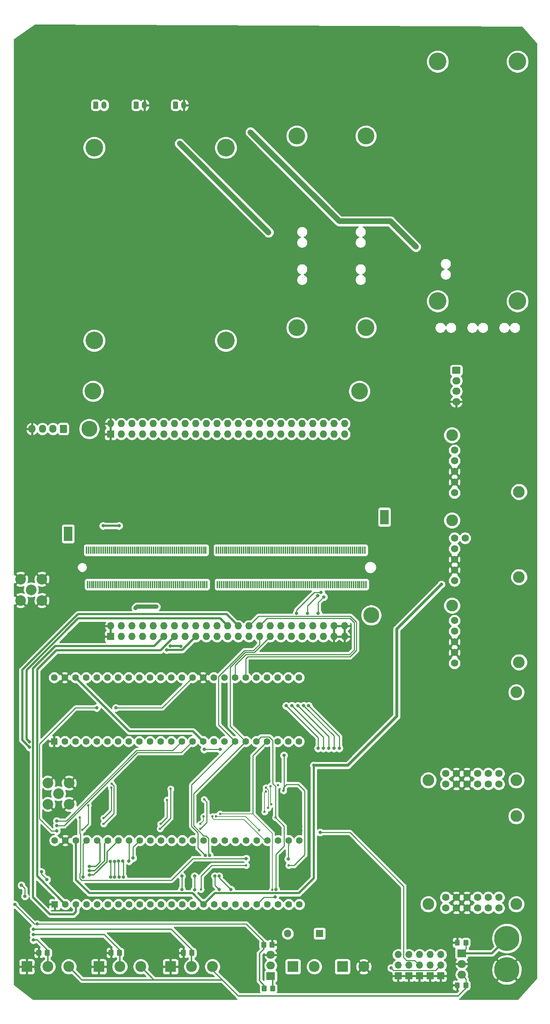
<source format=gbr>
%TF.GenerationSoftware,KiCad,Pcbnew,5.1.5+dfsg1-2build2*%
%TF.CreationDate,2020-11-09T16:20:19-06:00*%
%TF.ProjectId,TARS-MK1,54415253-2d4d-44b3-912e-6b696361645f,rev?*%
%TF.SameCoordinates,Original*%
%TF.FileFunction,Copper,L2,Bot*%
%TF.FilePolarity,Positive*%
%FSLAX46Y46*%
G04 Gerber Fmt 4.6, Leading zero omitted, Abs format (unit mm)*
G04 Created by KiCad (PCBNEW 5.1.5+dfsg1-2build2) date 2020-11-09 16:20:19*
%MOMM*%
%LPD*%
G04 APERTURE LIST*
%TA.AperFunction,WasherPad*%
%ADD10C,3.800000*%
%TD*%
%TA.AperFunction,ComponentPad*%
%ADD11O,1.727200X1.727200*%
%TD*%
%TA.AperFunction,ComponentPad*%
%ADD12R,1.727200X1.727200*%
%TD*%
%TA.AperFunction,ComponentPad*%
%ADD13O,1.200000X1.750000*%
%TD*%
%TA.AperFunction,ComponentPad*%
%ADD14C,0.100000*%
%TD*%
%TA.AperFunction,ComponentPad*%
%ADD15O,2.000000X1.905000*%
%TD*%
%TA.AperFunction,ComponentPad*%
%ADD16R,2.000000X1.905000*%
%TD*%
%TA.AperFunction,SMDPad,CuDef*%
%ADD17C,0.100000*%
%TD*%
%TA.AperFunction,ComponentPad*%
%ADD18C,1.600000*%
%TD*%
%TA.AperFunction,ComponentPad*%
%ADD19R,1.600000X1.600000*%
%TD*%
%TA.AperFunction,ComponentPad*%
%ADD20C,2.600000*%
%TD*%
%TA.AperFunction,ComponentPad*%
%ADD21R,2.600000X2.600000*%
%TD*%
%TA.AperFunction,ComponentPad*%
%ADD22O,1.800000X1.800000*%
%TD*%
%TA.AperFunction,ComponentPad*%
%ADD23R,1.800000X1.800000*%
%TD*%
%TA.AperFunction,WasherPad*%
%ADD24C,4.000000*%
%TD*%
%TA.AperFunction,WasherPad*%
%ADD25C,4.200000*%
%TD*%
%TA.AperFunction,WasherPad*%
%ADD26C,2.800000*%
%TD*%
%TA.AperFunction,ComponentPad*%
%ADD27C,1.750000*%
%TD*%
%TA.AperFunction,ComponentPad*%
%ADD28C,2.540000*%
%TD*%
%TA.AperFunction,ComponentPad*%
%ADD29O,1.700000X1.700000*%
%TD*%
%TA.AperFunction,ComponentPad*%
%ADD30R,1.700000X1.700000*%
%TD*%
%TA.AperFunction,SMDPad,CuDef*%
%ADD31R,2.000000X3.500000*%
%TD*%
%TA.AperFunction,SMDPad,CuDef*%
%ADD32R,0.300000X1.750000*%
%TD*%
%TA.AperFunction,ComponentPad*%
%ADD33O,1.950000X1.700000*%
%TD*%
%TA.AperFunction,ComponentPad*%
%ADD34C,6.000000*%
%TD*%
%TA.AperFunction,ComponentPad*%
%ADD35O,1.700000X1.950000*%
%TD*%
%TA.AperFunction,ViaPad*%
%ADD36C,0.800000*%
%TD*%
%TA.AperFunction,ViaPad*%
%ADD37C,0.600000*%
%TD*%
%TA.AperFunction,Conductor*%
%ADD38C,0.250000*%
%TD*%
%TA.AperFunction,Conductor*%
%ADD39C,0.350000*%
%TD*%
%TA.AperFunction,Conductor*%
%ADD40C,0.500000*%
%TD*%
%TA.AperFunction,Conductor*%
%ADD41C,0.700000*%
%TD*%
%TA.AperFunction,Conductor*%
%ADD42C,0.200000*%
%TD*%
%TA.AperFunction,Conductor*%
%ADD43C,1.000000*%
%TD*%
%TA.AperFunction,Conductor*%
%ADD44C,1.370000*%
%TD*%
%TA.AperFunction,Conductor*%
%ADD45C,0.254000*%
%TD*%
G04 APERTURE END LIST*
D10*
%TO.P,U2001,*%
%TO.N,*%
X286360000Y-180970000D03*
X219050000Y-136520000D03*
D11*
%TO.P,U2001,57*%
%TO.N,Net-(U2001-Pad57)*%
X236830000Y-137790000D03*
%TO.P,U2001,63*%
%TO.N,Net-(U2001-Pad63)*%
X244450000Y-137790000D03*
%TO.P,U2001,54*%
%TO.N,Net-(U2001-Pad54)*%
X231750000Y-135250000D03*
%TO.P,U2001,80*%
%TO.N,Net-(U2001-Pad80)*%
X264770000Y-135250000D03*
%TO.P,U2001,81*%
%TO.N,Net-(U2001-Pad81)*%
X267310000Y-137790000D03*
%TO.P,U2001,56*%
%TO.N,Net-(U2001-Pad56)*%
X234290000Y-135250000D03*
%TO.P,U2001,82*%
%TO.N,Net-(U2001-Pad82)*%
X267310000Y-135250000D03*
%TO.P,U2001,83*%
%TO.N,Net-(U2001-Pad83)*%
X269850000Y-137790000D03*
%TO.P,U2001,84*%
%TO.N,Net-(U2001-Pad84)*%
X269850000Y-135250000D03*
%TO.P,U2001,60*%
%TO.N,Net-(R2003-Pad1)*%
X239370000Y-135250000D03*
%TO.P,U2001,74*%
%TO.N,Net-(U2001-Pad74)*%
X257150000Y-135250000D03*
%TO.P,U2001,75*%
%TO.N,Net-(U2001-Pad75)*%
X259690000Y-137790000D03*
%TO.P,U2001,65*%
%TO.N,Net-(U2001-Pad65)*%
X246990000Y-137790000D03*
%TO.P,U2001,55*%
%TO.N,Net-(U2001-Pad55)*%
X234290000Y-137790000D03*
%TO.P,U2001,52*%
%TO.N,Net-(U2001-Pad52)*%
X229210000Y-135250000D03*
%TO.P,U2001,53*%
%TO.N,Net-(U2001-Pad53)*%
X231750000Y-137790000D03*
%TO.P,U2001,70*%
%TO.N,Net-(U2001-Pad70)*%
X252070000Y-135250000D03*
%TO.P,U2001,58*%
%TO.N,Net-(R2004-Pad1)*%
X236830000Y-135250000D03*
%TO.P,U2001,92*%
%TO.N,Net-(U2001-Pad92)*%
X280010000Y-135250000D03*
%TO.P,U2001,62*%
%TO.N,Net-(R2002-Pad1)*%
X241910000Y-135250000D03*
%TO.P,U2001,71*%
%TO.N,Net-(U2001-Pad71)*%
X254610000Y-137790000D03*
%TO.P,U2001,61*%
%TO.N,Net-(U2001-Pad61)*%
X241910000Y-137790000D03*
D12*
%TO.P,U2001,47*%
%TO.N,GND*%
X224130000Y-137790000D03*
D11*
%TO.P,U2001,48*%
X224130000Y-135250000D03*
%TO.P,U2001,78*%
%TO.N,Net-(U2001-Pad78)*%
X262230000Y-135250000D03*
%TO.P,U2001,79*%
%TO.N,Net-(U2001-Pad79)*%
X264770000Y-137790000D03*
%TO.P,U2001,64*%
%TO.N,Net-(R2001-Pad1)*%
X244450000Y-135250000D03*
%TO.P,U2001,72*%
%TO.N,Net-(U2001-Pad72)*%
X254610000Y-135250000D03*
%TO.P,U2001,67*%
%TO.N,Net-(U2001-Pad67)*%
X249530000Y-137790000D03*
%TO.P,U2001,73*%
%TO.N,Net-(U2001-Pad73)*%
X257150000Y-137790000D03*
%TO.P,U2001,85*%
%TO.N,Net-(U2001-Pad85)*%
X272390000Y-137790000D03*
%TO.P,U2001,86*%
%TO.N,Net-(U2001-Pad86)*%
X272390000Y-135250000D03*
%TO.P,U2001,87*%
%TO.N,Net-(U2001-Pad87)*%
X274930000Y-137790000D03*
%TO.P,U2001,88*%
%TO.N,Net-(U2001-Pad88)*%
X274930000Y-135250000D03*
%TO.P,U2001,89*%
%TO.N,Net-(U2001-Pad89)*%
X277470000Y-137790000D03*
%TO.P,U2001,90*%
%TO.N,Net-(U2001-Pad90)*%
X277470000Y-135250000D03*
%TO.P,U2001,91*%
%TO.N,Net-(U2001-Pad91)*%
X280010000Y-137790000D03*
%TO.P,U2001,76*%
%TO.N,Net-(U2001-Pad76)*%
X259690000Y-135250000D03*
%TO.P,U2001,77*%
%TO.N,Net-(U2001-Pad77)*%
X262230000Y-137790000D03*
%TO.P,U2001,69*%
%TO.N,Net-(U2001-Pad69)*%
X252070000Y-137790000D03*
%TO.P,U2001,59*%
%TO.N,Net-(U2001-Pad59)*%
X239370000Y-137790000D03*
%TO.P,U2001,49*%
%TO.N,Net-(U2001-Pad49)*%
X226670000Y-137790000D03*
%TO.P,U2001,50*%
%TO.N,Net-(U2001-Pad50)*%
X226670000Y-135250000D03*
%TO.P,U2001,51*%
%TO.N,Net-(U2001-Pad51)*%
X229210000Y-137790000D03*
%TO.P,U2001,68*%
%TO.N,Net-(U2001-Pad68)*%
X249530000Y-135250000D03*
%TO.P,U2001,66*%
%TO.N,Net-(U2001-Pad66)*%
X246990000Y-135250000D03*
%TO.P,U2001,46*%
%TO.N,GND*%
X280010000Y-183510000D03*
%TO.P,U2001,45*%
X280010000Y-186050000D03*
%TO.P,U2001,44*%
X277470000Y-183510000D03*
%TO.P,U2001,43*%
X277470000Y-186050000D03*
%TO.P,U2001,42*%
%TO.N,HYB_MCU_SPI1_CS1*%
X274930000Y-183510000D03*
%TO.P,U2001,41*%
%TO.N,Net-(U2001-Pad41)*%
X274930000Y-186050000D03*
%TO.P,U2001,40*%
%TO.N,Net-(U2001-Pad40)*%
X272390000Y-183510000D03*
%TO.P,U2001,39*%
%TO.N,BATT1_CELL1*%
X272390000Y-186050000D03*
%TO.P,U2001,38*%
%TO.N,Net-(U2001-Pad38)*%
X269850000Y-183510000D03*
%TO.P,U2001,37*%
%TO.N,BATT1_CELL2*%
X269850000Y-186050000D03*
%TO.P,U2001,36*%
%TO.N,Net-(U2001-Pad36)*%
X267310000Y-183510000D03*
%TO.P,U2001,35*%
%TO.N,BATT1_CELL3*%
X267310000Y-186050000D03*
%TO.P,U2001,34*%
%TO.N,Net-(U2001-Pad34)*%
X264770000Y-183510000D03*
%TO.P,U2001,33*%
%TO.N,Net-(U2001-Pad33)*%
X264770000Y-186050000D03*
%TO.P,U2001,32*%
%TO.N,Net-(U2001-Pad32)*%
X262230000Y-183510000D03*
%TO.P,U2001,31*%
%TO.N,MCU_SPI1_SCK*%
X262230000Y-186050000D03*
%TO.P,U2001,30*%
%TO.N,MCU_SPI1_MISO*%
X259690000Y-183510000D03*
%TO.P,U2001,29*%
%TO.N,MCU_SPI1_MOSI*%
X259690000Y-186050000D03*
%TO.P,U2001,28*%
%TO.N,AC_MCU_SPI1_CS1*%
X257150000Y-183510000D03*
%TO.P,U2001,27*%
%TO.N,Net-(U2001-Pad27)*%
X257150000Y-186050000D03*
%TO.P,U2001,26*%
%TO.N,AC_MCU_TX1*%
X254610000Y-183510000D03*
%TO.P,U2001,25*%
%TO.N,Net-(U2001-Pad25)*%
X254610000Y-186050000D03*
%TO.P,U2001,24*%
%TO.N,AC_MCU_RX1*%
X252070000Y-183510000D03*
%TO.P,U2001,23*%
%TO.N,Net-(U2001-Pad23)*%
X252070000Y-186050000D03*
%TO.P,U2001,22*%
%TO.N,MPU_SPI0_SCLK*%
X249530000Y-183510000D03*
%TO.P,U2001,21*%
%TO.N,MPU_SPI0_MOSI*%
X249530000Y-186050000D03*
%TO.P,U2001,20*%
%TO.N,Net-(U2001-Pad20)*%
X246990000Y-183510000D03*
%TO.P,U2001,19*%
%TO.N,Net-(U2001-Pad19)*%
X246990000Y-186050000D03*
%TO.P,U2001,18*%
%TO.N,MPU_SPI0_MISO*%
X244450000Y-183510000D03*
%TO.P,U2001,17*%
%TO.N,MPU_SPI0_CS0*%
X244450000Y-186050000D03*
%TO.P,U2001,16*%
%TO.N,Net-(U2001-Pad16)*%
X241910000Y-183510000D03*
%TO.P,U2001,15*%
%TO.N,TLM_RESET*%
X241910000Y-186050000D03*
%TO.P,U2001,14*%
%TO.N,Net-(U2001-Pad14)*%
X239370000Y-183510000D03*
%TO.P,U2001,13*%
%TO.N,HYB_MCU_RX1*%
X239370000Y-186050000D03*
%TO.P,U2001,12*%
%TO.N,Net-(U2001-Pad12)*%
X236830000Y-183510000D03*
%TO.P,U2001,11*%
%TO.N,HYB_MCU_TX1*%
X236830000Y-186050000D03*
%TO.P,U2001,10*%
%TO.N,Net-(U2001-Pad10)*%
X234290000Y-183510000D03*
%TO.P,U2001,9*%
%TO.N,Net-(U2001-Pad9)*%
X234290000Y-186050000D03*
%TO.P,U2001,8*%
%TO.N,Net-(U2001-Pad8)*%
X231750000Y-183510000D03*
%TO.P,U2001,7*%
%TO.N,Net-(U2001-Pad7)*%
X231750000Y-186050000D03*
%TO.P,U2001,6*%
%TO.N,5V_MPU_SUPPLY*%
X229210000Y-183510000D03*
%TO.P,U2001,5*%
X229210000Y-186050000D03*
%TO.P,U2001,4*%
%TO.N,Net-(U2001-Pad4)*%
X226670000Y-183510000D03*
%TO.P,U2001,3*%
%TO.N,Net-(U2001-Pad3)*%
X226670000Y-186050000D03*
%TO.P,U2001,2*%
%TO.N,GND*%
X224130000Y-183510000D03*
D12*
%TO.P,U2001,1*%
X224130000Y-186050000D03*
%TD*%
D13*
%TO.P,J6007,2*%
%TO.N,GND*%
X241624000Y-59304000D03*
%TA.AperFunction,ComponentPad*%
D14*
%TO.P,J6007,1*%
%TO.N,TM_PWR*%
G36*
X239998505Y-58430204D02*
G01*
X240022773Y-58433804D01*
X240046572Y-58439765D01*
X240069671Y-58448030D01*
X240091850Y-58458520D01*
X240112893Y-58471132D01*
X240132599Y-58485747D01*
X240150777Y-58502223D01*
X240167253Y-58520401D01*
X240181868Y-58540107D01*
X240194480Y-58561150D01*
X240204970Y-58583329D01*
X240213235Y-58606428D01*
X240219196Y-58630227D01*
X240222796Y-58654495D01*
X240224000Y-58678999D01*
X240224000Y-59929001D01*
X240222796Y-59953505D01*
X240219196Y-59977773D01*
X240213235Y-60001572D01*
X240204970Y-60024671D01*
X240194480Y-60046850D01*
X240181868Y-60067893D01*
X240167253Y-60087599D01*
X240150777Y-60105777D01*
X240132599Y-60122253D01*
X240112893Y-60136868D01*
X240091850Y-60149480D01*
X240069671Y-60159970D01*
X240046572Y-60168235D01*
X240022773Y-60174196D01*
X239998505Y-60177796D01*
X239974001Y-60179000D01*
X239273999Y-60179000D01*
X239249495Y-60177796D01*
X239225227Y-60174196D01*
X239201428Y-60168235D01*
X239178329Y-60159970D01*
X239156150Y-60149480D01*
X239135107Y-60136868D01*
X239115401Y-60122253D01*
X239097223Y-60105777D01*
X239080747Y-60087599D01*
X239066132Y-60067893D01*
X239053520Y-60046850D01*
X239043030Y-60024671D01*
X239034765Y-60001572D01*
X239028804Y-59977773D01*
X239025204Y-59953505D01*
X239024000Y-59929001D01*
X239024000Y-58678999D01*
X239025204Y-58654495D01*
X239028804Y-58630227D01*
X239034765Y-58606428D01*
X239043030Y-58583329D01*
X239053520Y-58561150D01*
X239066132Y-58540107D01*
X239080747Y-58520401D01*
X239097223Y-58502223D01*
X239115401Y-58485747D01*
X239135107Y-58471132D01*
X239156150Y-58458520D01*
X239178329Y-58448030D01*
X239201428Y-58439765D01*
X239225227Y-58433804D01*
X239249495Y-58430204D01*
X239273999Y-58429000D01*
X239974001Y-58429000D01*
X239998505Y-58430204D01*
G37*
%TD.AperFunction*%
%TD*%
D13*
%TO.P,J6004,2*%
%TO.N,Net-(J6004-Pad2)*%
X222574000Y-59304000D03*
%TA.AperFunction,ComponentPad*%
D14*
%TO.P,J6004,1*%
%TO.N,SL_PWR*%
G36*
X220948505Y-58430204D02*
G01*
X220972773Y-58433804D01*
X220996572Y-58439765D01*
X221019671Y-58448030D01*
X221041850Y-58458520D01*
X221062893Y-58471132D01*
X221082599Y-58485747D01*
X221100777Y-58502223D01*
X221117253Y-58520401D01*
X221131868Y-58540107D01*
X221144480Y-58561150D01*
X221154970Y-58583329D01*
X221163235Y-58606428D01*
X221169196Y-58630227D01*
X221172796Y-58654495D01*
X221174000Y-58678999D01*
X221174000Y-59929001D01*
X221172796Y-59953505D01*
X221169196Y-59977773D01*
X221163235Y-60001572D01*
X221154970Y-60024671D01*
X221144480Y-60046850D01*
X221131868Y-60067893D01*
X221117253Y-60087599D01*
X221100777Y-60105777D01*
X221082599Y-60122253D01*
X221062893Y-60136868D01*
X221041850Y-60149480D01*
X221019671Y-60159970D01*
X220996572Y-60168235D01*
X220972773Y-60174196D01*
X220948505Y-60177796D01*
X220924001Y-60179000D01*
X220223999Y-60179000D01*
X220199495Y-60177796D01*
X220175227Y-60174196D01*
X220151428Y-60168235D01*
X220128329Y-60159970D01*
X220106150Y-60149480D01*
X220085107Y-60136868D01*
X220065401Y-60122253D01*
X220047223Y-60105777D01*
X220030747Y-60087599D01*
X220016132Y-60067893D01*
X220003520Y-60046850D01*
X219993030Y-60024671D01*
X219984765Y-60001572D01*
X219978804Y-59977773D01*
X219975204Y-59953505D01*
X219974000Y-59929001D01*
X219974000Y-58678999D01*
X219975204Y-58654495D01*
X219978804Y-58630227D01*
X219984765Y-58606428D01*
X219993030Y-58583329D01*
X220003520Y-58561150D01*
X220016132Y-58540107D01*
X220030747Y-58520401D01*
X220047223Y-58502223D01*
X220065401Y-58485747D01*
X220085107Y-58471132D01*
X220106150Y-58458520D01*
X220128329Y-58448030D01*
X220151428Y-58439765D01*
X220175227Y-58433804D01*
X220199495Y-58430204D01*
X220223999Y-58429000D01*
X220924001Y-58429000D01*
X220948505Y-58430204D01*
G37*
%TD.AperFunction*%
%TD*%
D13*
%TO.P,J6005,2*%
%TO.N,GND*%
X232226000Y-59304000D03*
%TA.AperFunction,ComponentPad*%
D14*
%TO.P,J6005,1*%
%TO.N,Net-(J6004-Pad2)*%
G36*
X230600505Y-58430204D02*
G01*
X230624773Y-58433804D01*
X230648572Y-58439765D01*
X230671671Y-58448030D01*
X230693850Y-58458520D01*
X230714893Y-58471132D01*
X230734599Y-58485747D01*
X230752777Y-58502223D01*
X230769253Y-58520401D01*
X230783868Y-58540107D01*
X230796480Y-58561150D01*
X230806970Y-58583329D01*
X230815235Y-58606428D01*
X230821196Y-58630227D01*
X230824796Y-58654495D01*
X230826000Y-58678999D01*
X230826000Y-59929001D01*
X230824796Y-59953505D01*
X230821196Y-59977773D01*
X230815235Y-60001572D01*
X230806970Y-60024671D01*
X230796480Y-60046850D01*
X230783868Y-60067893D01*
X230769253Y-60087599D01*
X230752777Y-60105777D01*
X230734599Y-60122253D01*
X230714893Y-60136868D01*
X230693850Y-60149480D01*
X230671671Y-60159970D01*
X230648572Y-60168235D01*
X230624773Y-60174196D01*
X230600505Y-60177796D01*
X230576001Y-60179000D01*
X229875999Y-60179000D01*
X229851495Y-60177796D01*
X229827227Y-60174196D01*
X229803428Y-60168235D01*
X229780329Y-60159970D01*
X229758150Y-60149480D01*
X229737107Y-60136868D01*
X229717401Y-60122253D01*
X229699223Y-60105777D01*
X229682747Y-60087599D01*
X229668132Y-60067893D01*
X229655520Y-60046850D01*
X229645030Y-60024671D01*
X229636765Y-60001572D01*
X229630804Y-59977773D01*
X229627204Y-59953505D01*
X229626000Y-59929001D01*
X229626000Y-58678999D01*
X229627204Y-58654495D01*
X229630804Y-58630227D01*
X229636765Y-58606428D01*
X229645030Y-58583329D01*
X229655520Y-58561150D01*
X229668132Y-58540107D01*
X229682747Y-58520401D01*
X229699223Y-58502223D01*
X229717401Y-58485747D01*
X229737107Y-58471132D01*
X229758150Y-58458520D01*
X229780329Y-58448030D01*
X229803428Y-58439765D01*
X229827227Y-58433804D01*
X229851495Y-58430204D01*
X229875999Y-58429000D01*
X230576001Y-58429000D01*
X230600505Y-58430204D01*
G37*
%TD.AperFunction*%
%TD*%
D15*
%TO.P,U6003,3*%
%TO.N,9V_PT_SUPPLY*%
X307950000Y-266695000D03*
%TO.P,U6003,2*%
%TO.N,GND*%
X307950000Y-264155000D03*
D16*
%TO.P,U6003,1*%
%TO.N,Net-(C6001-Pad1)*%
X307950000Y-261615000D03*
%TD*%
%TA.AperFunction,SMDPad,CuDef*%
D17*
%TO.P,C6002,2*%
%TO.N,9V_PT_SUPPLY*%
G36*
X309324505Y-268536204D02*
G01*
X309348773Y-268539804D01*
X309372572Y-268545765D01*
X309395671Y-268554030D01*
X309417850Y-268564520D01*
X309438893Y-268577132D01*
X309458599Y-268591747D01*
X309476777Y-268608223D01*
X309493253Y-268626401D01*
X309507868Y-268646107D01*
X309520480Y-268667150D01*
X309530970Y-268689329D01*
X309539235Y-268712428D01*
X309545196Y-268736227D01*
X309548796Y-268760495D01*
X309550000Y-268784999D01*
X309550000Y-269685001D01*
X309548796Y-269709505D01*
X309545196Y-269733773D01*
X309539235Y-269757572D01*
X309530970Y-269780671D01*
X309520480Y-269802850D01*
X309507868Y-269823893D01*
X309493253Y-269843599D01*
X309476777Y-269861777D01*
X309458599Y-269878253D01*
X309438893Y-269892868D01*
X309417850Y-269905480D01*
X309395671Y-269915970D01*
X309372572Y-269924235D01*
X309348773Y-269930196D01*
X309324505Y-269933796D01*
X309300001Y-269935000D01*
X308649999Y-269935000D01*
X308625495Y-269933796D01*
X308601227Y-269930196D01*
X308577428Y-269924235D01*
X308554329Y-269915970D01*
X308532150Y-269905480D01*
X308511107Y-269892868D01*
X308491401Y-269878253D01*
X308473223Y-269861777D01*
X308456747Y-269843599D01*
X308442132Y-269823893D01*
X308429520Y-269802850D01*
X308419030Y-269780671D01*
X308410765Y-269757572D01*
X308404804Y-269733773D01*
X308401204Y-269709505D01*
X308400000Y-269685001D01*
X308400000Y-268784999D01*
X308401204Y-268760495D01*
X308404804Y-268736227D01*
X308410765Y-268712428D01*
X308419030Y-268689329D01*
X308429520Y-268667150D01*
X308442132Y-268646107D01*
X308456747Y-268626401D01*
X308473223Y-268608223D01*
X308491401Y-268591747D01*
X308511107Y-268577132D01*
X308532150Y-268564520D01*
X308554329Y-268554030D01*
X308577428Y-268545765D01*
X308601227Y-268539804D01*
X308625495Y-268536204D01*
X308649999Y-268535000D01*
X309300001Y-268535000D01*
X309324505Y-268536204D01*
G37*
%TD.AperFunction*%
%TA.AperFunction,SMDPad,CuDef*%
%TO.P,C6002,1*%
%TO.N,GND*%
G36*
X307274505Y-268536204D02*
G01*
X307298773Y-268539804D01*
X307322572Y-268545765D01*
X307345671Y-268554030D01*
X307367850Y-268564520D01*
X307388893Y-268577132D01*
X307408599Y-268591747D01*
X307426777Y-268608223D01*
X307443253Y-268626401D01*
X307457868Y-268646107D01*
X307470480Y-268667150D01*
X307480970Y-268689329D01*
X307489235Y-268712428D01*
X307495196Y-268736227D01*
X307498796Y-268760495D01*
X307500000Y-268784999D01*
X307500000Y-269685001D01*
X307498796Y-269709505D01*
X307495196Y-269733773D01*
X307489235Y-269757572D01*
X307480970Y-269780671D01*
X307470480Y-269802850D01*
X307457868Y-269823893D01*
X307443253Y-269843599D01*
X307426777Y-269861777D01*
X307408599Y-269878253D01*
X307388893Y-269892868D01*
X307367850Y-269905480D01*
X307345671Y-269915970D01*
X307322572Y-269924235D01*
X307298773Y-269930196D01*
X307274505Y-269933796D01*
X307250001Y-269935000D01*
X306599999Y-269935000D01*
X306575495Y-269933796D01*
X306551227Y-269930196D01*
X306527428Y-269924235D01*
X306504329Y-269915970D01*
X306482150Y-269905480D01*
X306461107Y-269892868D01*
X306441401Y-269878253D01*
X306423223Y-269861777D01*
X306406747Y-269843599D01*
X306392132Y-269823893D01*
X306379520Y-269802850D01*
X306369030Y-269780671D01*
X306360765Y-269757572D01*
X306354804Y-269733773D01*
X306351204Y-269709505D01*
X306350000Y-269685001D01*
X306350000Y-268784999D01*
X306351204Y-268760495D01*
X306354804Y-268736227D01*
X306360765Y-268712428D01*
X306369030Y-268689329D01*
X306379520Y-268667150D01*
X306392132Y-268646107D01*
X306406747Y-268626401D01*
X306423223Y-268608223D01*
X306441401Y-268591747D01*
X306461107Y-268577132D01*
X306482150Y-268564520D01*
X306504329Y-268554030D01*
X306527428Y-268545765D01*
X306551227Y-268539804D01*
X306575495Y-268536204D01*
X306599999Y-268535000D01*
X307250001Y-268535000D01*
X307274505Y-268536204D01*
G37*
%TD.AperFunction*%
%TD*%
%TA.AperFunction,SMDPad,CuDef*%
%TO.P,C6001,2*%
%TO.N,GND*%
G36*
X307274505Y-258376204D02*
G01*
X307298773Y-258379804D01*
X307322572Y-258385765D01*
X307345671Y-258394030D01*
X307367850Y-258404520D01*
X307388893Y-258417132D01*
X307408599Y-258431747D01*
X307426777Y-258448223D01*
X307443253Y-258466401D01*
X307457868Y-258486107D01*
X307470480Y-258507150D01*
X307480970Y-258529329D01*
X307489235Y-258552428D01*
X307495196Y-258576227D01*
X307498796Y-258600495D01*
X307500000Y-258624999D01*
X307500000Y-259525001D01*
X307498796Y-259549505D01*
X307495196Y-259573773D01*
X307489235Y-259597572D01*
X307480970Y-259620671D01*
X307470480Y-259642850D01*
X307457868Y-259663893D01*
X307443253Y-259683599D01*
X307426777Y-259701777D01*
X307408599Y-259718253D01*
X307388893Y-259732868D01*
X307367850Y-259745480D01*
X307345671Y-259755970D01*
X307322572Y-259764235D01*
X307298773Y-259770196D01*
X307274505Y-259773796D01*
X307250001Y-259775000D01*
X306599999Y-259775000D01*
X306575495Y-259773796D01*
X306551227Y-259770196D01*
X306527428Y-259764235D01*
X306504329Y-259755970D01*
X306482150Y-259745480D01*
X306461107Y-259732868D01*
X306441401Y-259718253D01*
X306423223Y-259701777D01*
X306406747Y-259683599D01*
X306392132Y-259663893D01*
X306379520Y-259642850D01*
X306369030Y-259620671D01*
X306360765Y-259597572D01*
X306354804Y-259573773D01*
X306351204Y-259549505D01*
X306350000Y-259525001D01*
X306350000Y-258624999D01*
X306351204Y-258600495D01*
X306354804Y-258576227D01*
X306360765Y-258552428D01*
X306369030Y-258529329D01*
X306379520Y-258507150D01*
X306392132Y-258486107D01*
X306406747Y-258466401D01*
X306423223Y-258448223D01*
X306441401Y-258431747D01*
X306461107Y-258417132D01*
X306482150Y-258404520D01*
X306504329Y-258394030D01*
X306527428Y-258385765D01*
X306551227Y-258379804D01*
X306575495Y-258376204D01*
X306599999Y-258375000D01*
X307250001Y-258375000D01*
X307274505Y-258376204D01*
G37*
%TD.AperFunction*%
%TA.AperFunction,SMDPad,CuDef*%
%TO.P,C6001,1*%
%TO.N,Net-(C6001-Pad1)*%
G36*
X309324505Y-258376204D02*
G01*
X309348773Y-258379804D01*
X309372572Y-258385765D01*
X309395671Y-258394030D01*
X309417850Y-258404520D01*
X309438893Y-258417132D01*
X309458599Y-258431747D01*
X309476777Y-258448223D01*
X309493253Y-258466401D01*
X309507868Y-258486107D01*
X309520480Y-258507150D01*
X309530970Y-258529329D01*
X309539235Y-258552428D01*
X309545196Y-258576227D01*
X309548796Y-258600495D01*
X309550000Y-258624999D01*
X309550000Y-259525001D01*
X309548796Y-259549505D01*
X309545196Y-259573773D01*
X309539235Y-259597572D01*
X309530970Y-259620671D01*
X309520480Y-259642850D01*
X309507868Y-259663893D01*
X309493253Y-259683599D01*
X309476777Y-259701777D01*
X309458599Y-259718253D01*
X309438893Y-259732868D01*
X309417850Y-259745480D01*
X309395671Y-259755970D01*
X309372572Y-259764235D01*
X309348773Y-259770196D01*
X309324505Y-259773796D01*
X309300001Y-259775000D01*
X308649999Y-259775000D01*
X308625495Y-259773796D01*
X308601227Y-259770196D01*
X308577428Y-259764235D01*
X308554329Y-259755970D01*
X308532150Y-259745480D01*
X308511107Y-259732868D01*
X308491401Y-259718253D01*
X308473223Y-259701777D01*
X308456747Y-259683599D01*
X308442132Y-259663893D01*
X308429520Y-259642850D01*
X308419030Y-259620671D01*
X308410765Y-259597572D01*
X308404804Y-259573773D01*
X308401204Y-259549505D01*
X308400000Y-259525001D01*
X308400000Y-258624999D01*
X308401204Y-258600495D01*
X308404804Y-258576227D01*
X308410765Y-258552428D01*
X308419030Y-258529329D01*
X308429520Y-258507150D01*
X308442132Y-258486107D01*
X308456747Y-258466401D01*
X308473223Y-258448223D01*
X308491401Y-258431747D01*
X308511107Y-258417132D01*
X308532150Y-258404520D01*
X308554329Y-258394030D01*
X308577428Y-258385765D01*
X308601227Y-258379804D01*
X308625495Y-258376204D01*
X308649999Y-258375000D01*
X309300001Y-258375000D01*
X309324505Y-258376204D01*
G37*
%TD.AperFunction*%
%TD*%
D18*
%TO.P,U9001,17*%
%TO.N,Net-(U9001-Pad17)*%
X251308000Y-211069000D03*
%TO.P,U9001,18*%
%TO.N,MCU_SPI1_MOSI*%
X253848000Y-211069000D03*
%TO.P,U9001,19*%
%TO.N,MCU_SPI1_SCK*%
X256388000Y-211069000D03*
%TO.P,U9001,20*%
%TO.N,IMU0_INT1*%
X258928000Y-211069000D03*
%TO.P,U9001,16*%
%TO.N,Net-(U9001-Pad16)*%
X248768000Y-211069000D03*
%TO.P,U9001,15*%
%TO.N,3V3_MCU_SUPPLY*%
X246228000Y-211069000D03*
%TO.P,U9001,14*%
%TO.N,MCU_SPI0_MISO*%
X243688000Y-211069000D03*
%TO.P,U9001,21*%
%TO.N,IMU1_INT1*%
X261468000Y-211069000D03*
%TO.P,U9001,22*%
%TO.N,Net-(U9001-Pad22)*%
X264008000Y-211069000D03*
%TO.P,U9001,23*%
%TO.N,Net-(U9001-Pad23)*%
X266548000Y-211069000D03*
%TO.P,U9001,24*%
%TO.N,Net-(U9001-Pad24)*%
X269088000Y-211069000D03*
%TO.P,U9001,25*%
%TO.N,AC_SERVO2*%
X269088000Y-195829000D03*
%TO.P,U9001,26*%
%TO.N,MCU_SPI0_CS34*%
X266548000Y-195829000D03*
%TO.P,U9001,27*%
%TO.N,MCU_SPI1_CS35*%
X264008000Y-195829000D03*
%TO.P,U9001,28*%
%TO.N,MCU_SPI0_CS36*%
X261468000Y-195829000D03*
%TO.P,U9001,29*%
%TO.N,MCU_SPI0_CS37*%
X258928000Y-195829000D03*
%TO.P,U9001,30*%
%TO.N,AC_MCU_SPI1_CS1*%
X256388000Y-195829000D03*
%TO.P,U9001,31*%
%TO.N,MCU_SPI1_MISO*%
X253848000Y-195829000D03*
%TO.P,U9001,32*%
%TO.N,Net-(U9001-Pad32)*%
X251308000Y-195829000D03*
%TO.P,U9001,33*%
%TO.N,Net-(U9001-Pad33)*%
X248768000Y-195829000D03*
%TO.P,U9001,34*%
%TO.N,GND*%
X246228000Y-195829000D03*
%TO.P,U9001,13*%
%TO.N,MCU_SPI0_MOSI*%
X241148000Y-211069000D03*
%TO.P,U9001,12*%
%TO.N,MCU_SPI0_CS10*%
X238608000Y-211069000D03*
%TO.P,U9001,11*%
%TO.N,Net-(R9004-Pad1)*%
X236068000Y-211069000D03*
%TO.P,U9001,10*%
%TO.N,Net-(R9003-Pad1)*%
X233528000Y-211069000D03*
%TO.P,U9001,9*%
%TO.N,Net-(R9002-Pad1)*%
X230988000Y-211069000D03*
%TO.P,U9001,8*%
%TO.N,Net-(R9001-Pad1)*%
X228448000Y-211069000D03*
%TO.P,U9001,7*%
%TO.N,AC_SERVO1*%
X225908000Y-211069000D03*
%TO.P,U9001,6*%
%TO.N,AC_SERVO0*%
X223368000Y-211069000D03*
%TO.P,U9001,5*%
%TO.N,HYBRID_SERVO2*%
X220828000Y-211069000D03*
%TO.P,U9001,4*%
%TO.N,HYBRID_SERVO1*%
X218288000Y-211069000D03*
%TO.P,U9001,3*%
%TO.N,AC_MCU_TX1*%
X215748000Y-211069000D03*
%TO.P,U9001,2*%
%TO.N,AC_MCU_RX1*%
X213208000Y-211069000D03*
D19*
%TO.P,U9001,1*%
%TO.N,GND*%
X210668000Y-211069000D03*
D18*
%TO.P,U9001,35*%
%TO.N,MCU_SPI0_SCK*%
X243688000Y-195829000D03*
%TO.P,U9001,36*%
%TO.N,Net-(U9001-Pad36)*%
X241148000Y-195829000D03*
%TO.P,U9001,37*%
%TO.N,Net-(U9001-Pad37)*%
X238608000Y-195829000D03*
%TO.P,U9001,38*%
%TO.N,Net-(U9001-Pad38)*%
X236068000Y-195829000D03*
%TO.P,U9001,39*%
%TO.N,Net-(U9001-Pad39)*%
X233528000Y-195829000D03*
%TO.P,U9001,40*%
%TO.N,MCU_I2C0_SDA*%
X230988000Y-195829000D03*
%TO.P,U9001,41*%
%TO.N,MCU_I2C0_SCL*%
X228448000Y-195829000D03*
%TO.P,U9001,42*%
%TO.N,HYBRID_PT1*%
X225908000Y-195829000D03*
%TO.P,U9001,43*%
%TO.N,HYBRID_PT2*%
X223368000Y-195829000D03*
%TO.P,U9001,44*%
%TO.N,HYBRID_PT3*%
X220828000Y-195829000D03*
%TO.P,U9001,45*%
%TO.N,HYBRID_VENT_TRIGGER*%
X218288000Y-195829000D03*
%TO.P,U9001,46*%
%TO.N,3V3_MCU_SUPPLY*%
X215748000Y-195829000D03*
%TO.P,U9001,47*%
%TO.N,GND*%
X213208000Y-195829000D03*
%TO.P,U9001,48*%
%TO.N,Net-(U9001-Pad48)*%
X210668000Y-195829000D03*
%TD*%
D20*
%TO.P,J3007,2*%
%TO.N,GND*%
X284582000Y-264790000D03*
D21*
%TO.P,J3007,1*%
%TO.N,Net-(D3001-Pad1)*%
X279502000Y-264790000D03*
%TD*%
D22*
%TO.P,D3001,2*%
%TO.N,Net-(D3001-Pad2)*%
X266421000Y-256916000D03*
D23*
%TO.P,D3001,1*%
%TO.N,Net-(D3001-Pad1)*%
X274041000Y-256916000D03*
%TD*%
D24*
%TO.P,U5001,*%
%TO.N,*%
X268580000Y-112390000D03*
X268580000Y-66670000D03*
X285090000Y-112390000D03*
X285090000Y-66670000D03*
%TD*%
D25*
%TO.P,U5002,*%
%TO.N,*%
X302235000Y-48890000D03*
X321285000Y-48890000D03*
X302235000Y-106040000D03*
X321285000Y-106040000D03*
%TD*%
%TA.AperFunction,SMDPad,CuDef*%
D17*
%TO.P,R3005,2*%
%TO.N,HYBRID_PT3*%
G36*
X209391505Y-260789204D02*
G01*
X209415773Y-260792804D01*
X209439572Y-260798765D01*
X209462671Y-260807030D01*
X209484850Y-260817520D01*
X209505893Y-260830132D01*
X209525599Y-260844747D01*
X209543777Y-260861223D01*
X209560253Y-260879401D01*
X209574868Y-260899107D01*
X209587480Y-260920150D01*
X209597970Y-260942329D01*
X209606235Y-260965428D01*
X209612196Y-260989227D01*
X209615796Y-261013495D01*
X209617000Y-261037999D01*
X209617000Y-261938001D01*
X209615796Y-261962505D01*
X209612196Y-261986773D01*
X209606235Y-262010572D01*
X209597970Y-262033671D01*
X209587480Y-262055850D01*
X209574868Y-262076893D01*
X209560253Y-262096599D01*
X209543777Y-262114777D01*
X209525599Y-262131253D01*
X209505893Y-262145868D01*
X209484850Y-262158480D01*
X209462671Y-262168970D01*
X209439572Y-262177235D01*
X209415773Y-262183196D01*
X209391505Y-262186796D01*
X209367001Y-262188000D01*
X208666999Y-262188000D01*
X208642495Y-262186796D01*
X208618227Y-262183196D01*
X208594428Y-262177235D01*
X208571329Y-262168970D01*
X208549150Y-262158480D01*
X208528107Y-262145868D01*
X208508401Y-262131253D01*
X208490223Y-262114777D01*
X208473747Y-262096599D01*
X208459132Y-262076893D01*
X208446520Y-262055850D01*
X208436030Y-262033671D01*
X208427765Y-262010572D01*
X208421804Y-261986773D01*
X208418204Y-261962505D01*
X208417000Y-261938001D01*
X208417000Y-261037999D01*
X208418204Y-261013495D01*
X208421804Y-260989227D01*
X208427765Y-260965428D01*
X208436030Y-260942329D01*
X208446520Y-260920150D01*
X208459132Y-260899107D01*
X208473747Y-260879401D01*
X208490223Y-260861223D01*
X208508401Y-260844747D01*
X208528107Y-260830132D01*
X208549150Y-260817520D01*
X208571329Y-260807030D01*
X208594428Y-260798765D01*
X208618227Y-260792804D01*
X208642495Y-260789204D01*
X208666999Y-260788000D01*
X209367001Y-260788000D01*
X209391505Y-260789204D01*
G37*
%TD.AperFunction*%
%TA.AperFunction,SMDPad,CuDef*%
%TO.P,R3005,1*%
%TO.N,GND*%
G36*
X207391505Y-260789204D02*
G01*
X207415773Y-260792804D01*
X207439572Y-260798765D01*
X207462671Y-260807030D01*
X207484850Y-260817520D01*
X207505893Y-260830132D01*
X207525599Y-260844747D01*
X207543777Y-260861223D01*
X207560253Y-260879401D01*
X207574868Y-260899107D01*
X207587480Y-260920150D01*
X207597970Y-260942329D01*
X207606235Y-260965428D01*
X207612196Y-260989227D01*
X207615796Y-261013495D01*
X207617000Y-261037999D01*
X207617000Y-261938001D01*
X207615796Y-261962505D01*
X207612196Y-261986773D01*
X207606235Y-262010572D01*
X207597970Y-262033671D01*
X207587480Y-262055850D01*
X207574868Y-262076893D01*
X207560253Y-262096599D01*
X207543777Y-262114777D01*
X207525599Y-262131253D01*
X207505893Y-262145868D01*
X207484850Y-262158480D01*
X207462671Y-262168970D01*
X207439572Y-262177235D01*
X207415773Y-262183196D01*
X207391505Y-262186796D01*
X207367001Y-262188000D01*
X206666999Y-262188000D01*
X206642495Y-262186796D01*
X206618227Y-262183196D01*
X206594428Y-262177235D01*
X206571329Y-262168970D01*
X206549150Y-262158480D01*
X206528107Y-262145868D01*
X206508401Y-262131253D01*
X206490223Y-262114777D01*
X206473747Y-262096599D01*
X206459132Y-262076893D01*
X206446520Y-262055850D01*
X206436030Y-262033671D01*
X206427765Y-262010572D01*
X206421804Y-261986773D01*
X206418204Y-261962505D01*
X206417000Y-261938001D01*
X206417000Y-261037999D01*
X206418204Y-261013495D01*
X206421804Y-260989227D01*
X206427765Y-260965428D01*
X206436030Y-260942329D01*
X206446520Y-260920150D01*
X206459132Y-260899107D01*
X206473747Y-260879401D01*
X206490223Y-260861223D01*
X206508401Y-260844747D01*
X206528107Y-260830132D01*
X206549150Y-260817520D01*
X206571329Y-260807030D01*
X206594428Y-260798765D01*
X206618227Y-260792804D01*
X206642495Y-260789204D01*
X206666999Y-260788000D01*
X207367001Y-260788000D01*
X207391505Y-260789204D01*
G37*
%TD.AperFunction*%
%TD*%
%TA.AperFunction,SMDPad,CuDef*%
%TO.P,R3004,2*%
%TO.N,HYBRID_PT2*%
G36*
X226631505Y-260789204D02*
G01*
X226655773Y-260792804D01*
X226679572Y-260798765D01*
X226702671Y-260807030D01*
X226724850Y-260817520D01*
X226745893Y-260830132D01*
X226765599Y-260844747D01*
X226783777Y-260861223D01*
X226800253Y-260879401D01*
X226814868Y-260899107D01*
X226827480Y-260920150D01*
X226837970Y-260942329D01*
X226846235Y-260965428D01*
X226852196Y-260989227D01*
X226855796Y-261013495D01*
X226857000Y-261037999D01*
X226857000Y-261938001D01*
X226855796Y-261962505D01*
X226852196Y-261986773D01*
X226846235Y-262010572D01*
X226837970Y-262033671D01*
X226827480Y-262055850D01*
X226814868Y-262076893D01*
X226800253Y-262096599D01*
X226783777Y-262114777D01*
X226765599Y-262131253D01*
X226745893Y-262145868D01*
X226724850Y-262158480D01*
X226702671Y-262168970D01*
X226679572Y-262177235D01*
X226655773Y-262183196D01*
X226631505Y-262186796D01*
X226607001Y-262188000D01*
X225906999Y-262188000D01*
X225882495Y-262186796D01*
X225858227Y-262183196D01*
X225834428Y-262177235D01*
X225811329Y-262168970D01*
X225789150Y-262158480D01*
X225768107Y-262145868D01*
X225748401Y-262131253D01*
X225730223Y-262114777D01*
X225713747Y-262096599D01*
X225699132Y-262076893D01*
X225686520Y-262055850D01*
X225676030Y-262033671D01*
X225667765Y-262010572D01*
X225661804Y-261986773D01*
X225658204Y-261962505D01*
X225657000Y-261938001D01*
X225657000Y-261037999D01*
X225658204Y-261013495D01*
X225661804Y-260989227D01*
X225667765Y-260965428D01*
X225676030Y-260942329D01*
X225686520Y-260920150D01*
X225699132Y-260899107D01*
X225713747Y-260879401D01*
X225730223Y-260861223D01*
X225748401Y-260844747D01*
X225768107Y-260830132D01*
X225789150Y-260817520D01*
X225811329Y-260807030D01*
X225834428Y-260798765D01*
X225858227Y-260792804D01*
X225882495Y-260789204D01*
X225906999Y-260788000D01*
X226607001Y-260788000D01*
X226631505Y-260789204D01*
G37*
%TD.AperFunction*%
%TA.AperFunction,SMDPad,CuDef*%
%TO.P,R3004,1*%
%TO.N,GND*%
G36*
X224631505Y-260789204D02*
G01*
X224655773Y-260792804D01*
X224679572Y-260798765D01*
X224702671Y-260807030D01*
X224724850Y-260817520D01*
X224745893Y-260830132D01*
X224765599Y-260844747D01*
X224783777Y-260861223D01*
X224800253Y-260879401D01*
X224814868Y-260899107D01*
X224827480Y-260920150D01*
X224837970Y-260942329D01*
X224846235Y-260965428D01*
X224852196Y-260989227D01*
X224855796Y-261013495D01*
X224857000Y-261037999D01*
X224857000Y-261938001D01*
X224855796Y-261962505D01*
X224852196Y-261986773D01*
X224846235Y-262010572D01*
X224837970Y-262033671D01*
X224827480Y-262055850D01*
X224814868Y-262076893D01*
X224800253Y-262096599D01*
X224783777Y-262114777D01*
X224765599Y-262131253D01*
X224745893Y-262145868D01*
X224724850Y-262158480D01*
X224702671Y-262168970D01*
X224679572Y-262177235D01*
X224655773Y-262183196D01*
X224631505Y-262186796D01*
X224607001Y-262188000D01*
X223906999Y-262188000D01*
X223882495Y-262186796D01*
X223858227Y-262183196D01*
X223834428Y-262177235D01*
X223811329Y-262168970D01*
X223789150Y-262158480D01*
X223768107Y-262145868D01*
X223748401Y-262131253D01*
X223730223Y-262114777D01*
X223713747Y-262096599D01*
X223699132Y-262076893D01*
X223686520Y-262055850D01*
X223676030Y-262033671D01*
X223667765Y-262010572D01*
X223661804Y-261986773D01*
X223658204Y-261962505D01*
X223657000Y-261938001D01*
X223657000Y-261037999D01*
X223658204Y-261013495D01*
X223661804Y-260989227D01*
X223667765Y-260965428D01*
X223676030Y-260942329D01*
X223686520Y-260920150D01*
X223699132Y-260899107D01*
X223713747Y-260879401D01*
X223730223Y-260861223D01*
X223748401Y-260844747D01*
X223768107Y-260830132D01*
X223789150Y-260817520D01*
X223811329Y-260807030D01*
X223834428Y-260798765D01*
X223858227Y-260792804D01*
X223882495Y-260789204D01*
X223906999Y-260788000D01*
X224607001Y-260788000D01*
X224631505Y-260789204D01*
G37*
%TD.AperFunction*%
%TD*%
%TA.AperFunction,SMDPad,CuDef*%
%TO.P,R3003,2*%
%TO.N,HYBRID_PT1*%
G36*
X243916505Y-260789204D02*
G01*
X243940773Y-260792804D01*
X243964572Y-260798765D01*
X243987671Y-260807030D01*
X244009850Y-260817520D01*
X244030893Y-260830132D01*
X244050599Y-260844747D01*
X244068777Y-260861223D01*
X244085253Y-260879401D01*
X244099868Y-260899107D01*
X244112480Y-260920150D01*
X244122970Y-260942329D01*
X244131235Y-260965428D01*
X244137196Y-260989227D01*
X244140796Y-261013495D01*
X244142000Y-261037999D01*
X244142000Y-261938001D01*
X244140796Y-261962505D01*
X244137196Y-261986773D01*
X244131235Y-262010572D01*
X244122970Y-262033671D01*
X244112480Y-262055850D01*
X244099868Y-262076893D01*
X244085253Y-262096599D01*
X244068777Y-262114777D01*
X244050599Y-262131253D01*
X244030893Y-262145868D01*
X244009850Y-262158480D01*
X243987671Y-262168970D01*
X243964572Y-262177235D01*
X243940773Y-262183196D01*
X243916505Y-262186796D01*
X243892001Y-262188000D01*
X243191999Y-262188000D01*
X243167495Y-262186796D01*
X243143227Y-262183196D01*
X243119428Y-262177235D01*
X243096329Y-262168970D01*
X243074150Y-262158480D01*
X243053107Y-262145868D01*
X243033401Y-262131253D01*
X243015223Y-262114777D01*
X242998747Y-262096599D01*
X242984132Y-262076893D01*
X242971520Y-262055850D01*
X242961030Y-262033671D01*
X242952765Y-262010572D01*
X242946804Y-261986773D01*
X242943204Y-261962505D01*
X242942000Y-261938001D01*
X242942000Y-261037999D01*
X242943204Y-261013495D01*
X242946804Y-260989227D01*
X242952765Y-260965428D01*
X242961030Y-260942329D01*
X242971520Y-260920150D01*
X242984132Y-260899107D01*
X242998747Y-260879401D01*
X243015223Y-260861223D01*
X243033401Y-260844747D01*
X243053107Y-260830132D01*
X243074150Y-260817520D01*
X243096329Y-260807030D01*
X243119428Y-260798765D01*
X243143227Y-260792804D01*
X243167495Y-260789204D01*
X243191999Y-260788000D01*
X243892001Y-260788000D01*
X243916505Y-260789204D01*
G37*
%TD.AperFunction*%
%TA.AperFunction,SMDPad,CuDef*%
%TO.P,R3003,1*%
%TO.N,GND*%
G36*
X241916505Y-260789204D02*
G01*
X241940773Y-260792804D01*
X241964572Y-260798765D01*
X241987671Y-260807030D01*
X242009850Y-260817520D01*
X242030893Y-260830132D01*
X242050599Y-260844747D01*
X242068777Y-260861223D01*
X242085253Y-260879401D01*
X242099868Y-260899107D01*
X242112480Y-260920150D01*
X242122970Y-260942329D01*
X242131235Y-260965428D01*
X242137196Y-260989227D01*
X242140796Y-261013495D01*
X242142000Y-261037999D01*
X242142000Y-261938001D01*
X242140796Y-261962505D01*
X242137196Y-261986773D01*
X242131235Y-262010572D01*
X242122970Y-262033671D01*
X242112480Y-262055850D01*
X242099868Y-262076893D01*
X242085253Y-262096599D01*
X242068777Y-262114777D01*
X242050599Y-262131253D01*
X242030893Y-262145868D01*
X242009850Y-262158480D01*
X241987671Y-262168970D01*
X241964572Y-262177235D01*
X241940773Y-262183196D01*
X241916505Y-262186796D01*
X241892001Y-262188000D01*
X241191999Y-262188000D01*
X241167495Y-262186796D01*
X241143227Y-262183196D01*
X241119428Y-262177235D01*
X241096329Y-262168970D01*
X241074150Y-262158480D01*
X241053107Y-262145868D01*
X241033401Y-262131253D01*
X241015223Y-262114777D01*
X240998747Y-262096599D01*
X240984132Y-262076893D01*
X240971520Y-262055850D01*
X240961030Y-262033671D01*
X240952765Y-262010572D01*
X240946804Y-261986773D01*
X240943204Y-261962505D01*
X240942000Y-261938001D01*
X240942000Y-261037999D01*
X240943204Y-261013495D01*
X240946804Y-260989227D01*
X240952765Y-260965428D01*
X240961030Y-260942329D01*
X240971520Y-260920150D01*
X240984132Y-260899107D01*
X240998747Y-260879401D01*
X241015223Y-260861223D01*
X241033401Y-260844747D01*
X241053107Y-260830132D01*
X241074150Y-260817520D01*
X241096329Y-260807030D01*
X241119428Y-260798765D01*
X241143227Y-260792804D01*
X241167495Y-260789204D01*
X241191999Y-260788000D01*
X241892001Y-260788000D01*
X241916505Y-260789204D01*
G37*
%TD.AperFunction*%
%TD*%
%TA.AperFunction,SMDPad,CuDef*%
%TO.P,R3002,2*%
%TO.N,GND*%
G36*
X263080505Y-258884204D02*
G01*
X263104773Y-258887804D01*
X263128572Y-258893765D01*
X263151671Y-258902030D01*
X263173850Y-258912520D01*
X263194893Y-258925132D01*
X263214599Y-258939747D01*
X263232777Y-258956223D01*
X263249253Y-258974401D01*
X263263868Y-258994107D01*
X263276480Y-259015150D01*
X263286970Y-259037329D01*
X263295235Y-259060428D01*
X263301196Y-259084227D01*
X263304796Y-259108495D01*
X263306000Y-259132999D01*
X263306000Y-260033001D01*
X263304796Y-260057505D01*
X263301196Y-260081773D01*
X263295235Y-260105572D01*
X263286970Y-260128671D01*
X263276480Y-260150850D01*
X263263868Y-260171893D01*
X263249253Y-260191599D01*
X263232777Y-260209777D01*
X263214599Y-260226253D01*
X263194893Y-260240868D01*
X263173850Y-260253480D01*
X263151671Y-260263970D01*
X263128572Y-260272235D01*
X263104773Y-260278196D01*
X263080505Y-260281796D01*
X263056001Y-260283000D01*
X262355999Y-260283000D01*
X262331495Y-260281796D01*
X262307227Y-260278196D01*
X262283428Y-260272235D01*
X262260329Y-260263970D01*
X262238150Y-260253480D01*
X262217107Y-260240868D01*
X262197401Y-260226253D01*
X262179223Y-260209777D01*
X262162747Y-260191599D01*
X262148132Y-260171893D01*
X262135520Y-260150850D01*
X262125030Y-260128671D01*
X262116765Y-260105572D01*
X262110804Y-260081773D01*
X262107204Y-260057505D01*
X262106000Y-260033001D01*
X262106000Y-259132999D01*
X262107204Y-259108495D01*
X262110804Y-259084227D01*
X262116765Y-259060428D01*
X262125030Y-259037329D01*
X262135520Y-259015150D01*
X262148132Y-258994107D01*
X262162747Y-258974401D01*
X262179223Y-258956223D01*
X262197401Y-258939747D01*
X262217107Y-258925132D01*
X262238150Y-258912520D01*
X262260329Y-258902030D01*
X262283428Y-258893765D01*
X262307227Y-258887804D01*
X262331495Y-258884204D01*
X262355999Y-258883000D01*
X263056001Y-258883000D01*
X263080505Y-258884204D01*
G37*
%TD.AperFunction*%
%TA.AperFunction,SMDPad,CuDef*%
%TO.P,R3002,1*%
%TO.N,HYBRID_VENT_TRIGGER*%
G36*
X261080505Y-258884204D02*
G01*
X261104773Y-258887804D01*
X261128572Y-258893765D01*
X261151671Y-258902030D01*
X261173850Y-258912520D01*
X261194893Y-258925132D01*
X261214599Y-258939747D01*
X261232777Y-258956223D01*
X261249253Y-258974401D01*
X261263868Y-258994107D01*
X261276480Y-259015150D01*
X261286970Y-259037329D01*
X261295235Y-259060428D01*
X261301196Y-259084227D01*
X261304796Y-259108495D01*
X261306000Y-259132999D01*
X261306000Y-260033001D01*
X261304796Y-260057505D01*
X261301196Y-260081773D01*
X261295235Y-260105572D01*
X261286970Y-260128671D01*
X261276480Y-260150850D01*
X261263868Y-260171893D01*
X261249253Y-260191599D01*
X261232777Y-260209777D01*
X261214599Y-260226253D01*
X261194893Y-260240868D01*
X261173850Y-260253480D01*
X261151671Y-260263970D01*
X261128572Y-260272235D01*
X261104773Y-260278196D01*
X261080505Y-260281796D01*
X261056001Y-260283000D01*
X260355999Y-260283000D01*
X260331495Y-260281796D01*
X260307227Y-260278196D01*
X260283428Y-260272235D01*
X260260329Y-260263970D01*
X260238150Y-260253480D01*
X260217107Y-260240868D01*
X260197401Y-260226253D01*
X260179223Y-260209777D01*
X260162747Y-260191599D01*
X260148132Y-260171893D01*
X260135520Y-260150850D01*
X260125030Y-260128671D01*
X260116765Y-260105572D01*
X260110804Y-260081773D01*
X260107204Y-260057505D01*
X260106000Y-260033001D01*
X260106000Y-259132999D01*
X260107204Y-259108495D01*
X260110804Y-259084227D01*
X260116765Y-259060428D01*
X260125030Y-259037329D01*
X260135520Y-259015150D01*
X260148132Y-258994107D01*
X260162747Y-258974401D01*
X260179223Y-258956223D01*
X260197401Y-258939747D01*
X260217107Y-258925132D01*
X260238150Y-258912520D01*
X260260329Y-258902030D01*
X260283428Y-258893765D01*
X260307227Y-258887804D01*
X260331495Y-258884204D01*
X260355999Y-258883000D01*
X261056001Y-258883000D01*
X261080505Y-258884204D01*
G37*
%TD.AperFunction*%
%TD*%
%TA.AperFunction,SMDPad,CuDef*%
%TO.P,R3001,2*%
%TO.N,Net-(Q3001-Pad1)*%
G36*
X263207505Y-269298204D02*
G01*
X263231773Y-269301804D01*
X263255572Y-269307765D01*
X263278671Y-269316030D01*
X263300850Y-269326520D01*
X263321893Y-269339132D01*
X263341599Y-269353747D01*
X263359777Y-269370223D01*
X263376253Y-269388401D01*
X263390868Y-269408107D01*
X263403480Y-269429150D01*
X263413970Y-269451329D01*
X263422235Y-269474428D01*
X263428196Y-269498227D01*
X263431796Y-269522495D01*
X263433000Y-269546999D01*
X263433000Y-270447001D01*
X263431796Y-270471505D01*
X263428196Y-270495773D01*
X263422235Y-270519572D01*
X263413970Y-270542671D01*
X263403480Y-270564850D01*
X263390868Y-270585893D01*
X263376253Y-270605599D01*
X263359777Y-270623777D01*
X263341599Y-270640253D01*
X263321893Y-270654868D01*
X263300850Y-270667480D01*
X263278671Y-270677970D01*
X263255572Y-270686235D01*
X263231773Y-270692196D01*
X263207505Y-270695796D01*
X263183001Y-270697000D01*
X262482999Y-270697000D01*
X262458495Y-270695796D01*
X262434227Y-270692196D01*
X262410428Y-270686235D01*
X262387329Y-270677970D01*
X262365150Y-270667480D01*
X262344107Y-270654868D01*
X262324401Y-270640253D01*
X262306223Y-270623777D01*
X262289747Y-270605599D01*
X262275132Y-270585893D01*
X262262520Y-270564850D01*
X262252030Y-270542671D01*
X262243765Y-270519572D01*
X262237804Y-270495773D01*
X262234204Y-270471505D01*
X262233000Y-270447001D01*
X262233000Y-269546999D01*
X262234204Y-269522495D01*
X262237804Y-269498227D01*
X262243765Y-269474428D01*
X262252030Y-269451329D01*
X262262520Y-269429150D01*
X262275132Y-269408107D01*
X262289747Y-269388401D01*
X262306223Y-269370223D01*
X262324401Y-269353747D01*
X262344107Y-269339132D01*
X262365150Y-269326520D01*
X262387329Y-269316030D01*
X262410428Y-269307765D01*
X262434227Y-269301804D01*
X262458495Y-269298204D01*
X262482999Y-269297000D01*
X263183001Y-269297000D01*
X263207505Y-269298204D01*
G37*
%TD.AperFunction*%
%TA.AperFunction,SMDPad,CuDef*%
%TO.P,R3001,1*%
%TO.N,HYBRID_VENT_TRIGGER*%
G36*
X261207505Y-269298204D02*
G01*
X261231773Y-269301804D01*
X261255572Y-269307765D01*
X261278671Y-269316030D01*
X261300850Y-269326520D01*
X261321893Y-269339132D01*
X261341599Y-269353747D01*
X261359777Y-269370223D01*
X261376253Y-269388401D01*
X261390868Y-269408107D01*
X261403480Y-269429150D01*
X261413970Y-269451329D01*
X261422235Y-269474428D01*
X261428196Y-269498227D01*
X261431796Y-269522495D01*
X261433000Y-269546999D01*
X261433000Y-270447001D01*
X261431796Y-270471505D01*
X261428196Y-270495773D01*
X261422235Y-270519572D01*
X261413970Y-270542671D01*
X261403480Y-270564850D01*
X261390868Y-270585893D01*
X261376253Y-270605599D01*
X261359777Y-270623777D01*
X261341599Y-270640253D01*
X261321893Y-270654868D01*
X261300850Y-270667480D01*
X261278671Y-270677970D01*
X261255572Y-270686235D01*
X261231773Y-270692196D01*
X261207505Y-270695796D01*
X261183001Y-270697000D01*
X260482999Y-270697000D01*
X260458495Y-270695796D01*
X260434227Y-270692196D01*
X260410428Y-270686235D01*
X260387329Y-270677970D01*
X260365150Y-270667480D01*
X260344107Y-270654868D01*
X260324401Y-270640253D01*
X260306223Y-270623777D01*
X260289747Y-270605599D01*
X260275132Y-270585893D01*
X260262520Y-270564850D01*
X260252030Y-270542671D01*
X260243765Y-270519572D01*
X260237804Y-270495773D01*
X260234204Y-270471505D01*
X260233000Y-270447001D01*
X260233000Y-269546999D01*
X260234204Y-269522495D01*
X260237804Y-269498227D01*
X260243765Y-269474428D01*
X260252030Y-269451329D01*
X260262520Y-269429150D01*
X260275132Y-269408107D01*
X260289747Y-269388401D01*
X260306223Y-269370223D01*
X260324401Y-269353747D01*
X260344107Y-269339132D01*
X260365150Y-269326520D01*
X260387329Y-269316030D01*
X260410428Y-269307765D01*
X260434227Y-269301804D01*
X260458495Y-269298204D01*
X260482999Y-269297000D01*
X261183001Y-269297000D01*
X261207505Y-269298204D01*
G37*
%TD.AperFunction*%
%TD*%
D26*
%TO.P,U6005,*%
%TO.N,*%
X320990000Y-249890000D03*
X320990000Y-228890000D03*
X299990000Y-249890000D03*
D27*
%TO.P,U6005,6*%
%TO.N,6V_HYBRID_SERVO1*%
X304140000Y-248280000D03*
%TO.P,U6005,5*%
%TO.N,GND*%
X306680000Y-248280000D03*
%TO.P,U6005,4*%
X309220000Y-248280000D03*
%TO.P,U6005,3*%
%TO.N,Net-(C6001-Pad1)*%
X311760000Y-248280000D03*
%TO.P,U6005,2*%
%TO.N,Net-(U6005-Pad2)*%
X314300000Y-248280000D03*
%TO.P,U6005,1*%
%TO.N,Net-(U6005-Pad1)*%
X316840000Y-248280000D03*
%TO.P,U6005,12*%
%TO.N,6V_HYBRID_SERVO1*%
X304140000Y-250820000D03*
%TO.P,U6005,11*%
%TO.N,GND*%
X306680000Y-250820000D03*
%TO.P,U6005,10*%
X309220000Y-250820000D03*
%TO.P,U6005,9*%
%TO.N,Net-(C6001-Pad1)*%
X311760000Y-250820000D03*
%TO.P,U6005,8*%
%TO.N,Net-(U6005-Pad8)*%
X314300000Y-250820000D03*
%TO.P,U6005,7*%
%TO.N,Net-(U6005-Pad7)*%
X316840000Y-250820000D03*
%TD*%
D26*
%TO.P,U6004,*%
%TO.N,*%
X320990000Y-220340000D03*
X320990000Y-199340000D03*
X299990000Y-220340000D03*
D27*
%TO.P,U6004,6*%
%TO.N,6V_HYBRID_SERVO0*%
X304140000Y-218730000D03*
%TO.P,U6004,5*%
%TO.N,GND*%
X306680000Y-218730000D03*
%TO.P,U6004,4*%
X309220000Y-218730000D03*
%TO.P,U6004,3*%
%TO.N,Net-(C6001-Pad1)*%
X311760000Y-218730000D03*
%TO.P,U6004,2*%
%TO.N,Net-(U6004-Pad2)*%
X314300000Y-218730000D03*
%TO.P,U6004,1*%
%TO.N,Net-(U6004-Pad1)*%
X316840000Y-218730000D03*
%TO.P,U6004,12*%
%TO.N,6V_HYBRID_SERVO0*%
X304140000Y-221270000D03*
%TO.P,U6004,11*%
%TO.N,GND*%
X306680000Y-221270000D03*
%TO.P,U6004,10*%
X309220000Y-221270000D03*
%TO.P,U6004,9*%
%TO.N,Net-(C6001-Pad1)*%
X311760000Y-221270000D03*
%TO.P,U6004,8*%
%TO.N,Net-(U6004-Pad8)*%
X314300000Y-221270000D03*
%TO.P,U6004,7*%
%TO.N,Net-(U6004-Pad7)*%
X316840000Y-221270000D03*
%TD*%
D25*
%TO.P,REF\002A\002A,*%
%TO.N,*%
X251641000Y-69451000D03*
X220241000Y-115451000D03*
X220241000Y-69451000D03*
X251641000Y-115451000D03*
%TD*%
D28*
%TO.P,X1,ANTENNA*%
%TO.N,Net-(U1-Pad9)*%
X205181600Y-174899400D03*
%TO.P,X1,GND3*%
%TO.N,GND*%
X207721600Y-172359400D03*
%TO.P,X1,GND4*%
X207721600Y-177439400D03*
%TO.P,X1,GND2*%
X202641600Y-177439400D03*
%TO.P,X1,GND1*%
X202641600Y-172359400D03*
%TD*%
D29*
%TO.P,J7003,3*%
%TO.N,5V_AC_SERVO0*%
X297899000Y-261920000D03*
%TO.P,J7003,2*%
%TO.N,AC_SERVO2*%
X297899000Y-264460000D03*
D30*
%TO.P,J7003,1*%
%TO.N,GND*%
X297899000Y-267000000D03*
%TD*%
D29*
%TO.P,J7002,3*%
%TO.N,5V_AC_SERVO0*%
X295359000Y-261920000D03*
%TO.P,J7002,2*%
%TO.N,AC_SERVO1*%
X295359000Y-264460000D03*
D30*
%TO.P,J7002,1*%
%TO.N,GND*%
X295359000Y-267000000D03*
%TD*%
D29*
%TO.P,J7001,3*%
%TO.N,5V_AC_SERVO0*%
X292819000Y-261920000D03*
%TO.P,J7001,2*%
%TO.N,AC_SERVO0*%
X292819000Y-264460000D03*
D30*
%TO.P,J7001,1*%
%TO.N,GND*%
X292819000Y-267000000D03*
%TD*%
D27*
%TO.P,U6002,6*%
%TO.N,Net-(U6002-Pad6)*%
X308790000Y-162570000D03*
%TO.P,U6002,2*%
%TO.N,Net-(J6006-Pad2)*%
X306250000Y-165110000D03*
%TO.P,U6002,1*%
%TO.N,Net-(U6002-Pad1)*%
X306250000Y-162570000D03*
%TO.P,U6002,3*%
%TO.N,GND*%
X306250000Y-167650000D03*
%TO.P,U6002,4*%
X306250000Y-170190000D03*
D26*
%TO.P,U6002,*%
%TO.N,*%
X305650000Y-158350000D03*
X321650000Y-171850000D03*
D27*
%TO.P,U6002,5*%
%TO.N,3V3_MCU_SUPPLY*%
X306250000Y-172730000D03*
%TD*%
D18*
%TO.P,U4001,17*%
%TO.N,Net-(U4001-Pad17)*%
X251435000Y-249931000D03*
%TO.P,U4001,18*%
%TO.N,MCU_SPI1_MOSI*%
X253975000Y-249931000D03*
%TO.P,U4001,19*%
%TO.N,MCU_SPI1_SCK*%
X256515000Y-249931000D03*
%TO.P,U4001,20*%
%TO.N,IMU0_INT1*%
X259055000Y-249931000D03*
%TO.P,U4001,16*%
%TO.N,Net-(U4001-Pad16)*%
X248895000Y-249931000D03*
%TO.P,U4001,15*%
%TO.N,3V3_MCU_SUPPLY*%
X246355000Y-249931000D03*
%TO.P,U4001,14*%
%TO.N,MCU_SPI0_MISO*%
X243815000Y-249931000D03*
%TO.P,U4001,21*%
%TO.N,IMU1_INT1*%
X261595000Y-249931000D03*
%TO.P,U4001,22*%
%TO.N,Net-(U4001-Pad22)*%
X264135000Y-249931000D03*
%TO.P,U4001,23*%
%TO.N,Net-(U4001-Pad23)*%
X266675000Y-249931000D03*
%TO.P,U4001,24*%
%TO.N,Net-(U4001-Pad24)*%
X269215000Y-249931000D03*
%TO.P,U4001,25*%
%TO.N,AC_SERVO2*%
X269215000Y-234691000D03*
%TO.P,U4001,26*%
%TO.N,MCU_SPI0_CS34*%
X266675000Y-234691000D03*
%TO.P,U4001,27*%
%TO.N,MCU_SPI1_CS35*%
X264135000Y-234691000D03*
%TO.P,U4001,28*%
%TO.N,MCU_SPI0_CS36*%
X261595000Y-234691000D03*
%TO.P,U4001,29*%
%TO.N,MCU_SPI0_CS37*%
X259055000Y-234691000D03*
%TO.P,U4001,30*%
%TO.N,HYB_MCU_SPI1_CS1*%
X256515000Y-234691000D03*
%TO.P,U4001,31*%
%TO.N,MCU_SPI1_MISO*%
X253975000Y-234691000D03*
%TO.P,U4001,32*%
%TO.N,Net-(U4001-Pad32)*%
X251435000Y-234691000D03*
%TO.P,U4001,33*%
%TO.N,Net-(U4001-Pad33)*%
X248895000Y-234691000D03*
%TO.P,U4001,34*%
%TO.N,GND*%
X246355000Y-234691000D03*
%TO.P,U4001,13*%
%TO.N,MCU_SPI0_MOSI*%
X241275000Y-249931000D03*
%TO.P,U4001,12*%
%TO.N,MCU_SPI0_CS10*%
X238735000Y-249931000D03*
%TO.P,U4001,11*%
%TO.N,Net-(R4004-Pad1)*%
X236195000Y-249931000D03*
%TO.P,U4001,10*%
%TO.N,Net-(R4003-Pad1)*%
X233655000Y-249931000D03*
%TO.P,U4001,9*%
%TO.N,Net-(R4002-Pad1)*%
X231115000Y-249931000D03*
%TO.P,U4001,8*%
%TO.N,Net-(R4001-Pad1)*%
X228575000Y-249931000D03*
%TO.P,U4001,7*%
%TO.N,AC_SERVO1*%
X226035000Y-249931000D03*
%TO.P,U4001,6*%
%TO.N,AC_SERVO0*%
X223495000Y-249931000D03*
%TO.P,U4001,5*%
%TO.N,HYBRID_SERVO2*%
X220955000Y-249931000D03*
%TO.P,U4001,4*%
%TO.N,HYBRID_SERVO1*%
X218415000Y-249931000D03*
%TO.P,U4001,3*%
%TO.N,HYB_MCU_TX1*%
X215875000Y-249931000D03*
%TO.P,U4001,2*%
%TO.N,HYB_MCU_RX1*%
X213335000Y-249931000D03*
D19*
%TO.P,U4001,1*%
%TO.N,GND*%
X210795000Y-249931000D03*
D18*
%TO.P,U4001,35*%
%TO.N,MCU_SPI0_SCK*%
X243815000Y-234691000D03*
%TO.P,U4001,36*%
%TO.N,Net-(U4001-Pad36)*%
X241275000Y-234691000D03*
%TO.P,U4001,37*%
%TO.N,Net-(U4001-Pad37)*%
X238735000Y-234691000D03*
%TO.P,U4001,38*%
%TO.N,Net-(U4001-Pad38)*%
X236195000Y-234691000D03*
%TO.P,U4001,39*%
%TO.N,Net-(U4001-Pad39)*%
X233655000Y-234691000D03*
%TO.P,U4001,40*%
%TO.N,MCU_I2C0_SDA*%
X231115000Y-234691000D03*
%TO.P,U4001,41*%
%TO.N,MCU_I2C0_SCL*%
X228575000Y-234691000D03*
%TO.P,U4001,42*%
%TO.N,HYBRID_PT1*%
X226035000Y-234691000D03*
%TO.P,U4001,43*%
%TO.N,HYBRID_PT2*%
X223495000Y-234691000D03*
%TO.P,U4001,44*%
%TO.N,HYBRID_PT3*%
X220955000Y-234691000D03*
%TO.P,U4001,45*%
%TO.N,HYBRID_VENT_TRIGGER*%
X218415000Y-234691000D03*
%TO.P,U4001,46*%
%TO.N,3V3_MCU_SUPPLY*%
X215875000Y-234691000D03*
%TO.P,U4001,47*%
%TO.N,GND*%
X213335000Y-234691000D03*
%TO.P,U4001,48*%
%TO.N,Net-(U4001-Pad48)*%
X210795000Y-234691000D03*
%TD*%
D28*
%TO.P,X8001,ANTENNA*%
%TO.N,Net-(U8001-PadP$A4)*%
X211684000Y-223515000D03*
%TO.P,X8001,GND3*%
%TO.N,GND*%
X214224000Y-226055000D03*
%TO.P,X8001,GND4*%
X214224000Y-220975000D03*
%TO.P,X8001,GND2*%
X209144000Y-220975000D03*
%TO.P,X8001,GND1*%
X209144000Y-226055000D03*
%TD*%
D27*
%TO.P,U6006,1*%
%TO.N,Net-(U6006-Pad1)*%
X306250000Y-141610000D03*
%TO.P,U6006,2*%
%TO.N,Net-(J6009-Pad1)*%
X306250000Y-144150000D03*
%TO.P,U6006,3*%
%TO.N,GND*%
X306250000Y-146690000D03*
%TO.P,U6006,4*%
X306250000Y-149230000D03*
%TO.P,U6006,5*%
%TO.N,5V_AC_SERVO0*%
X306250000Y-151770000D03*
D26*
%TO.P,U6006,*%
%TO.N,*%
X305650000Y-138030000D03*
X321650000Y-151530000D03*
%TD*%
D27*
%TO.P,U6001,1*%
%TO.N,Net-(U6001-Pad1)*%
X306250000Y-182250000D03*
%TO.P,U6001,2*%
%TO.N,Net-(J6006-Pad2)*%
X306250000Y-184790000D03*
%TO.P,U6001,3*%
%TO.N,GND*%
X306250000Y-187330000D03*
%TO.P,U6001,4*%
X306250000Y-189870000D03*
%TO.P,U6001,5*%
%TO.N,5V_MPU_SUPPLY*%
X306250000Y-192410000D03*
D26*
%TO.P,U6001,*%
%TO.N,*%
X305650000Y-178670000D03*
X321650000Y-192170000D03*
%TD*%
D15*
%TO.P,Q3001,3*%
%TO.N,GND*%
X262357000Y-261996000D03*
%TO.P,Q3001,2*%
%TO.N,Net-(D3001-Pad2)*%
X262357000Y-264536000D03*
D16*
%TO.P,Q3001,1*%
%TO.N,Net-(Q3001-Pad1)*%
X262357000Y-267076000D03*
%TD*%
D24*
%TO.P,J11001,*%
%TO.N,*%
X283560000Y-127540000D03*
X219960000Y-127540000D03*
D31*
%TO.P,J11001,S1*%
%TO.N,Net-(J11001-PadS1)*%
X289510000Y-157540000D03*
%TO.P,J11001,S2*%
X214010000Y-161540000D03*
D32*
%TO.P,J11001,260*%
%TO.N,Net-(J11001-Pad260)*%
X218385000Y-165440000D03*
%TO.P,J11001,259*%
%TO.N,Net-(J11001-Pad259)*%
X218635000Y-173640000D03*
%TO.P,J11001,258*%
%TO.N,Net-(J11001-Pad258)*%
X218885000Y-165440000D03*
%TO.P,J11001,257*%
%TO.N,Net-(J11001-Pad257)*%
X219135000Y-173640000D03*
%TO.P,J11001,256*%
%TO.N,Net-(J11001-Pad256)*%
X219385000Y-165440000D03*
%TO.P,J11001,255*%
%TO.N,Net-(J11001-Pad255)*%
X219635000Y-173640000D03*
%TO.P,J11001,254*%
%TO.N,Net-(J11001-Pad254)*%
X219885000Y-165440000D03*
%TO.P,J11001,253*%
%TO.N,Net-(J11001-Pad253)*%
X220135000Y-173640000D03*
%TO.P,J11001,252*%
%TO.N,Net-(J11001-Pad252)*%
X220385000Y-165440000D03*
%TO.P,J11001,251*%
%TO.N,Net-(J11001-Pad251)*%
X220635000Y-173640000D03*
%TO.P,J11001,250*%
%TO.N,Net-(J11001-Pad250)*%
X220885000Y-165440000D03*
%TO.P,J11001,249*%
%TO.N,Net-(J11001-Pad249)*%
X221135000Y-173640000D03*
%TO.P,J11001,248*%
%TO.N,Net-(J11001-Pad248)*%
X221385000Y-165440000D03*
%TO.P,J11001,247*%
%TO.N,Net-(J11001-Pad247)*%
X221635000Y-173640000D03*
%TO.P,J11001,246*%
%TO.N,Net-(J11001-Pad246)*%
X221885000Y-165440000D03*
%TO.P,J11001,245*%
%TO.N,Net-(J11001-Pad245)*%
X222135000Y-173640000D03*
%TO.P,J11001,244*%
%TO.N,Net-(J11001-Pad244)*%
X222385000Y-165440000D03*
%TO.P,J11001,243*%
%TO.N,Net-(J11001-Pad243)*%
X222635000Y-173640000D03*
%TO.P,J11001,242*%
%TO.N,Net-(J11001-Pad242)*%
X222885000Y-165440000D03*
%TO.P,J11001,241*%
%TO.N,Net-(J11001-Pad241)*%
X223135000Y-173640000D03*
%TO.P,J11001,240*%
%TO.N,Net-(J11001-Pad240)*%
X223385000Y-165440000D03*
%TO.P,J11001,239*%
%TO.N,Net-(J11001-Pad239)*%
X223635000Y-173640000D03*
%TO.P,J11001,238*%
%TO.N,Net-(J11001-Pad238)*%
X223885000Y-165440000D03*
%TO.P,J11001,237*%
%TO.N,Net-(J11001-Pad237)*%
X224135000Y-173640000D03*
%TO.P,J11001,236*%
%TO.N,Net-(J11001-Pad236)*%
X224385000Y-165440000D03*
%TO.P,J11001,235*%
%TO.N,Net-(J11001-Pad235)*%
X224635000Y-173640000D03*
%TO.P,J11001,234*%
%TO.N,Net-(J11001-Pad234)*%
X224885000Y-165440000D03*
%TO.P,J11001,233*%
%TO.N,Net-(J11001-Pad233)*%
X225135000Y-173640000D03*
%TO.P,J11001,232*%
%TO.N,Net-(J11001-Pad232)*%
X225385000Y-165440000D03*
%TO.P,J11001,231*%
%TO.N,Net-(J11001-Pad231)*%
X225635000Y-173640000D03*
%TO.P,J11001,230*%
%TO.N,Net-(J11001-Pad230)*%
X225885000Y-165440000D03*
%TO.P,J11001,229*%
%TO.N,Net-(J11001-Pad229)*%
X226135000Y-173640000D03*
%TO.P,J11001,228*%
%TO.N,Net-(J11001-Pad228)*%
X226385000Y-165440000D03*
%TO.P,J11001,227*%
%TO.N,Net-(J11001-Pad227)*%
X226635000Y-173640000D03*
%TO.P,J11001,226*%
%TO.N,Net-(J11001-Pad226)*%
X226885000Y-165440000D03*
%TO.P,J11001,225*%
%TO.N,Net-(J11001-Pad225)*%
X227135000Y-173640000D03*
%TO.P,J11001,224*%
%TO.N,Net-(J11001-Pad224)*%
X227385000Y-165440000D03*
%TO.P,J11001,223*%
%TO.N,Net-(J11001-Pad223)*%
X227635000Y-173640000D03*
%TO.P,J11001,222*%
%TO.N,Net-(J11001-Pad222)*%
X227885000Y-165440000D03*
%TO.P,J11001,221*%
%TO.N,Net-(J11001-Pad221)*%
X228135000Y-173640000D03*
%TO.P,J11001,220*%
%TO.N,Net-(J11001-Pad220)*%
X228385000Y-165440000D03*
%TO.P,J11001,219*%
%TO.N,Net-(J11001-Pad219)*%
X228635000Y-173640000D03*
%TO.P,J11001,218*%
%TO.N,Net-(J11001-Pad218)*%
X228885000Y-165440000D03*
%TO.P,J11001,217*%
%TO.N,Net-(J11001-Pad217)*%
X229135000Y-173640000D03*
%TO.P,J11001,216*%
%TO.N,Net-(J11001-Pad216)*%
X229385000Y-165440000D03*
%TO.P,J11001,215*%
%TO.N,Net-(J11001-Pad215)*%
X229635000Y-173640000D03*
%TO.P,J11001,214*%
%TO.N,Net-(J11001-Pad214)*%
X229885000Y-165440000D03*
%TO.P,J11001,213*%
%TO.N,Net-(J11001-Pad213)*%
X230135000Y-173640000D03*
%TO.P,J11001,212*%
%TO.N,Net-(J11001-Pad212)*%
X230385000Y-165440000D03*
%TO.P,J11001,211*%
%TO.N,Net-(J11001-Pad211)*%
X230635000Y-173640000D03*
%TO.P,J11001,210*%
%TO.N,Net-(J11001-Pad210)*%
X230885000Y-165440000D03*
%TO.P,J11001,209*%
%TO.N,Net-(J11001-Pad209)*%
X231135000Y-173640000D03*
%TO.P,J11001,208*%
%TO.N,Net-(J11001-Pad208)*%
X231385000Y-165440000D03*
%TO.P,J11001,207*%
%TO.N,Net-(J11001-Pad207)*%
X231635000Y-173640000D03*
%TO.P,J11001,206*%
%TO.N,Net-(J11001-Pad206)*%
X231885000Y-165440000D03*
%TO.P,J11001,205*%
%TO.N,Net-(J11001-Pad205)*%
X232135000Y-173640000D03*
%TO.P,J11001,204*%
%TO.N,Net-(J11001-Pad204)*%
X232385000Y-165440000D03*
%TO.P,J11001,203*%
%TO.N,Net-(J11001-Pad203)*%
X232635000Y-173640000D03*
%TO.P,J11001,202*%
%TO.N,Net-(J11001-Pad202)*%
X232885000Y-165440000D03*
%TO.P,J11001,201*%
%TO.N,Net-(J11001-Pad201)*%
X233135000Y-173640000D03*
%TO.P,J11001,200*%
%TO.N,Net-(J11001-Pad200)*%
X233385000Y-165440000D03*
%TO.P,J11001,199*%
%TO.N,Net-(J11001-Pad199)*%
X233635000Y-173640000D03*
%TO.P,J11001,198*%
%TO.N,Net-(J11001-Pad198)*%
X233885000Y-165440000D03*
%TO.P,J11001,197*%
%TO.N,Net-(J11001-Pad197)*%
X234135000Y-173640000D03*
%TO.P,J11001,196*%
%TO.N,Net-(J11001-Pad196)*%
X234385000Y-165440000D03*
%TO.P,J11001,195*%
%TO.N,Net-(J11001-Pad195)*%
X234635000Y-173640000D03*
%TO.P,J11001,194*%
%TO.N,Net-(J11001-Pad194)*%
X234885000Y-165440000D03*
%TO.P,J11001,193*%
%TO.N,Net-(J11001-Pad193)*%
X235135000Y-173640000D03*
%TO.P,J11001,192*%
%TO.N,Net-(J11001-Pad192)*%
X235385000Y-165440000D03*
%TO.P,J11001,191*%
%TO.N,Net-(J11001-Pad191)*%
X235635000Y-173640000D03*
%TO.P,J11001,190*%
%TO.N,Net-(J11001-Pad190)*%
X235885000Y-165440000D03*
%TO.P,J11001,189*%
%TO.N,Net-(J11001-Pad189)*%
X236135000Y-173640000D03*
%TO.P,J11001,188*%
%TO.N,Net-(J11001-Pad188)*%
X236385000Y-165440000D03*
%TO.P,J11001,187*%
%TO.N,Net-(J11001-Pad187)*%
X236635000Y-173640000D03*
%TO.P,J11001,186*%
%TO.N,Net-(J11001-Pad186)*%
X236885000Y-165440000D03*
%TO.P,J11001,185*%
%TO.N,Net-(J11001-Pad185)*%
X237135000Y-173640000D03*
%TO.P,J11001,184*%
%TO.N,Net-(J11001-Pad184)*%
X237385000Y-165440000D03*
%TO.P,J11001,183*%
%TO.N,Net-(J11001-Pad183)*%
X237635000Y-173640000D03*
%TO.P,J11001,182*%
%TO.N,Net-(J11001-Pad182)*%
X237885000Y-165440000D03*
%TO.P,J11001,181*%
%TO.N,Net-(J11001-Pad181)*%
X238135000Y-173640000D03*
%TO.P,J11001,180*%
%TO.N,Net-(J11001-Pad180)*%
X238385000Y-165440000D03*
%TO.P,J11001,179*%
%TO.N,Net-(J11001-Pad179)*%
X238635000Y-173640000D03*
%TO.P,J11001,178*%
%TO.N,Net-(J11001-Pad178)*%
X238885000Y-165440000D03*
%TO.P,J11001,177*%
%TO.N,Net-(J11001-Pad177)*%
X239135000Y-173640000D03*
%TO.P,J11001,176*%
%TO.N,Net-(J11001-Pad176)*%
X239385000Y-165440000D03*
%TO.P,J11001,175*%
%TO.N,Net-(J11001-Pad175)*%
X239635000Y-173640000D03*
%TO.P,J11001,174*%
%TO.N,Net-(J11001-Pad174)*%
X239885000Y-165440000D03*
%TO.P,J11001,173*%
%TO.N,Net-(J11001-Pad173)*%
X240135000Y-173640000D03*
%TO.P,J11001,172*%
%TO.N,Net-(J11001-Pad172)*%
X240385000Y-165440000D03*
%TO.P,J11001,171*%
%TO.N,Net-(J11001-Pad171)*%
X240635000Y-173640000D03*
%TO.P,J11001,170*%
%TO.N,Net-(J11001-Pad170)*%
X240885000Y-165440000D03*
%TO.P,J11001,169*%
%TO.N,Net-(J11001-Pad169)*%
X241135000Y-173640000D03*
%TO.P,J11001,168*%
%TO.N,Net-(J11001-Pad168)*%
X241385000Y-165440000D03*
%TO.P,J11001,167*%
%TO.N,Net-(J11001-Pad167)*%
X241635000Y-173640000D03*
%TO.P,J11001,166*%
%TO.N,Net-(J11001-Pad166)*%
X241885000Y-165440000D03*
%TO.P,J11001,165*%
%TO.N,Net-(J11001-Pad165)*%
X242135000Y-173640000D03*
%TO.P,J11001,164*%
%TO.N,Net-(J11001-Pad164)*%
X242385000Y-165440000D03*
%TO.P,J11001,163*%
%TO.N,Net-(J11001-Pad163)*%
X242635000Y-173640000D03*
%TO.P,J11001,162*%
%TO.N,Net-(J11001-Pad162)*%
X242885000Y-165440000D03*
%TO.P,J11001,161*%
%TO.N,Net-(J11001-Pad161)*%
X243135000Y-173640000D03*
%TO.P,J11001,160*%
%TO.N,Net-(J11001-Pad160)*%
X243385000Y-165440000D03*
%TO.P,J11001,159*%
%TO.N,Net-(J11001-Pad159)*%
X243635000Y-173640000D03*
%TO.P,J11001,158*%
%TO.N,Net-(J11001-Pad158)*%
X243885000Y-165440000D03*
%TO.P,J11001,157*%
%TO.N,Net-(J11001-Pad157)*%
X244135000Y-173640000D03*
%TO.P,J11001,156*%
%TO.N,Net-(J11001-Pad156)*%
X244385000Y-165440000D03*
%TO.P,J11001,155*%
%TO.N,Net-(J11001-Pad155)*%
X244635000Y-173640000D03*
%TO.P,J11001,154*%
%TO.N,Net-(J11001-Pad154)*%
X244885000Y-165440000D03*
%TO.P,J11001,153*%
%TO.N,Net-(J11001-Pad153)*%
X245135000Y-173640000D03*
%TO.P,J11001,152*%
%TO.N,Net-(J11001-Pad152)*%
X245385000Y-165440000D03*
%TO.P,J11001,151*%
%TO.N,Net-(J11001-Pad151)*%
X245635000Y-173640000D03*
%TO.P,J11001,150*%
%TO.N,Net-(J11001-Pad150)*%
X245885000Y-165440000D03*
%TO.P,J11001,149*%
%TO.N,Net-(J11001-Pad149)*%
X246135000Y-173640000D03*
%TO.P,J11001,148*%
%TO.N,Net-(J11001-Pad148)*%
X246385000Y-165440000D03*
%TO.P,J11001,147*%
%TO.N,Net-(J11001-Pad147)*%
X246635000Y-173640000D03*
%TO.P,J11001,146*%
%TO.N,Net-(J11001-Pad146)*%
X246885000Y-165440000D03*
%TO.P,J11001,145*%
%TO.N,Net-(J11001-Pad145)*%
X247135000Y-173640000D03*
%TO.P,J11001,144*%
%TO.N,Net-(J11001-Pad144)*%
X249385000Y-165440000D03*
%TO.P,J11001,143*%
%TO.N,Net-(J11001-Pad143)*%
X249635000Y-173640000D03*
%TO.P,J11001,142*%
%TO.N,Net-(J11001-Pad142)*%
X249885000Y-165440000D03*
%TO.P,J11001,141*%
%TO.N,Net-(J11001-Pad141)*%
X250135000Y-173640000D03*
%TO.P,J11001,140*%
%TO.N,Net-(J11001-Pad140)*%
X250385000Y-165440000D03*
%TO.P,J11001,139*%
%TO.N,Net-(J11001-Pad139)*%
X250635000Y-173640000D03*
%TO.P,J11001,138*%
%TO.N,Net-(J11001-Pad138)*%
X250885000Y-165440000D03*
%TO.P,J11001,137*%
%TO.N,Net-(J11001-Pad137)*%
X251135000Y-173640000D03*
%TO.P,J11001,136*%
%TO.N,Net-(J11001-Pad136)*%
X251385000Y-165440000D03*
%TO.P,J11001,135*%
%TO.N,Net-(J11001-Pad135)*%
X251635000Y-173640000D03*
%TO.P,J11001,134*%
%TO.N,Net-(J11001-Pad134)*%
X251885000Y-165440000D03*
%TO.P,J11001,133*%
%TO.N,Net-(J11001-Pad133)*%
X252135000Y-173640000D03*
%TO.P,J11001,132*%
%TO.N,Net-(J11001-Pad132)*%
X252385000Y-165440000D03*
%TO.P,J11001,131*%
%TO.N,Net-(J11001-Pad131)*%
X252635000Y-173640000D03*
%TO.P,J11001,130*%
%TO.N,Net-(J11001-Pad130)*%
X252885000Y-165440000D03*
%TO.P,J11001,129*%
%TO.N,Net-(J11001-Pad129)*%
X253135000Y-173640000D03*
%TO.P,J11001,128*%
%TO.N,Net-(J11001-Pad128)*%
X253385000Y-165440000D03*
%TO.P,J11001,127*%
%TO.N,Net-(J11001-Pad127)*%
X253635000Y-173640000D03*
%TO.P,J11001,126*%
%TO.N,Net-(J11001-Pad126)*%
X253885000Y-165440000D03*
%TO.P,J11001,125*%
%TO.N,Net-(J11001-Pad125)*%
X254135000Y-173640000D03*
%TO.P,J11001,124*%
%TO.N,Net-(J11001-Pad124)*%
X254385000Y-165440000D03*
%TO.P,J11001,123*%
%TO.N,Net-(J11001-Pad123)*%
X254635000Y-173640000D03*
%TO.P,J11001,122*%
%TO.N,Net-(J11001-Pad122)*%
X254885000Y-165440000D03*
%TO.P,J11001,121*%
%TO.N,Net-(J11001-Pad121)*%
X255135000Y-173640000D03*
%TO.P,J11001,120*%
%TO.N,Net-(J11001-Pad120)*%
X255385000Y-165440000D03*
%TO.P,J11001,119*%
%TO.N,Net-(J11001-Pad119)*%
X255635000Y-173640000D03*
%TO.P,J11001,118*%
%TO.N,Net-(J11001-Pad118)*%
X255885000Y-165440000D03*
%TO.P,J11001,117*%
%TO.N,Net-(J11001-Pad117)*%
X256135000Y-173640000D03*
%TO.P,J11001,116*%
%TO.N,Net-(J11001-Pad116)*%
X256385000Y-165440000D03*
%TO.P,J11001,115*%
%TO.N,Net-(J11001-Pad115)*%
X256635000Y-173640000D03*
%TO.P,J11001,114*%
%TO.N,Net-(J11001-Pad114)*%
X256885000Y-165440000D03*
%TO.P,J11001,113*%
%TO.N,Net-(J11001-Pad113)*%
X257135000Y-173640000D03*
%TO.P,J11001,112*%
%TO.N,Net-(J11001-Pad112)*%
X257385000Y-165440000D03*
%TO.P,J11001,111*%
%TO.N,Net-(J11001-Pad111)*%
X257635000Y-173640000D03*
%TO.P,J11001,110*%
%TO.N,Net-(J11001-Pad110)*%
X257885000Y-165440000D03*
%TO.P,J11001,109*%
%TO.N,Net-(J11001-Pad109)*%
X258135000Y-173640000D03*
%TO.P,J11001,108*%
%TO.N,Net-(J11001-Pad108)*%
X258385000Y-165440000D03*
%TO.P,J11001,107*%
%TO.N,Net-(J11001-Pad107)*%
X258635000Y-173640000D03*
%TO.P,J11001,106*%
%TO.N,Net-(J11001-Pad106)*%
X258885000Y-165440000D03*
%TO.P,J11001,105*%
%TO.N,Net-(J11001-Pad105)*%
X259135000Y-173640000D03*
%TO.P,J11001,104*%
%TO.N,Net-(J11001-Pad104)*%
X259385000Y-165440000D03*
%TO.P,J11001,103*%
%TO.N,Net-(J11001-Pad103)*%
X259635000Y-173640000D03*
%TO.P,J11001,102*%
%TO.N,Net-(J11001-Pad102)*%
X259885000Y-165440000D03*
%TO.P,J11001,101*%
%TO.N,Net-(J11001-Pad101)*%
X260135000Y-173640000D03*
%TO.P,J11001,100*%
%TO.N,Net-(J11001-Pad100)*%
X260385000Y-165440000D03*
%TO.P,J11001,99*%
%TO.N,Net-(J11001-Pad99)*%
X260635000Y-173640000D03*
%TO.P,J11001,98*%
%TO.N,Net-(J11001-Pad98)*%
X260885000Y-165440000D03*
%TO.P,J11001,97*%
%TO.N,Net-(J11001-Pad97)*%
X261135000Y-173640000D03*
%TO.P,J11001,96*%
%TO.N,Net-(J11001-Pad96)*%
X261385000Y-165440000D03*
%TO.P,J11001,95*%
%TO.N,Net-(J11001-Pad95)*%
X261635000Y-173640000D03*
%TO.P,J11001,94*%
%TO.N,Net-(J11001-Pad94)*%
X261885000Y-165440000D03*
%TO.P,J11001,93*%
%TO.N,Net-(J11001-Pad93)*%
X262135000Y-173640000D03*
%TO.P,J11001,92*%
%TO.N,Net-(J11001-Pad92)*%
X262385000Y-165440000D03*
%TO.P,J11001,91*%
%TO.N,Net-(J11001-Pad91)*%
X262635000Y-173640000D03*
%TO.P,J11001,90*%
%TO.N,Net-(J11001-Pad90)*%
X262885000Y-165440000D03*
%TO.P,J11001,89*%
%TO.N,Net-(J11001-Pad89)*%
X263135000Y-173640000D03*
%TO.P,J11001,88*%
%TO.N,Net-(J11001-Pad88)*%
X263385000Y-165440000D03*
%TO.P,J11001,87*%
%TO.N,Net-(J11001-Pad87)*%
X263635000Y-173640000D03*
%TO.P,J11001,86*%
%TO.N,Net-(J11001-Pad86)*%
X263885000Y-165440000D03*
%TO.P,J11001,85*%
%TO.N,Net-(J11001-Pad85)*%
X264135000Y-173640000D03*
%TO.P,J11001,84*%
%TO.N,Net-(J11001-Pad84)*%
X264385000Y-165440000D03*
%TO.P,J11001,83*%
%TO.N,Net-(J11001-Pad83)*%
X264635000Y-173640000D03*
%TO.P,J11001,82*%
%TO.N,Net-(J11001-Pad82)*%
X264885000Y-165440000D03*
%TO.P,J11001,81*%
%TO.N,Net-(J11001-Pad81)*%
X265135000Y-173640000D03*
%TO.P,J11001,80*%
%TO.N,Net-(J11001-Pad80)*%
X265385000Y-165440000D03*
%TO.P,J11001,79*%
%TO.N,Net-(J11001-Pad79)*%
X265635000Y-173640000D03*
%TO.P,J11001,78*%
%TO.N,Net-(J11001-Pad78)*%
X265885000Y-165440000D03*
%TO.P,J11001,77*%
%TO.N,Net-(J11001-Pad77)*%
X266135000Y-173640000D03*
%TO.P,J11001,76*%
%TO.N,Net-(J11001-Pad76)*%
X266385000Y-165440000D03*
%TO.P,J11001,75*%
%TO.N,Net-(J11001-Pad75)*%
X266635000Y-173640000D03*
%TO.P,J11001,74*%
%TO.N,Net-(J11001-Pad74)*%
X266885000Y-165440000D03*
%TO.P,J11001,73*%
%TO.N,Net-(J11001-Pad73)*%
X267135000Y-173640000D03*
%TO.P,J11001,72*%
%TO.N,Net-(J11001-Pad72)*%
X267385000Y-165440000D03*
%TO.P,J11001,71*%
%TO.N,Net-(J11001-Pad71)*%
X267635000Y-173640000D03*
%TO.P,J11001,70*%
%TO.N,Net-(J11001-Pad70)*%
X267885000Y-165440000D03*
%TO.P,J11001,69*%
%TO.N,Net-(J11001-Pad69)*%
X268135000Y-173640000D03*
%TO.P,J11001,68*%
%TO.N,Net-(J11001-Pad68)*%
X268385000Y-165440000D03*
%TO.P,J11001,67*%
%TO.N,Net-(J11001-Pad67)*%
X268635000Y-173640000D03*
%TO.P,J11001,66*%
%TO.N,Net-(J11001-Pad66)*%
X268885000Y-165440000D03*
%TO.P,J11001,65*%
%TO.N,Net-(J11001-Pad65)*%
X269135000Y-173640000D03*
%TO.P,J11001,64*%
%TO.N,Net-(J11001-Pad64)*%
X269385000Y-165440000D03*
%TO.P,J11001,63*%
%TO.N,Net-(J11001-Pad63)*%
X269635000Y-173640000D03*
%TO.P,J11001,62*%
%TO.N,Net-(J11001-Pad62)*%
X269885000Y-165440000D03*
%TO.P,J11001,61*%
%TO.N,Net-(J11001-Pad61)*%
X270135000Y-173640000D03*
%TO.P,J11001,60*%
%TO.N,Net-(J11001-Pad60)*%
X270385000Y-165440000D03*
%TO.P,J11001,59*%
%TO.N,Net-(J11001-Pad59)*%
X270635000Y-173640000D03*
%TO.P,J11001,58*%
%TO.N,Net-(J11001-Pad58)*%
X270885000Y-165440000D03*
%TO.P,J11001,57*%
%TO.N,Net-(J11001-Pad57)*%
X271135000Y-173640000D03*
%TO.P,J11001,56*%
%TO.N,Net-(J11001-Pad56)*%
X271385000Y-165440000D03*
%TO.P,J11001,55*%
%TO.N,Net-(J11001-Pad55)*%
X271635000Y-173640000D03*
%TO.P,J11001,54*%
%TO.N,Net-(J11001-Pad54)*%
X271885000Y-165440000D03*
%TO.P,J11001,53*%
%TO.N,Net-(J11001-Pad53)*%
X272135000Y-173640000D03*
%TO.P,J11001,52*%
%TO.N,Net-(J11001-Pad52)*%
X272385000Y-165440000D03*
%TO.P,J11001,51*%
%TO.N,Net-(J11001-Pad51)*%
X272635000Y-173640000D03*
%TO.P,J11001,50*%
%TO.N,Net-(J11001-Pad50)*%
X272885000Y-165440000D03*
%TO.P,J11001,49*%
%TO.N,Net-(J11001-Pad49)*%
X273135000Y-173640000D03*
%TO.P,J11001,48*%
%TO.N,Net-(J11001-Pad48)*%
X273385000Y-165440000D03*
%TO.P,J11001,47*%
%TO.N,Net-(J11001-Pad47)*%
X273635000Y-173640000D03*
%TO.P,J11001,46*%
%TO.N,Net-(J11001-Pad46)*%
X273885000Y-165440000D03*
%TO.P,J11001,45*%
%TO.N,Net-(J11001-Pad45)*%
X274135000Y-173640000D03*
%TO.P,J11001,44*%
%TO.N,Net-(J11001-Pad44)*%
X274385000Y-165440000D03*
%TO.P,J11001,43*%
%TO.N,Net-(J11001-Pad43)*%
X274635000Y-173640000D03*
%TO.P,J11001,42*%
%TO.N,Net-(J11001-Pad42)*%
X274885000Y-165440000D03*
%TO.P,J11001,41*%
%TO.N,Net-(J11001-Pad41)*%
X275135000Y-173640000D03*
%TO.P,J11001,40*%
%TO.N,Net-(J11001-Pad40)*%
X275385000Y-165440000D03*
%TO.P,J11001,39*%
%TO.N,Net-(J11001-Pad39)*%
X275635000Y-173640000D03*
%TO.P,J11001,38*%
%TO.N,Net-(J11001-Pad38)*%
X275885000Y-165440000D03*
%TO.P,J11001,37*%
%TO.N,Net-(J11001-Pad37)*%
X276135000Y-173640000D03*
%TO.P,J11001,36*%
%TO.N,Net-(J11001-Pad36)*%
X276385000Y-165440000D03*
%TO.P,J11001,35*%
%TO.N,Net-(J11001-Pad35)*%
X276635000Y-173640000D03*
%TO.P,J11001,34*%
%TO.N,Net-(J11001-Pad34)*%
X276885000Y-165440000D03*
%TO.P,J11001,33*%
%TO.N,Net-(J11001-Pad33)*%
X277135000Y-173640000D03*
%TO.P,J11001,32*%
%TO.N,Net-(J11001-Pad32)*%
X277385000Y-165440000D03*
%TO.P,J11001,31*%
%TO.N,Net-(J11001-Pad31)*%
X277635000Y-173640000D03*
%TO.P,J11001,30*%
%TO.N,Net-(J11001-Pad30)*%
X277885000Y-165440000D03*
%TO.P,J11001,29*%
%TO.N,Net-(J11001-Pad29)*%
X278135000Y-173640000D03*
%TO.P,J11001,28*%
%TO.N,Net-(J11001-Pad28)*%
X278385000Y-165440000D03*
%TO.P,J11001,27*%
%TO.N,Net-(J11001-Pad27)*%
X278635000Y-173640000D03*
%TO.P,J11001,26*%
%TO.N,Net-(J11001-Pad26)*%
X278885000Y-165440000D03*
%TO.P,J11001,25*%
%TO.N,Net-(J11001-Pad25)*%
X279135000Y-173640000D03*
%TO.P,J11001,24*%
%TO.N,Net-(J11001-Pad24)*%
X279385000Y-165440000D03*
%TO.P,J11001,23*%
%TO.N,Net-(J11001-Pad23)*%
X279635000Y-173640000D03*
%TO.P,J11001,22*%
%TO.N,Net-(J11001-Pad22)*%
X279885000Y-165440000D03*
%TO.P,J11001,21*%
%TO.N,Net-(J11001-Pad21)*%
X280135000Y-173640000D03*
%TO.P,J11001,20*%
%TO.N,Net-(J11001-Pad20)*%
X280385000Y-165440000D03*
%TO.P,J11001,19*%
%TO.N,Net-(J11001-Pad19)*%
X280635000Y-173640000D03*
%TO.P,J11001,18*%
%TO.N,Net-(J11001-Pad18)*%
X280885000Y-165440000D03*
%TO.P,J11001,17*%
%TO.N,Net-(J11001-Pad17)*%
X281135000Y-173640000D03*
%TO.P,J11001,16*%
%TO.N,Net-(J11001-Pad16)*%
X281385000Y-165440000D03*
%TO.P,J11001,15*%
%TO.N,Net-(J11001-Pad15)*%
X281635000Y-173640000D03*
%TO.P,J11001,14*%
%TO.N,Net-(J11001-Pad14)*%
X281885000Y-165440000D03*
%TO.P,J11001,13*%
%TO.N,Net-(J11001-Pad13)*%
X282135000Y-173640000D03*
%TO.P,J11001,12*%
%TO.N,Net-(J11001-Pad12)*%
X282385000Y-165440000D03*
%TO.P,J11001,11*%
%TO.N,Net-(J11001-Pad11)*%
X282635000Y-173640000D03*
%TO.P,J11001,10*%
%TO.N,Net-(J11001-Pad10)*%
X282885000Y-165440000D03*
%TO.P,J11001,9*%
%TO.N,Net-(J11001-Pad9)*%
X283135000Y-173640000D03*
%TO.P,J11001,8*%
%TO.N,Net-(J11001-Pad8)*%
X283385000Y-165440000D03*
%TO.P,J11001,7*%
%TO.N,Net-(J11001-Pad7)*%
X283635000Y-173640000D03*
%TO.P,J11001,6*%
%TO.N,Net-(J11001-Pad6)*%
X283885000Y-165440000D03*
%TO.P,J11001,5*%
%TO.N,Net-(J11001-Pad5)*%
X284135000Y-173640000D03*
%TO.P,J11001,4*%
%TO.N,Net-(J11001-Pad4)*%
X284385000Y-165440000D03*
%TO.P,J11001,3*%
%TO.N,Net-(J11001-Pad3)*%
X284635000Y-173640000D03*
%TO.P,J11001,2*%
%TO.N,Net-(J11001-Pad2)*%
X284885000Y-165440000D03*
%TO.P,J11001,1*%
%TO.N,Net-(J11001-Pad1)*%
X285135000Y-173640000D03*
%TD*%
D33*
%TO.P,J6008,4*%
%TO.N,GND*%
X306680000Y-130050000D03*
%TO.P,J6008,3*%
%TO.N,Net-(J6008-Pad3)*%
X306680000Y-127550000D03*
%TO.P,J6008,2*%
%TO.N,Net-(J6008-Pad2)*%
X306680000Y-125050000D03*
%TA.AperFunction,ComponentPad*%
D14*
%TO.P,J6008,1*%
%TO.N,Net-(J6008-Pad1)*%
G36*
X307429504Y-121701204D02*
G01*
X307453773Y-121704804D01*
X307477571Y-121710765D01*
X307500671Y-121719030D01*
X307522849Y-121729520D01*
X307543893Y-121742133D01*
X307563598Y-121756747D01*
X307581777Y-121773223D01*
X307598253Y-121791402D01*
X307612867Y-121811107D01*
X307625480Y-121832151D01*
X307635970Y-121854329D01*
X307644235Y-121877429D01*
X307650196Y-121901227D01*
X307653796Y-121925496D01*
X307655000Y-121950000D01*
X307655000Y-123150000D01*
X307653796Y-123174504D01*
X307650196Y-123198773D01*
X307644235Y-123222571D01*
X307635970Y-123245671D01*
X307625480Y-123267849D01*
X307612867Y-123288893D01*
X307598253Y-123308598D01*
X307581777Y-123326777D01*
X307563598Y-123343253D01*
X307543893Y-123357867D01*
X307522849Y-123370480D01*
X307500671Y-123380970D01*
X307477571Y-123389235D01*
X307453773Y-123395196D01*
X307429504Y-123398796D01*
X307405000Y-123400000D01*
X305955000Y-123400000D01*
X305930496Y-123398796D01*
X305906227Y-123395196D01*
X305882429Y-123389235D01*
X305859329Y-123380970D01*
X305837151Y-123370480D01*
X305816107Y-123357867D01*
X305796402Y-123343253D01*
X305778223Y-123326777D01*
X305761747Y-123308598D01*
X305747133Y-123288893D01*
X305734520Y-123267849D01*
X305724030Y-123245671D01*
X305715765Y-123222571D01*
X305709804Y-123198773D01*
X305706204Y-123174504D01*
X305705000Y-123150000D01*
X305705000Y-121950000D01*
X305706204Y-121925496D01*
X305709804Y-121901227D01*
X305715765Y-121877429D01*
X305724030Y-121854329D01*
X305734520Y-121832151D01*
X305747133Y-121811107D01*
X305761747Y-121791402D01*
X305778223Y-121773223D01*
X305796402Y-121756747D01*
X305816107Y-121742133D01*
X305837151Y-121729520D01*
X305859329Y-121719030D01*
X305882429Y-121710765D01*
X305906227Y-121704804D01*
X305930496Y-121701204D01*
X305955000Y-121700000D01*
X307405000Y-121700000D01*
X307429504Y-121701204D01*
G37*
%TD.AperFunction*%
%TD*%
D34*
%TO.P,J6002,2*%
%TO.N,Net-(C6001-Pad1)*%
X318745000Y-258052000D03*
%TO.P,J6002,1*%
%TO.N,GND*%
X318745000Y-265552000D03*
%TD*%
D35*
%TO.P,J6001,4*%
%TO.N,GND*%
X205367640Y-136520000D03*
%TO.P,J6001,3*%
%TO.N,Net-(J6001-Pad3)*%
X207867640Y-136520000D03*
%TO.P,J6001,2*%
%TO.N,Net-(J6001-Pad2)*%
X210367640Y-136520000D03*
%TA.AperFunction,ComponentPad*%
D14*
%TO.P,J6001,1*%
%TO.N,Net-(J6001-Pad1)*%
G36*
X213492144Y-135546204D02*
G01*
X213516413Y-135549804D01*
X213540211Y-135555765D01*
X213563311Y-135564030D01*
X213585489Y-135574520D01*
X213606533Y-135587133D01*
X213626238Y-135601747D01*
X213644417Y-135618223D01*
X213660893Y-135636402D01*
X213675507Y-135656107D01*
X213688120Y-135677151D01*
X213698610Y-135699329D01*
X213706875Y-135722429D01*
X213712836Y-135746227D01*
X213716436Y-135770496D01*
X213717640Y-135795000D01*
X213717640Y-137245000D01*
X213716436Y-137269504D01*
X213712836Y-137293773D01*
X213706875Y-137317571D01*
X213698610Y-137340671D01*
X213688120Y-137362849D01*
X213675507Y-137383893D01*
X213660893Y-137403598D01*
X213644417Y-137421777D01*
X213626238Y-137438253D01*
X213606533Y-137452867D01*
X213585489Y-137465480D01*
X213563311Y-137475970D01*
X213540211Y-137484235D01*
X213516413Y-137490196D01*
X213492144Y-137493796D01*
X213467640Y-137495000D01*
X212267640Y-137495000D01*
X212243136Y-137493796D01*
X212218867Y-137490196D01*
X212195069Y-137484235D01*
X212171969Y-137475970D01*
X212149791Y-137465480D01*
X212128747Y-137452867D01*
X212109042Y-137438253D01*
X212090863Y-137421777D01*
X212074387Y-137403598D01*
X212059773Y-137383893D01*
X212047160Y-137362849D01*
X212036670Y-137340671D01*
X212028405Y-137317571D01*
X212022444Y-137293773D01*
X212018844Y-137269504D01*
X212017640Y-137245000D01*
X212017640Y-135795000D01*
X212018844Y-135770496D01*
X212022444Y-135746227D01*
X212028405Y-135722429D01*
X212036670Y-135699329D01*
X212047160Y-135677151D01*
X212059773Y-135656107D01*
X212074387Y-135636402D01*
X212090863Y-135618223D01*
X212109042Y-135601747D01*
X212128747Y-135587133D01*
X212149791Y-135574520D01*
X212171969Y-135564030D01*
X212195069Y-135555765D01*
X212218867Y-135549804D01*
X212243136Y-135546204D01*
X212267640Y-135545000D01*
X213467640Y-135545000D01*
X213492144Y-135546204D01*
G37*
%TD.AperFunction*%
%TD*%
D20*
%TO.P,J3006,3*%
%TO.N,9V_PT_SUPPLY*%
X214144000Y-264790000D03*
%TO.P,J3006,2*%
%TO.N,HYBRID_PT3*%
X209144000Y-264790000D03*
D21*
%TO.P,J3006,1*%
%TO.N,GND*%
X204144000Y-264790000D03*
%TD*%
D20*
%TO.P,J3005,3*%
%TO.N,9V_PT_SUPPLY*%
X231336000Y-264790000D03*
%TO.P,J3005,2*%
%TO.N,HYBRID_PT2*%
X226336000Y-264790000D03*
D21*
%TO.P,J3005,1*%
%TO.N,GND*%
X221336000Y-264790000D03*
%TD*%
D20*
%TO.P,J3004,3*%
%TO.N,9V_PT_SUPPLY*%
X248462000Y-264790000D03*
%TO.P,J3004,2*%
%TO.N,HYBRID_PT1*%
X243462000Y-264790000D03*
D21*
%TO.P,J3004,1*%
%TO.N,GND*%
X238462000Y-264790000D03*
%TD*%
D29*
%TO.P,J3003,3*%
%TO.N,6V_HYBRID_SERVO1*%
X302979000Y-261920000D03*
%TO.P,J3003,2*%
%TO.N,HYBRID_SERVO2*%
X302979000Y-264460000D03*
D30*
%TO.P,J3003,1*%
%TO.N,GND*%
X302979000Y-267000000D03*
%TD*%
D29*
%TO.P,J3002,3*%
%TO.N,6V_HYBRID_SERVO0*%
X300439000Y-261920000D03*
%TO.P,J3002,2*%
%TO.N,HYBRID_SERVO1*%
X300439000Y-264460000D03*
D30*
%TO.P,J3002,1*%
%TO.N,GND*%
X300439000Y-267000000D03*
%TD*%
D20*
%TO.P,J3001,2*%
%TO.N,Net-(D3001-Pad1)*%
X272771000Y-264790000D03*
D21*
%TO.P,J3001,1*%
%TO.N,Net-(D3001-Pad2)*%
X267691000Y-264790000D03*
%TD*%
D36*
%TO.N,HYBRID_SERVO1*%
X224061682Y-239732707D03*
X224130000Y-243454000D03*
%TO.N,GND*%
X269163700Y-160026700D03*
X267163700Y-160026700D03*
X271163700Y-158026700D03*
X265163700Y-152026700D03*
X269163700Y-154026700D03*
X273163700Y-160026700D03*
X275163700Y-154026700D03*
X271163700Y-160026700D03*
X269163700Y-156026700D03*
X265163700Y-158026700D03*
X273163700Y-156026700D03*
X267163700Y-152026700D03*
X265163700Y-160026700D03*
X267163700Y-158026700D03*
X273163700Y-154026700D03*
X275163700Y-160026700D03*
X267163700Y-154026700D03*
X265163700Y-154026700D03*
X273163700Y-158026700D03*
X275163700Y-156026700D03*
X271163700Y-156026700D03*
X275163700Y-158026700D03*
X271163700Y-154026700D03*
X269163700Y-152026700D03*
X273163700Y-152026700D03*
X265163700Y-156026700D03*
X275163700Y-152026700D03*
X271163700Y-152026700D03*
X267163700Y-156026700D03*
X269163700Y-158026700D03*
X230848300Y-152153700D03*
D37*
X264325500Y-220378100D03*
X262115700Y-220454300D03*
X260998100Y-220949600D03*
X268741800Y-232350900D03*
X268741800Y-231350900D03*
X269694300Y-232325500D03*
X269694300Y-231325500D03*
X264893700Y-228731400D03*
X264893700Y-227731400D03*
X268881500Y-222540400D03*
X267881500Y-222540400D03*
X274041000Y-227604400D03*
X240132000Y-227756800D03*
X241132000Y-227756800D03*
X242132000Y-227756800D03*
X242132000Y-228756800D03*
X240132000Y-228756800D03*
X241132000Y-228756800D03*
X268783200Y-219120800D03*
X269783200Y-219120800D03*
X268783200Y-220120800D03*
X269783200Y-220120800D03*
X259944000Y-217088800D03*
X260944000Y-217088800D03*
X259944000Y-218088800D03*
X260944000Y-218088800D03*
X254305200Y-225420000D03*
X254660800Y-218765200D03*
X238709600Y-217749200D03*
X223440363Y-223864233D03*
X239709600Y-217749200D03*
X240709600Y-217749200D03*
X241709600Y-217749200D03*
X238709600Y-218749200D03*
X239709600Y-218749200D03*
X240709600Y-218749200D03*
X241709600Y-218749200D03*
X238709600Y-219749200D03*
X239709600Y-219749200D03*
X240709600Y-219749200D03*
X241709600Y-219749200D03*
X255660800Y-218765200D03*
X256660800Y-218765200D03*
X254660800Y-219765200D03*
X255660800Y-219765200D03*
X256660800Y-219765200D03*
X254660800Y-220765200D03*
X255660800Y-220765200D03*
X256660800Y-220765200D03*
X254660800Y-221765200D03*
X255660800Y-221765200D03*
X256660800Y-221765200D03*
X255305200Y-225420000D03*
X256305200Y-225420000D03*
X254305200Y-226420000D03*
X255305200Y-226420000D03*
X256305200Y-226420000D03*
D36*
X231953200Y-239948800D03*
X233528000Y-239898000D03*
X235153600Y-239898000D03*
X231953200Y-241472800D03*
X233528000Y-241472800D03*
X235153600Y-241472800D03*
X250546000Y-237510400D03*
X252019200Y-237510400D03*
X253797200Y-237510400D03*
X244551600Y-240710800D03*
X246075600Y-240761600D03*
X254508400Y-242387200D03*
X256337200Y-242387200D03*
X258267600Y-242387200D03*
X265532000Y-242387200D03*
X268427600Y-242387200D03*
X228638500Y-245536800D03*
X230975300Y-245536800D03*
X219862800Y-245486000D03*
X231140400Y-198800800D03*
X234239200Y-198800800D03*
X237439600Y-198800800D03*
X231089600Y-201188400D03*
X234239200Y-201188400D03*
X227940000Y-201188400D03*
X251358800Y-199156400D03*
X251358800Y-202509200D03*
X229718000Y-217393600D03*
X230988000Y-217393600D03*
X232359600Y-217393600D03*
X229718000Y-218562000D03*
X230988000Y-218562000D03*
X232359600Y-218562000D03*
X227584400Y-226791600D03*
X228854400Y-226791600D03*
X230327600Y-226791600D03*
X231699200Y-226791600D03*
X227584400Y-228315600D03*
X228854400Y-228315600D03*
X230327600Y-228315600D03*
X231699200Y-228315600D03*
X217170400Y-218917600D03*
X218592800Y-218917600D03*
X220218400Y-218917600D03*
X222047200Y-218917600D03*
X220370800Y-226740800D03*
X221945600Y-226740800D03*
X221031200Y-228112400D03*
X208890000Y-223489600D03*
D37*
X275541000Y-226604400D03*
X277041000Y-225604400D03*
X274041000Y-228604400D03*
X275541000Y-227604400D03*
X277041000Y-226604400D03*
X274041000Y-229604400D03*
X275541000Y-228604400D03*
X277041000Y-227604400D03*
X264998600Y-223704000D03*
D36*
X232848300Y-152153700D03*
X234848300Y-152153700D03*
X236848300Y-152153700D03*
X238848300Y-152153700D03*
X240848300Y-152153700D03*
X230848300Y-154153700D03*
X232848300Y-154153700D03*
X234848300Y-154153700D03*
X236848300Y-154153700D03*
X238848300Y-154153700D03*
X240848300Y-154153700D03*
X230848300Y-156153700D03*
X232848300Y-156153700D03*
X234848300Y-156153700D03*
X236848300Y-156153700D03*
X238848300Y-156153700D03*
X240848300Y-156153700D03*
X230848300Y-158153700D03*
X232848300Y-158153700D03*
X234848300Y-158153700D03*
X236848300Y-158153700D03*
X238848300Y-158153700D03*
X240848300Y-158153700D03*
X230848300Y-160153700D03*
X232848300Y-160153700D03*
X234848300Y-160153700D03*
X236848300Y-160153700D03*
X238848300Y-160153700D03*
X240848300Y-160153700D03*
X202164080Y-180665200D03*
X204164080Y-180665200D03*
X206164080Y-180665200D03*
X208164080Y-180665200D03*
X210164080Y-180665200D03*
X214300200Y-146767800D03*
X210928040Y-147288500D03*
%TO.N,HYBRID_SERVO2*%
X225060193Y-239677934D03*
X225130003Y-243454000D03*
X291122500Y-265107500D03*
%TO.N,HYBRID_PT1*%
X205715000Y-255900000D03*
X208937932Y-244009932D03*
X207620000Y-242184000D03*
X219050000Y-242946000D03*
%TO.N,HYBRID_PT2*%
X205715000Y-257170000D03*
X203678498Y-247995013D03*
X219050000Y-241930000D03*
X202844800Y-245384400D03*
%TO.N,HYBRID_PT3*%
X205715000Y-258440000D03*
X219050000Y-240914000D03*
%TO.N,MCU_SPI1_MOSI*%
X246736000Y-238283999D03*
X249022000Y-243200000D03*
X250038000Y-246414000D03*
%TO.N,MCU_SPI1_SCK*%
X247801653Y-238283999D03*
X250038000Y-243200000D03*
X252895500Y-246413988D03*
%TO.N,IMU0_INT1*%
X263438000Y-248161900D03*
X263634492Y-246414000D03*
D37*
X263500000Y-229230000D03*
D36*
%TO.N,3V3_MCU_SUPPLY*%
X303124000Y-173604000D03*
X272644000Y-216784000D03*
D37*
%TO.N,MCU_SPI0_MISO*%
X261214000Y-222118000D03*
X261722000Y-226944000D03*
X246355000Y-228976000D03*
X245593000Y-230754000D03*
X236068000Y-230754000D03*
X237592000Y-225039000D03*
X222479000Y-230754000D03*
D36*
X244196000Y-243200000D03*
X244196000Y-246465000D03*
D37*
X224384000Y-221152800D03*
D36*
X211277600Y-231173100D03*
D37*
%TO.N,IMU1_INT1*%
X250292000Y-228377015D03*
X262738000Y-246502000D03*
D36*
%TO.N,MCU_SPI0_CS36*%
X274930000Y-212720000D03*
D37*
X248474974Y-228975953D03*
D36*
X267424300Y-202534600D03*
%TO.N,MCU_SPI0_CS37*%
X266040000Y-202560000D03*
X273660000Y-212720000D03*
D37*
X259595526Y-232277988D03*
X249274985Y-228977015D03*
%TO.N,MCU_SPI0_MOSI*%
X261214000Y-223007000D03*
X260914001Y-227878999D03*
X222479000Y-229357000D03*
D36*
X241148000Y-243200000D03*
X241148000Y-246413990D03*
D37*
X224292549Y-222128149D03*
D36*
X211277600Y-230030100D03*
D37*
%TO.N,MCU_SPI0_CS10*%
X265405000Y-222880000D03*
X266675000Y-240660000D03*
X256515000Y-240660000D03*
X245720000Y-246375000D03*
X264135000Y-221483000D03*
D36*
X246482000Y-212974000D03*
X250292000Y-212974000D03*
X265532000Y-214410000D03*
D37*
%TO.N,MCU_SPI0_SCK*%
X262357000Y-221737000D03*
X262484000Y-226055000D03*
X245593000Y-231897000D03*
X246482000Y-224912000D03*
X235941000Y-231897000D03*
X238481000Y-222372000D03*
X218796000Y-226309000D03*
X217399000Y-232141010D03*
D36*
X220828000Y-203068000D03*
X225400000Y-203068000D03*
X211264900Y-232405000D03*
%TO.N,MCU_I2C0_SDA*%
X229509551Y-238882000D03*
%TO.N,MCU_I2C0_SCL*%
X228509545Y-239644000D03*
%TO.N,HYBRID_VENT_TRIGGER*%
X201270000Y-249988002D03*
X206604000Y-254630000D03*
X217526000Y-243454000D03*
%TO.N,BATT1_CELL1*%
X273723500Y-180499000D03*
X275031600Y-176626600D03*
%TO.N,BATT1_CELL2*%
X271120000Y-180488011D03*
X273563480Y-176321800D03*
%TO.N,BATT1_CELL3*%
X268529200Y-180499000D03*
X274406760Y-175554720D03*
%TO.N,MPU_SPI0_SCLK*%
X222352000Y-159634000D03*
X226162000Y-159634000D03*
%TO.N,MPU_SPI0_MOSI*%
X238354000Y-188336000D03*
X240891479Y-188406438D03*
%TO.N,MPU_SPI0_CS0*%
X237498959Y-189258959D03*
%TO.N,5V_MPU_SUPPLY*%
X235052000Y-178938000D03*
X230124396Y-179242800D03*
%TO.N,MCU_SPI0_CS34*%
X277470000Y-212719984D03*
X266548000Y-239136000D03*
D37*
X216764000Y-229230000D03*
D36*
X256515001Y-239008999D03*
X270256400Y-202534600D03*
%TO.N,MCU_SPI1_CS35*%
X276200000Y-212720000D03*
X268846700Y-202560000D03*
%TO.N,SL_PWR*%
X240640000Y-68448000D03*
X261849000Y-89657000D03*
%TO.N,TM_PWR*%
X257531000Y-65781000D03*
X297028000Y-93086000D03*
%TO.N,AC_SERVO0*%
X226060795Y-239653216D03*
X226157340Y-243449340D03*
%TO.N,AC_SERVO1*%
X227059534Y-239602786D03*
X227178000Y-243454000D03*
%TO.N,AC_SERVO2*%
X278740000Y-212720000D03*
X274163347Y-232781347D03*
X271437500Y-202560000D03*
%TO.N,AC_MCU_TX1*%
X204738000Y-212476041D03*
%TO.N,AC_MCU_RX1*%
X204738000Y-211196000D03*
%TD*%
D38*
%TO.N,HYBRID_SERVO1*%
X224130000Y-239801025D02*
X224061682Y-239732707D01*
X224130000Y-243454000D02*
X224130000Y-239801025D01*
%TO.N,HYBRID_SERVO2*%
X225130003Y-239747744D02*
X225060193Y-239677934D01*
X225130003Y-243454000D02*
X225130003Y-239747744D01*
X301741000Y-265698000D02*
X291713000Y-265698000D01*
X302979000Y-264460000D02*
X301741000Y-265698000D01*
X291522499Y-265507499D02*
X291122500Y-265107500D01*
X291713000Y-265698000D02*
X291522499Y-265507499D01*
D39*
%TO.N,9V_PT_SUPPLY*%
X234511000Y-267965000D02*
X231336000Y-264790000D01*
X247125477Y-267965000D02*
X234511000Y-267965000D01*
X217319000Y-267965000D02*
X214144000Y-264790000D01*
X234511000Y-267965000D02*
X217319000Y-267965000D01*
D38*
X308975000Y-267720000D02*
X307950000Y-266695000D01*
X308975000Y-269235000D02*
X308975000Y-267720000D01*
D39*
X308975000Y-269935000D02*
X307135000Y-271775000D01*
X308975000Y-269235000D02*
X308975000Y-269935000D01*
X307135000Y-271775000D02*
X254610000Y-271775000D01*
X254610000Y-271775000D02*
X250800000Y-267965000D01*
X250800000Y-267965000D02*
X246990000Y-267965000D01*
X246990000Y-267965000D02*
X247125477Y-267965000D01*
X248462000Y-265627000D02*
X248462000Y-264790000D01*
X250800000Y-267965000D02*
X248462000Y-265627000D01*
%TO.N,HYBRID_PT1*%
X243462000Y-261568000D02*
X243542000Y-261488000D01*
X243462000Y-264790000D02*
X243462000Y-261568000D01*
X243542000Y-260788000D02*
X238654000Y-255900000D01*
X243542000Y-261488000D02*
X243542000Y-260788000D01*
X238654000Y-255900000D02*
X205715000Y-255900000D01*
D38*
X208937932Y-244009932D02*
X207620000Y-242692000D01*
X207620000Y-242692000D02*
X207620000Y-242184000D01*
D39*
X223286681Y-239756985D02*
X220097666Y-242946000D01*
X226035000Y-234691000D02*
X223286681Y-237439319D01*
X223286681Y-237439319D02*
X223286681Y-239756985D01*
X220097666Y-242946000D02*
X219050000Y-242946000D01*
%TO.N,HYBRID_PT2*%
X226336000Y-261567000D02*
X226257000Y-261488000D01*
X226336000Y-264790000D02*
X226336000Y-261567000D01*
X226257000Y-260788000D02*
X222639000Y-257170000D01*
X226257000Y-261488000D02*
X226257000Y-260788000D01*
X222639000Y-257170000D02*
X205715000Y-257170000D01*
X220335833Y-241930000D02*
X219050000Y-241930000D01*
X223495000Y-234691000D02*
X222695001Y-235490999D01*
X222695001Y-239570832D02*
X220335833Y-241930000D01*
X222695001Y-235490999D02*
X222695001Y-239570832D01*
D38*
X202895600Y-245384400D02*
X202844800Y-245384400D01*
X203678498Y-246167298D02*
X202895600Y-245384400D01*
X203678498Y-247995013D02*
X203678498Y-246167298D01*
D39*
%TO.N,HYBRID_PT3*%
X209144000Y-261615000D02*
X209017000Y-261488000D01*
X209144000Y-264790000D02*
X209144000Y-261615000D01*
X206669000Y-258440000D02*
X205715000Y-258440000D01*
X209017000Y-260788000D02*
X206669000Y-258440000D01*
X209017000Y-261488000D02*
X209017000Y-260788000D01*
D40*
X221336000Y-235072000D02*
X220955000Y-234691000D01*
D39*
X220574000Y-240914000D02*
X219050000Y-240914000D01*
X221336000Y-235072000D02*
X221590000Y-235326000D01*
X221590000Y-239898000D02*
X220574000Y-240914000D01*
X221590000Y-235326000D02*
X221590000Y-239898000D01*
%TO.N,Net-(Q3001-Pad1)*%
X262833000Y-267552000D02*
X262357000Y-267076000D01*
X262833000Y-269997000D02*
X262833000Y-267552000D01*
D38*
%TO.N,MCU_SPI1_MOSI*%
X253848000Y-211069000D02*
X249893001Y-207114001D01*
X249893001Y-195578997D02*
X249893001Y-195956000D01*
X249893001Y-195578997D02*
X249893001Y-207114001D01*
X259690000Y-187953590D02*
X259690000Y-186050000D01*
X258233600Y-189409990D02*
X259690000Y-187953590D01*
X256062008Y-189409990D02*
X258233600Y-189409990D01*
X249893001Y-195578997D02*
X256062008Y-189409990D01*
X253848000Y-211069000D02*
X243491990Y-221425010D01*
X243491990Y-221425010D02*
X243491991Y-231357403D01*
X243491991Y-231357403D02*
X244958000Y-232823412D01*
X244958000Y-232823412D02*
X244958000Y-235326000D01*
X244958000Y-236505999D02*
X246736000Y-238283999D01*
X244958000Y-235326000D02*
X244958000Y-236505999D01*
X249022000Y-245398000D02*
X250038000Y-246414000D01*
X249022000Y-243200000D02*
X249022000Y-245398000D01*
%TO.N,MCU_SPI1_SCK*%
X258420000Y-189860000D02*
X262230000Y-186050000D01*
X256388000Y-211069000D02*
X252722999Y-207403999D01*
X252722999Y-207403999D02*
X252722999Y-193396590D01*
X252722999Y-193396590D02*
X256259589Y-189860000D01*
X256259589Y-189860000D02*
X258420000Y-189860000D01*
X256388000Y-211069000D02*
X243942000Y-223515000D01*
X246895001Y-233565999D02*
X247498000Y-234168998D01*
X246336997Y-233565999D02*
X246895001Y-233565999D01*
X243942000Y-231171002D02*
X246336997Y-233565999D01*
X243942000Y-223515000D02*
X243942000Y-231171002D01*
X247498000Y-237980346D02*
X247801653Y-238283999D01*
X247498000Y-234168998D02*
X247498000Y-237980346D01*
X252895500Y-246413988D02*
X252870988Y-246413988D01*
X250038000Y-243556488D02*
X250038000Y-243200000D01*
X252895500Y-246413988D02*
X250038000Y-243556488D01*
%TO.N,IMU0_INT1*%
X260706000Y-248280000D02*
X263319900Y-248280000D01*
X259055000Y-249931000D02*
X260706000Y-248280000D01*
X263319900Y-248280000D02*
X263438000Y-248161900D01*
X263634492Y-246414000D02*
X263634492Y-237985508D01*
X263634492Y-237985508D02*
X265549999Y-236070001D01*
X265549999Y-233022001D02*
X265549999Y-232041999D01*
X265549999Y-236070001D02*
X265549999Y-233022001D01*
X265549999Y-233022001D02*
X265549999Y-232803999D01*
X265549999Y-232041999D02*
X265549999Y-231279999D01*
X265549999Y-231279999D02*
X263500000Y-229230000D01*
X262882999Y-221156001D02*
X263500000Y-221773002D01*
X262882999Y-210818997D02*
X262882999Y-221156001D01*
X262008001Y-209943999D02*
X262882999Y-210818997D01*
X263500000Y-221773002D02*
X263500000Y-229230000D01*
X260053001Y-209943999D02*
X262008001Y-209943999D01*
X258928000Y-211069000D02*
X260053001Y-209943999D01*
D41*
%TO.N,3V3_MCU_SUPPLY*%
X303124000Y-173604000D02*
X292456000Y-184272000D01*
X292456000Y-184272000D02*
X292456000Y-205100000D01*
X280772000Y-216784000D02*
X272644000Y-216784000D01*
X292456000Y-205100000D02*
X280772000Y-216784000D01*
D40*
X243815000Y-208656000D02*
X246228000Y-211069000D01*
X228575000Y-208656000D02*
X243815000Y-208656000D01*
X215748000Y-195829000D02*
X228575000Y-208656000D01*
X246355000Y-249931000D02*
X249022000Y-247264000D01*
X249022000Y-247264000D02*
X269088000Y-247264000D01*
X272644000Y-243708000D02*
X272644000Y-216784000D01*
X269088000Y-247264000D02*
X272644000Y-243708000D01*
X243688000Y-247264000D02*
X246355000Y-249931000D01*
X219050000Y-247264000D02*
X243688000Y-247264000D01*
X215875000Y-244089000D02*
X219050000Y-247264000D01*
X215875000Y-234691000D02*
X215875000Y-244089000D01*
D42*
%TO.N,MCU_SPI0_MISO*%
X261814001Y-222718001D02*
X261814001Y-226851999D01*
X261214000Y-222118000D02*
X261814001Y-222718001D01*
X261814001Y-226851999D02*
X261722000Y-226944000D01*
X246355000Y-229992000D02*
X246355000Y-228976000D01*
X245593000Y-230754000D02*
X246355000Y-229992000D01*
D38*
X236068000Y-230754000D02*
X237592000Y-229230000D01*
X237592000Y-229230000D02*
X237592000Y-225039000D01*
X244196000Y-243200000D02*
X244196000Y-246465000D01*
X224917551Y-228315449D02*
X224917551Y-221686351D01*
X222479000Y-230754000D02*
X224917551Y-228315449D01*
X224683999Y-221452799D02*
X224384000Y-221152800D01*
X224917551Y-221686351D02*
X224683999Y-221452799D01*
X213042900Y-231173100D02*
X211843285Y-231173100D01*
X230480000Y-213736000D02*
X213042900Y-231173100D01*
X243688000Y-211069000D02*
X241021000Y-213736000D01*
X241021000Y-213736000D02*
X230480000Y-213736000D01*
X211843285Y-231173100D02*
X211277600Y-231173100D01*
D42*
%TO.N,IMU1_INT1*%
X250292000Y-228377015D02*
X258075015Y-228377015D01*
X258075015Y-228377015D02*
X262738000Y-233040000D01*
X262738000Y-233040000D02*
X262738000Y-246502000D01*
D38*
X258075015Y-214461985D02*
X258075015Y-228377015D01*
X261468000Y-211069000D02*
X258075015Y-214461985D01*
D42*
%TO.N,MCU_SPI0_CS36*%
X248812757Y-229738000D02*
X248474974Y-229400217D01*
X256005520Y-229738000D02*
X248812757Y-229738000D01*
X248474974Y-229400217D02*
X248474974Y-228975953D01*
X260958520Y-234691000D02*
X256005520Y-229738000D01*
X261595000Y-234691000D02*
X260958520Y-234691000D01*
D38*
X274930000Y-212720000D02*
X274930000Y-210040300D01*
X274930000Y-210040300D02*
X267824299Y-202934599D01*
X267824299Y-202934599D02*
X267424300Y-202534600D01*
%TO.N,MCU_SPI0_CS37*%
X266040000Y-202560000D02*
X273660000Y-210180000D01*
X273660000Y-210180000D02*
X273660000Y-212720000D01*
D42*
X259595526Y-232277988D02*
X256294553Y-228977015D01*
X256294553Y-228977015D02*
X249274985Y-228977015D01*
D38*
%TO.N,MCU_SPI1_MISO*%
X282296000Y-182748000D02*
X281280000Y-181732000D01*
X281280000Y-181732000D02*
X261468000Y-181732000D01*
X281151590Y-190368000D02*
X282296000Y-189223590D01*
X282296000Y-189223590D02*
X282296000Y-182748000D01*
X256388000Y-190368000D02*
X281151590Y-190368000D01*
X253848000Y-192908000D02*
X256388000Y-190368000D01*
X261468000Y-181732000D02*
X259690000Y-183510000D01*
X253848000Y-195829000D02*
X253848000Y-192908000D01*
D42*
%TO.N,MCU_SPI0_MOSI*%
X260914001Y-223306999D02*
X260914001Y-227878999D01*
X261214000Y-223007000D02*
X260914001Y-223306999D01*
D38*
X241148000Y-243200000D02*
X241148000Y-246413990D01*
X224292549Y-222552413D02*
X224292549Y-222128149D01*
X222479000Y-229357000D02*
X224292549Y-227543451D01*
X224292549Y-227543451D02*
X224292549Y-222552413D01*
X211843285Y-230030100D02*
X211277600Y-230030100D01*
X241148000Y-211069000D02*
X238989000Y-213228000D01*
X213549490Y-230030100D02*
X211843285Y-230030100D01*
X230351590Y-213228000D02*
X213549490Y-230030100D01*
X238989000Y-213228000D02*
X230351590Y-213228000D01*
%TO.N,MCU_SPI0_CS10*%
X256515000Y-240660000D02*
X248260000Y-240660000D01*
X248260000Y-240660000D02*
X245720000Y-243200000D01*
X245720000Y-243200000D02*
X245720000Y-246375000D01*
X267945000Y-240660000D02*
X266675000Y-240660000D01*
X270485000Y-229249998D02*
X270485000Y-238120000D01*
X270475001Y-229239999D02*
X270485000Y-229249998D01*
X270485000Y-238120000D02*
X267945000Y-240660000D01*
X268961000Y-221356000D02*
X270475001Y-222870001D01*
X266167000Y-221356000D02*
X268961000Y-221356000D01*
X270475001Y-222870001D02*
X270475001Y-229239999D01*
X265405000Y-222118000D02*
X266167000Y-221356000D01*
X265405000Y-222880000D02*
X265405000Y-222118000D01*
X246482000Y-212974000D02*
X250292000Y-212974000D01*
X265532000Y-222753000D02*
X265405000Y-222880000D01*
X265532000Y-214410000D02*
X265532000Y-222753000D01*
D42*
%TO.N,MCU_SPI0_SCK*%
X262357000Y-225928000D02*
X262484000Y-226055000D01*
X262357000Y-221737000D02*
X262357000Y-225928000D01*
D38*
X245593000Y-231897000D02*
X247117000Y-230373000D01*
X247117000Y-225547000D02*
X246482000Y-224912000D01*
X247117000Y-230373000D02*
X247117000Y-225547000D01*
X238481000Y-229357000D02*
X238481000Y-222372000D01*
X235941000Y-231897000D02*
X238481000Y-229357000D01*
X218796000Y-230744010D02*
X217399000Y-232141010D01*
X218796000Y-226309000D02*
X218796000Y-230744010D01*
X236449000Y-203068000D02*
X243688000Y-195829000D01*
X225400000Y-203068000D02*
X236449000Y-203068000D01*
X207627994Y-229984006D02*
X207620000Y-229976012D01*
X207179010Y-229535022D02*
X207627994Y-229984006D01*
X207179010Y-211636990D02*
X207179010Y-229535022D01*
X215748000Y-203068000D02*
X207179010Y-211636990D01*
X220828000Y-203068000D02*
X215748000Y-203068000D01*
X207627994Y-229984006D02*
X210048988Y-232405000D01*
X210048988Y-232405000D02*
X210699215Y-232405000D01*
X210699215Y-232405000D02*
X211264900Y-232405000D01*
%TO.N,MCU_I2C0_SDA*%
X229509551Y-236296449D02*
X231115000Y-234691000D01*
X229509551Y-238882000D02*
X229509551Y-236296449D01*
%TO.N,MCU_I2C0_SCL*%
X228575000Y-239578545D02*
X228509545Y-239644000D01*
X228575000Y-234691000D02*
X228575000Y-239578545D01*
D39*
%TO.N,HYBRID_VENT_TRIGGER*%
X260833000Y-269297000D02*
X259690000Y-268154000D01*
X260833000Y-269997000D02*
X260833000Y-269297000D01*
X259690000Y-268154000D02*
X259690000Y-261615000D01*
X260706000Y-260599000D02*
X260706000Y-259583000D01*
X259690000Y-261615000D02*
X260706000Y-260599000D01*
D38*
X260706000Y-258821000D02*
X256515000Y-254630000D01*
X260706000Y-259583000D02*
X260706000Y-258821000D01*
X256515000Y-254630000D02*
X206604000Y-254630000D01*
X201270000Y-249988002D02*
X205911998Y-254630000D01*
X205911998Y-254630000D02*
X206604000Y-254630000D01*
X217526000Y-235580000D02*
X217526000Y-243454000D01*
X218415000Y-234691000D02*
X217526000Y-235580000D01*
%TO.N,BATT1_CELL1*%
X273723500Y-180499000D02*
X273723500Y-177934700D01*
X273723500Y-177934700D02*
X275031600Y-176626600D01*
%TO.N,BATT1_CELL2*%
X271120000Y-180488011D02*
X271120000Y-178765280D01*
X271120000Y-178765280D02*
X273163481Y-176721799D01*
X273163481Y-176721799D02*
X273563480Y-176321800D01*
%TO.N,BATT1_CELL3*%
X268529200Y-180499000D02*
X268529200Y-179764235D01*
X273841075Y-175554720D02*
X274406760Y-175554720D01*
X272738715Y-175554720D02*
X273841075Y-175554720D01*
X268529200Y-179764235D02*
X272738715Y-175554720D01*
D40*
%TO.N,MPU_SPI0_SCLK*%
X222352000Y-159634000D02*
X226162000Y-159634000D01*
%TO.N,MPU_SPI0_MOSI*%
X240821041Y-188336000D02*
X240891479Y-188406438D01*
X238354000Y-188336000D02*
X240821041Y-188336000D01*
%TO.N,MPU_SPI0_CS0*%
X241241041Y-189258959D02*
X244450000Y-186050000D01*
X237498959Y-189258959D02*
X241241041Y-189258959D01*
D43*
%TO.N,5V_MPU_SUPPLY*%
X235052000Y-178938000D02*
X230429196Y-178938000D01*
X230429196Y-178938000D02*
X230124396Y-179242800D01*
D38*
%TO.N,MCU_SPI0_CS34*%
X266675000Y-235822370D02*
X266548000Y-235949370D01*
X266675000Y-234691000D02*
X266675000Y-235822370D01*
X266548000Y-235949370D02*
X266548000Y-239136000D01*
X217177998Y-244179002D02*
X238644998Y-244179002D01*
X238644998Y-244179002D02*
X243815001Y-239008999D01*
X216800998Y-243802002D02*
X217177998Y-244179002D01*
X216800999Y-242597999D02*
X216800998Y-243802002D01*
X217000001Y-242398997D02*
X216800999Y-242597999D01*
X217000001Y-233276001D02*
X217000001Y-242398997D01*
X243815001Y-239008999D02*
X256515001Y-239008999D01*
X216764000Y-233040000D02*
X217000001Y-233276001D01*
X216764000Y-229230000D02*
X216764000Y-233040000D01*
X277470000Y-209748200D02*
X270656399Y-202934599D01*
X277470000Y-212719984D02*
X277470000Y-209748200D01*
X270656399Y-202934599D02*
X270256400Y-202534600D01*
%TO.N,MCU_SPI1_CS35*%
X276200000Y-212720000D02*
X276200000Y-209913300D01*
X276200000Y-209913300D02*
X269246699Y-202959999D01*
X269246699Y-202959999D02*
X268846700Y-202560000D01*
D44*
%TO.N,SL_PWR*%
X240640000Y-68448000D02*
X261849000Y-89657000D01*
%TO.N,TM_PWR*%
X278740000Y-86990000D02*
X257531000Y-65781000D01*
X290932000Y-86990000D02*
X297028000Y-93086000D01*
X278740000Y-86990000D02*
X290932000Y-86990000D01*
D38*
%TO.N,AC_SERVO0*%
X226060795Y-239653216D02*
X226060795Y-243352795D01*
X226060795Y-243352795D02*
X226157340Y-243449340D01*
%TO.N,AC_SERVO1*%
X227178000Y-239721252D02*
X227059534Y-239602786D01*
X227178000Y-243454000D02*
X227178000Y-239721252D01*
%TO.N,AC_SERVO2*%
X296723999Y-263284999D02*
X297899000Y-264460000D01*
X294794999Y-263284999D02*
X296723999Y-263284999D01*
X294107000Y-262597000D02*
X294794999Y-263284999D01*
X294107000Y-245613000D02*
X294107000Y-262597000D01*
X281275347Y-232781347D02*
X294107000Y-245613000D01*
X274163347Y-232781347D02*
X281275347Y-232781347D01*
X278740000Y-212720000D02*
X278740000Y-209862500D01*
X278740000Y-209862500D02*
X271837499Y-202959999D01*
X271837499Y-202959999D02*
X271437500Y-202560000D01*
%TO.N,HYB_MCU_SPI1_CS1*%
X256515000Y-234691000D02*
X256515000Y-234437000D01*
%TO.N,AC_MCU_SPI1_CS1*%
X259436000Y-181224000D02*
X257150000Y-183510000D01*
X281408410Y-181224000D02*
X259436000Y-181224000D01*
X282804000Y-182619590D02*
X281408410Y-181224000D01*
X281280000Y-190876000D02*
X282804000Y-189352000D01*
X256896000Y-190876000D02*
X281280000Y-190876000D01*
X282804000Y-189352000D02*
X282804000Y-182619590D01*
X256388000Y-191384000D02*
X256896000Y-190876000D01*
X256388000Y-195829000D02*
X256388000Y-191384000D01*
D40*
%TO.N,AC_MCU_TX1*%
X251816000Y-180716000D02*
X254610000Y-183510000D01*
X216342282Y-180716000D02*
X251816000Y-180716000D01*
X203048000Y-194010282D02*
X216342282Y-180716000D01*
X203048000Y-200020000D02*
X203048000Y-194010282D01*
X203048000Y-210786041D02*
X204738000Y-212476041D01*
X203048000Y-200020000D02*
X203048000Y-210786041D01*
%TO.N,AC_MCU_RX1*%
X250292000Y-181732000D02*
X252070000Y-183510000D01*
X216402528Y-181732000D02*
X250292000Y-181732000D01*
X204064000Y-194070528D02*
X216402528Y-181732000D01*
X204064000Y-203068000D02*
X204064000Y-194070528D01*
X204064000Y-210522000D02*
X204738000Y-211196000D01*
X204064000Y-203068000D02*
X204064000Y-210522000D01*
%TO.N,HYB_MCU_RX1*%
X236068000Y-189352000D02*
X239370000Y-186050000D01*
X211176000Y-189352000D02*
X236068000Y-189352000D01*
X206604000Y-193924000D02*
X211176000Y-189352000D01*
X206604000Y-243200000D02*
X206604000Y-193924000D01*
X213335000Y-249931000D02*
X206604000Y-243200000D01*
%TO.N,HYB_MCU_TX1*%
X234544000Y-188336000D02*
X236830000Y-186050000D01*
X210935019Y-188336000D02*
X234544000Y-188336000D01*
X205588000Y-248280000D02*
X205588000Y-193683019D01*
X209652000Y-252344000D02*
X205588000Y-248280000D01*
X205588000Y-193683019D02*
X210935019Y-188336000D01*
X215240000Y-252344000D02*
X209652000Y-252344000D01*
X215875000Y-251709000D02*
X215240000Y-252344000D01*
X215875000Y-249931000D02*
X215875000Y-251709000D01*
%TO.N,Net-(C6001-Pad1)*%
X315182000Y-261615000D02*
X318745000Y-258052000D01*
X307950000Y-261615000D02*
X315182000Y-261615000D01*
D38*
X308975000Y-260590000D02*
X307950000Y-261615000D01*
X308975000Y-259075000D02*
X308975000Y-260590000D01*
%TO.N,Net-(U9001-Pad22)*%
X264135000Y-211069000D02*
X264008000Y-211069000D01*
%TD*%
D45*
%TO.N,GND*%
G36*
X322370152Y-40634749D02*
G01*
X325857000Y-44619718D01*
X325857000Y-267535265D01*
X321355439Y-272537000D01*
X307413386Y-272537000D01*
X307446473Y-272526963D01*
X307587189Y-272451749D01*
X307710528Y-272350528D01*
X307735899Y-272319613D01*
X309510935Y-270544578D01*
X309639851Y-270505472D01*
X309793387Y-270423405D01*
X309927962Y-270312962D01*
X310038405Y-270178387D01*
X310120472Y-270024851D01*
X310171008Y-269858255D01*
X310188072Y-269685001D01*
X310188072Y-268784999D01*
X310171008Y-268611745D01*
X310120472Y-268445149D01*
X310038405Y-268291613D01*
X309927962Y-268157038D01*
X309871483Y-268110686D01*
X316365919Y-268110686D01*
X316702106Y-268579868D01*
X317332068Y-268920237D01*
X318016327Y-269131166D01*
X318728589Y-269204550D01*
X319441482Y-269137569D01*
X320127609Y-268932796D01*
X320760603Y-268598102D01*
X320787894Y-268579868D01*
X321124081Y-268110686D01*
X318745000Y-265731605D01*
X316365919Y-268110686D01*
X309871483Y-268110686D01*
X309793387Y-268046595D01*
X309735000Y-268015386D01*
X309735000Y-267757323D01*
X309738676Y-267720000D01*
X309735000Y-267682677D01*
X309735000Y-267682667D01*
X309724003Y-267571014D01*
X309680546Y-267427753D01*
X309633684Y-267340081D01*
X309609974Y-267295723D01*
X309538799Y-267208997D01*
X309515001Y-267179999D01*
X309510444Y-267176259D01*
X309562030Y-267006204D01*
X309592681Y-266695000D01*
X309562030Y-266383796D01*
X309471255Y-266084551D01*
X309323845Y-265808765D01*
X309125463Y-265567037D01*
X309087144Y-265535589D01*
X315092450Y-265535589D01*
X315159431Y-266248482D01*
X315364204Y-266934609D01*
X315698898Y-267567603D01*
X315717132Y-267594894D01*
X316186314Y-267931081D01*
X318565395Y-265552000D01*
X318924605Y-265552000D01*
X321303686Y-267931081D01*
X321772868Y-267594894D01*
X322113237Y-266964932D01*
X322324166Y-266280673D01*
X322397550Y-265568411D01*
X322330569Y-264855518D01*
X322125796Y-264169391D01*
X321791102Y-263536397D01*
X321772868Y-263509106D01*
X321303686Y-263172919D01*
X318924605Y-265552000D01*
X318565395Y-265552000D01*
X316186314Y-263172919D01*
X315717132Y-263509106D01*
X315376763Y-264139068D01*
X315165834Y-264823327D01*
X315092450Y-265535589D01*
X309087144Y-265535589D01*
X308946101Y-265419837D01*
X309131315Y-265264437D01*
X309325969Y-265021923D01*
X309469571Y-264746094D01*
X309540563Y-264527980D01*
X309420594Y-264282000D01*
X308077000Y-264282000D01*
X308077000Y-264302000D01*
X307823000Y-264302000D01*
X307823000Y-264282000D01*
X306479406Y-264282000D01*
X306359437Y-264527980D01*
X306430429Y-264746094D01*
X306574031Y-265021923D01*
X306768685Y-265264437D01*
X306953899Y-265419837D01*
X306774537Y-265567037D01*
X306576155Y-265808765D01*
X306428745Y-266084551D01*
X306337970Y-266383796D01*
X306307319Y-266695000D01*
X306337970Y-267006204D01*
X306428745Y-267305449D01*
X306576155Y-267581235D01*
X306774537Y-267822963D01*
X306868406Y-267900000D01*
X306797998Y-267900000D01*
X306797998Y-268058748D01*
X306639250Y-267900000D01*
X306350000Y-267896928D01*
X306225518Y-267909188D01*
X306105820Y-267945498D01*
X305995506Y-268004463D01*
X305898815Y-268083815D01*
X305819463Y-268180506D01*
X305760498Y-268290820D01*
X305724188Y-268410518D01*
X305711928Y-268535000D01*
X305715000Y-268949250D01*
X305873750Y-269108000D01*
X306798000Y-269108000D01*
X306798000Y-269088000D01*
X307052000Y-269088000D01*
X307052000Y-269108000D01*
X307072000Y-269108000D01*
X307072000Y-269362000D01*
X307052000Y-269362000D01*
X307052000Y-270411250D01*
X307202619Y-270561869D01*
X306799488Y-270965000D01*
X263901206Y-270965000D01*
X263921405Y-270940387D01*
X264003472Y-270786851D01*
X264054008Y-270620255D01*
X264071072Y-270447001D01*
X264071072Y-269935000D01*
X305711928Y-269935000D01*
X305724188Y-270059482D01*
X305760498Y-270179180D01*
X305819463Y-270289494D01*
X305898815Y-270386185D01*
X305995506Y-270465537D01*
X306105820Y-270524502D01*
X306225518Y-270560812D01*
X306350000Y-270573072D01*
X306639250Y-270570000D01*
X306798000Y-270411250D01*
X306798000Y-269362000D01*
X305873750Y-269362000D01*
X305715000Y-269520750D01*
X305711928Y-269935000D01*
X264071072Y-269935000D01*
X264071072Y-269546999D01*
X264054008Y-269373745D01*
X264003472Y-269207149D01*
X263921405Y-269053613D01*
X263810962Y-268919038D01*
X263676387Y-268808595D01*
X263643000Y-268790749D01*
X263643000Y-268595648D01*
X263711494Y-268559037D01*
X263808185Y-268479685D01*
X263887537Y-268382994D01*
X263946502Y-268272680D01*
X263982812Y-268152982D01*
X263995072Y-268028500D01*
X263995072Y-267850000D01*
X291330928Y-267850000D01*
X291343188Y-267974482D01*
X291379498Y-268094180D01*
X291438463Y-268204494D01*
X291517815Y-268301185D01*
X291614506Y-268380537D01*
X291724820Y-268439502D01*
X291844518Y-268475812D01*
X291969000Y-268488072D01*
X292533250Y-268485000D01*
X292692000Y-268326250D01*
X292692000Y-267127000D01*
X292946000Y-267127000D01*
X292946000Y-268326250D01*
X293104750Y-268485000D01*
X293669000Y-268488072D01*
X293793482Y-268475812D01*
X293913180Y-268439502D01*
X294023494Y-268380537D01*
X294089000Y-268326778D01*
X294154506Y-268380537D01*
X294264820Y-268439502D01*
X294384518Y-268475812D01*
X294509000Y-268488072D01*
X295073250Y-268485000D01*
X295232000Y-268326250D01*
X295232000Y-267127000D01*
X295486000Y-267127000D01*
X295486000Y-268326250D01*
X295644750Y-268485000D01*
X296209000Y-268488072D01*
X296333482Y-268475812D01*
X296453180Y-268439502D01*
X296563494Y-268380537D01*
X296629000Y-268326778D01*
X296694506Y-268380537D01*
X296804820Y-268439502D01*
X296924518Y-268475812D01*
X297049000Y-268488072D01*
X297613250Y-268485000D01*
X297772000Y-268326250D01*
X297772000Y-267127000D01*
X298026000Y-267127000D01*
X298026000Y-268326250D01*
X298184750Y-268485000D01*
X298749000Y-268488072D01*
X298873482Y-268475812D01*
X298993180Y-268439502D01*
X299103494Y-268380537D01*
X299169000Y-268326778D01*
X299234506Y-268380537D01*
X299344820Y-268439502D01*
X299464518Y-268475812D01*
X299589000Y-268488072D01*
X300153250Y-268485000D01*
X300312000Y-268326250D01*
X300312000Y-267127000D01*
X300566000Y-267127000D01*
X300566000Y-268326250D01*
X300724750Y-268485000D01*
X301289000Y-268488072D01*
X301413482Y-268475812D01*
X301533180Y-268439502D01*
X301643494Y-268380537D01*
X301709000Y-268326778D01*
X301774506Y-268380537D01*
X301884820Y-268439502D01*
X302004518Y-268475812D01*
X302129000Y-268488072D01*
X302693250Y-268485000D01*
X302852000Y-268326250D01*
X302852000Y-267127000D01*
X303106000Y-267127000D01*
X303106000Y-268326250D01*
X303264750Y-268485000D01*
X303829000Y-268488072D01*
X303953482Y-268475812D01*
X304073180Y-268439502D01*
X304183494Y-268380537D01*
X304280185Y-268301185D01*
X304359537Y-268204494D01*
X304418502Y-268094180D01*
X304454812Y-267974482D01*
X304467072Y-267850000D01*
X304464000Y-267285750D01*
X304305250Y-267127000D01*
X303106000Y-267127000D01*
X302852000Y-267127000D01*
X300566000Y-267127000D01*
X300312000Y-267127000D01*
X298026000Y-267127000D01*
X297772000Y-267127000D01*
X295486000Y-267127000D01*
X295232000Y-267127000D01*
X292946000Y-267127000D01*
X292692000Y-267127000D01*
X291492750Y-267127000D01*
X291334000Y-267285750D01*
X291330928Y-267850000D01*
X263995072Y-267850000D01*
X263995072Y-266123500D01*
X263982812Y-265999018D01*
X263946502Y-265879320D01*
X263887537Y-265769006D01*
X263808185Y-265672315D01*
X263711494Y-265592963D01*
X263627554Y-265548095D01*
X263730845Y-265422235D01*
X263878255Y-265146449D01*
X263969030Y-264847204D01*
X263999681Y-264536000D01*
X263969030Y-264224796D01*
X263878255Y-263925551D01*
X263730845Y-263649765D01*
X263599729Y-263490000D01*
X265752928Y-263490000D01*
X265752928Y-266090000D01*
X265765188Y-266214482D01*
X265801498Y-266334180D01*
X265860463Y-266444494D01*
X265939815Y-266541185D01*
X266036506Y-266620537D01*
X266146820Y-266679502D01*
X266266518Y-266715812D01*
X266391000Y-266728072D01*
X268991000Y-266728072D01*
X269115482Y-266715812D01*
X269235180Y-266679502D01*
X269345494Y-266620537D01*
X269442185Y-266541185D01*
X269521537Y-266444494D01*
X269580502Y-266334180D01*
X269616812Y-266214482D01*
X269629072Y-266090000D01*
X269629072Y-264599419D01*
X270836000Y-264599419D01*
X270836000Y-264980581D01*
X270910361Y-265354419D01*
X271056225Y-265706566D01*
X271267987Y-266023491D01*
X271537509Y-266293013D01*
X271854434Y-266504775D01*
X272206581Y-266650639D01*
X272580419Y-266725000D01*
X272961581Y-266725000D01*
X273335419Y-266650639D01*
X273687566Y-266504775D01*
X274004491Y-266293013D01*
X274274013Y-266023491D01*
X274485775Y-265706566D01*
X274631639Y-265354419D01*
X274706000Y-264980581D01*
X274706000Y-264599419D01*
X274631639Y-264225581D01*
X274485775Y-263873434D01*
X274274013Y-263556509D01*
X274207504Y-263490000D01*
X277563928Y-263490000D01*
X277563928Y-266090000D01*
X277576188Y-266214482D01*
X277612498Y-266334180D01*
X277671463Y-266444494D01*
X277750815Y-266541185D01*
X277847506Y-266620537D01*
X277957820Y-266679502D01*
X278077518Y-266715812D01*
X278202000Y-266728072D01*
X280802000Y-266728072D01*
X280926482Y-266715812D01*
X281046180Y-266679502D01*
X281156494Y-266620537D01*
X281253185Y-266541185D01*
X281332537Y-266444494D01*
X281391502Y-266334180D01*
X281427812Y-266214482D01*
X281435224Y-266139224D01*
X283412381Y-266139224D01*
X283544317Y-266434312D01*
X283885045Y-266605159D01*
X284252557Y-266706250D01*
X284632729Y-266733701D01*
X285010951Y-266686457D01*
X285372690Y-266566333D01*
X285619683Y-266434312D01*
X285751619Y-266139224D01*
X284582000Y-264969605D01*
X283412381Y-266139224D01*
X281435224Y-266139224D01*
X281440072Y-266090000D01*
X281440072Y-264840729D01*
X282638299Y-264840729D01*
X282685543Y-265218951D01*
X282805667Y-265580690D01*
X282937688Y-265827683D01*
X283232776Y-265959619D01*
X284402395Y-264790000D01*
X284761605Y-264790000D01*
X285931224Y-265959619D01*
X286226312Y-265827683D01*
X286397159Y-265486955D01*
X286498250Y-265119443D01*
X286525701Y-264739271D01*
X286478457Y-264361049D01*
X286358333Y-263999310D01*
X286226312Y-263752317D01*
X285931224Y-263620381D01*
X284761605Y-264790000D01*
X284402395Y-264790000D01*
X283232776Y-263620381D01*
X282937688Y-263752317D01*
X282766841Y-264093045D01*
X282665750Y-264460557D01*
X282638299Y-264840729D01*
X281440072Y-264840729D01*
X281440072Y-263490000D01*
X281435225Y-263440776D01*
X283412381Y-263440776D01*
X284582000Y-264610395D01*
X285751619Y-263440776D01*
X285619683Y-263145688D01*
X285278955Y-262974841D01*
X284911443Y-262873750D01*
X284531271Y-262846299D01*
X284153049Y-262893543D01*
X283791310Y-263013667D01*
X283544317Y-263145688D01*
X283412381Y-263440776D01*
X281435225Y-263440776D01*
X281427812Y-263365518D01*
X281391502Y-263245820D01*
X281332537Y-263135506D01*
X281253185Y-263038815D01*
X281156494Y-262959463D01*
X281046180Y-262900498D01*
X280926482Y-262864188D01*
X280802000Y-262851928D01*
X278202000Y-262851928D01*
X278077518Y-262864188D01*
X277957820Y-262900498D01*
X277847506Y-262959463D01*
X277750815Y-263038815D01*
X277671463Y-263135506D01*
X277612498Y-263245820D01*
X277576188Y-263365518D01*
X277563928Y-263490000D01*
X274207504Y-263490000D01*
X274004491Y-263286987D01*
X273687566Y-263075225D01*
X273335419Y-262929361D01*
X272961581Y-262855000D01*
X272580419Y-262855000D01*
X272206581Y-262929361D01*
X271854434Y-263075225D01*
X271537509Y-263286987D01*
X271267987Y-263556509D01*
X271056225Y-263873434D01*
X270910361Y-264225581D01*
X270836000Y-264599419D01*
X269629072Y-264599419D01*
X269629072Y-263490000D01*
X269616812Y-263365518D01*
X269580502Y-263245820D01*
X269521537Y-263135506D01*
X269442185Y-263038815D01*
X269345494Y-262959463D01*
X269235180Y-262900498D01*
X269115482Y-262864188D01*
X268991000Y-262851928D01*
X266391000Y-262851928D01*
X266266518Y-262864188D01*
X266146820Y-262900498D01*
X266036506Y-262959463D01*
X265939815Y-263038815D01*
X265860463Y-263135506D01*
X265801498Y-263245820D01*
X265765188Y-263365518D01*
X265752928Y-263490000D01*
X263599729Y-263490000D01*
X263532463Y-263408037D01*
X263353101Y-263260837D01*
X263538315Y-263105437D01*
X263732969Y-262862923D01*
X263876571Y-262587094D01*
X263947563Y-262368980D01*
X263827594Y-262123000D01*
X262484000Y-262123000D01*
X262484000Y-262143000D01*
X262230000Y-262143000D01*
X262230000Y-262123000D01*
X260886406Y-262123000D01*
X260766437Y-262368980D01*
X260837429Y-262587094D01*
X260981031Y-262862923D01*
X261175685Y-263105437D01*
X261360899Y-263260837D01*
X261181537Y-263408037D01*
X260983155Y-263649765D01*
X260835745Y-263925551D01*
X260744970Y-264224796D01*
X260714319Y-264536000D01*
X260744970Y-264847204D01*
X260835745Y-265146449D01*
X260983155Y-265422235D01*
X261086446Y-265548095D01*
X261002506Y-265592963D01*
X260905815Y-265672315D01*
X260826463Y-265769006D01*
X260767498Y-265879320D01*
X260731188Y-265999018D01*
X260718928Y-266123500D01*
X260718928Y-268028500D01*
X260719902Y-268038390D01*
X260500000Y-267818488D01*
X260500000Y-261950512D01*
X260786453Y-261664059D01*
X260886406Y-261869000D01*
X262230000Y-261869000D01*
X262230000Y-261849000D01*
X262484000Y-261849000D01*
X262484000Y-261869000D01*
X263827594Y-261869000D01*
X263947563Y-261623020D01*
X263876571Y-261404906D01*
X263732969Y-261129077D01*
X263538315Y-260886563D01*
X263529157Y-260878879D01*
X263550180Y-260872502D01*
X263660494Y-260813537D01*
X263757185Y-260734185D01*
X263836537Y-260637494D01*
X263895502Y-260527180D01*
X263931812Y-260407482D01*
X263944072Y-260283000D01*
X263941000Y-259868750D01*
X263782250Y-259710000D01*
X262833000Y-259710000D01*
X262833000Y-259730000D01*
X262579000Y-259730000D01*
X262579000Y-259710000D01*
X262559000Y-259710000D01*
X262559000Y-259456000D01*
X262579000Y-259456000D01*
X262579000Y-258406750D01*
X262833000Y-258406750D01*
X262833000Y-259456000D01*
X263782250Y-259456000D01*
X263941000Y-259297250D01*
X263944072Y-258883000D01*
X263931812Y-258758518D01*
X263895502Y-258638820D01*
X263836537Y-258528506D01*
X263757185Y-258431815D01*
X263660494Y-258352463D01*
X263550180Y-258293498D01*
X263430482Y-258257188D01*
X263306000Y-258244928D01*
X262991750Y-258248000D01*
X262833000Y-258406750D01*
X262579000Y-258406750D01*
X262420250Y-258248000D01*
X262106000Y-258244928D01*
X261981518Y-258257188D01*
X261861820Y-258293498D01*
X261751506Y-258352463D01*
X261654815Y-258431815D01*
X261630637Y-258461276D01*
X261549387Y-258394595D01*
X261395851Y-258312528D01*
X261229255Y-258261992D01*
X261221966Y-258261274D01*
X261217003Y-258257201D01*
X259724618Y-256764816D01*
X264886000Y-256764816D01*
X264886000Y-257067184D01*
X264944989Y-257363743D01*
X265060701Y-257643095D01*
X265228688Y-257894505D01*
X265442495Y-258108312D01*
X265693905Y-258276299D01*
X265973257Y-258392011D01*
X266269816Y-258451000D01*
X266572184Y-258451000D01*
X266868743Y-258392011D01*
X267148095Y-258276299D01*
X267399505Y-258108312D01*
X267613312Y-257894505D01*
X267781299Y-257643095D01*
X267897011Y-257363743D01*
X267956000Y-257067184D01*
X267956000Y-256764816D01*
X267897011Y-256468257D01*
X267781299Y-256188905D01*
X267665768Y-256016000D01*
X272502928Y-256016000D01*
X272502928Y-257816000D01*
X272515188Y-257940482D01*
X272551498Y-258060180D01*
X272610463Y-258170494D01*
X272689815Y-258267185D01*
X272786506Y-258346537D01*
X272896820Y-258405502D01*
X273016518Y-258441812D01*
X273141000Y-258454072D01*
X274941000Y-258454072D01*
X275065482Y-258441812D01*
X275185180Y-258405502D01*
X275295494Y-258346537D01*
X275392185Y-258267185D01*
X275471537Y-258170494D01*
X275530502Y-258060180D01*
X275566812Y-257940482D01*
X275579072Y-257816000D01*
X275579072Y-256016000D01*
X275566812Y-255891518D01*
X275530502Y-255771820D01*
X275471537Y-255661506D01*
X275392185Y-255564815D01*
X275295494Y-255485463D01*
X275185180Y-255426498D01*
X275065482Y-255390188D01*
X274941000Y-255377928D01*
X273141000Y-255377928D01*
X273016518Y-255390188D01*
X272896820Y-255426498D01*
X272786506Y-255485463D01*
X272689815Y-255564815D01*
X272610463Y-255661506D01*
X272551498Y-255771820D01*
X272515188Y-255891518D01*
X272502928Y-256016000D01*
X267665768Y-256016000D01*
X267613312Y-255937495D01*
X267399505Y-255723688D01*
X267148095Y-255555701D01*
X266868743Y-255439989D01*
X266572184Y-255381000D01*
X266269816Y-255381000D01*
X265973257Y-255439989D01*
X265693905Y-255555701D01*
X265442495Y-255723688D01*
X265228688Y-255937495D01*
X265060701Y-256188905D01*
X264944989Y-256468257D01*
X264886000Y-256764816D01*
X259724618Y-256764816D01*
X257078804Y-254119003D01*
X257055001Y-254089999D01*
X256939276Y-253995026D01*
X256807247Y-253924454D01*
X256663986Y-253880997D01*
X256552333Y-253870000D01*
X256552322Y-253870000D01*
X256515000Y-253866324D01*
X256477678Y-253870000D01*
X207307711Y-253870000D01*
X207263774Y-253826063D01*
X207094256Y-253712795D01*
X206905898Y-253634774D01*
X206705939Y-253595000D01*
X206502061Y-253595000D01*
X206302102Y-253634774D01*
X206113744Y-253712795D01*
X206087279Y-253730479D01*
X202305000Y-249948201D01*
X202305000Y-249886063D01*
X202265226Y-249686104D01*
X202187205Y-249497746D01*
X202073937Y-249328228D01*
X201929774Y-249184065D01*
X201760256Y-249070797D01*
X201571898Y-248992776D01*
X201371939Y-248953002D01*
X201168061Y-248953002D01*
X201143000Y-248957987D01*
X201143000Y-245282461D01*
X201809800Y-245282461D01*
X201809800Y-245486339D01*
X201849574Y-245686298D01*
X201927595Y-245874656D01*
X202040863Y-246044174D01*
X202185026Y-246188337D01*
X202354544Y-246301605D01*
X202542902Y-246379626D01*
X202742861Y-246419400D01*
X202855798Y-246419400D01*
X202918499Y-246482101D01*
X202918498Y-247291302D01*
X202874561Y-247335239D01*
X202761293Y-247504757D01*
X202683272Y-247693115D01*
X202643498Y-247893074D01*
X202643498Y-248096952D01*
X202683272Y-248296911D01*
X202761293Y-248485269D01*
X202874561Y-248654787D01*
X203018724Y-248798950D01*
X203188242Y-248912218D01*
X203376600Y-248990239D01*
X203576559Y-249030013D01*
X203780437Y-249030013D01*
X203980396Y-248990239D01*
X204168754Y-248912218D01*
X204338272Y-248798950D01*
X204482435Y-248654787D01*
X204595703Y-248485269D01*
X204673724Y-248296911D01*
X204703000Y-248149729D01*
X204703000Y-248236531D01*
X204698719Y-248280000D01*
X204703000Y-248323469D01*
X204703000Y-248323476D01*
X204712437Y-248419288D01*
X204715805Y-248453490D01*
X204727769Y-248492928D01*
X204766411Y-248620312D01*
X204848589Y-248774058D01*
X204959183Y-248908817D01*
X204992956Y-248936534D01*
X208995470Y-252939049D01*
X209023183Y-252972817D01*
X209056951Y-253000530D01*
X209056953Y-253000532D01*
X209157940Y-253083410D01*
X209157941Y-253083411D01*
X209311687Y-253165589D01*
X209427903Y-253200843D01*
X209478509Y-253216195D01*
X209493306Y-253217652D01*
X209608523Y-253229000D01*
X209608531Y-253229000D01*
X209652000Y-253233281D01*
X209695469Y-253229000D01*
X215196531Y-253229000D01*
X215240000Y-253233281D01*
X215283469Y-253229000D01*
X215283477Y-253229000D01*
X215413490Y-253216195D01*
X215580313Y-253165589D01*
X215734059Y-253083411D01*
X215868817Y-252972817D01*
X215896534Y-252939044D01*
X216470049Y-252365530D01*
X216503817Y-252337817D01*
X216614411Y-252203059D01*
X216659946Y-252117868D01*
X216696589Y-252049314D01*
X216747195Y-251882490D01*
X216750401Y-251849941D01*
X216760000Y-251752477D01*
X216760000Y-251752469D01*
X216764281Y-251709000D01*
X216760000Y-251665531D01*
X216760000Y-251065521D01*
X216789759Y-251045637D01*
X216989637Y-250845759D01*
X217145000Y-250613241D01*
X217300363Y-250845759D01*
X217500241Y-251045637D01*
X217735273Y-251202680D01*
X217996426Y-251310853D01*
X218273665Y-251366000D01*
X218556335Y-251366000D01*
X218833574Y-251310853D01*
X219094727Y-251202680D01*
X219329759Y-251045637D01*
X219529637Y-250845759D01*
X219685000Y-250613241D01*
X219840363Y-250845759D01*
X220040241Y-251045637D01*
X220275273Y-251202680D01*
X220536426Y-251310853D01*
X220813665Y-251366000D01*
X221096335Y-251366000D01*
X221373574Y-251310853D01*
X221634727Y-251202680D01*
X221869759Y-251045637D01*
X222069637Y-250845759D01*
X222225000Y-250613241D01*
X222380363Y-250845759D01*
X222580241Y-251045637D01*
X222815273Y-251202680D01*
X223076426Y-251310853D01*
X223353665Y-251366000D01*
X223636335Y-251366000D01*
X223913574Y-251310853D01*
X224174727Y-251202680D01*
X224409759Y-251045637D01*
X224609637Y-250845759D01*
X224765000Y-250613241D01*
X224920363Y-250845759D01*
X225120241Y-251045637D01*
X225355273Y-251202680D01*
X225616426Y-251310853D01*
X225893665Y-251366000D01*
X226176335Y-251366000D01*
X226453574Y-251310853D01*
X226714727Y-251202680D01*
X226949759Y-251045637D01*
X227149637Y-250845759D01*
X227305000Y-250613241D01*
X227460363Y-250845759D01*
X227660241Y-251045637D01*
X227895273Y-251202680D01*
X228156426Y-251310853D01*
X228433665Y-251366000D01*
X228716335Y-251366000D01*
X228993574Y-251310853D01*
X229254727Y-251202680D01*
X229489759Y-251045637D01*
X229689637Y-250845759D01*
X229845000Y-250613241D01*
X230000363Y-250845759D01*
X230200241Y-251045637D01*
X230435273Y-251202680D01*
X230696426Y-251310853D01*
X230973665Y-251366000D01*
X231256335Y-251366000D01*
X231533574Y-251310853D01*
X231794727Y-251202680D01*
X232029759Y-251045637D01*
X232229637Y-250845759D01*
X232385000Y-250613241D01*
X232540363Y-250845759D01*
X232740241Y-251045637D01*
X232975273Y-251202680D01*
X233236426Y-251310853D01*
X233513665Y-251366000D01*
X233796335Y-251366000D01*
X234073574Y-251310853D01*
X234334727Y-251202680D01*
X234569759Y-251045637D01*
X234769637Y-250845759D01*
X234925000Y-250613241D01*
X235080363Y-250845759D01*
X235280241Y-251045637D01*
X235515273Y-251202680D01*
X235776426Y-251310853D01*
X236053665Y-251366000D01*
X236336335Y-251366000D01*
X236613574Y-251310853D01*
X236874727Y-251202680D01*
X237109759Y-251045637D01*
X237309637Y-250845759D01*
X237465000Y-250613241D01*
X237620363Y-250845759D01*
X237820241Y-251045637D01*
X238055273Y-251202680D01*
X238316426Y-251310853D01*
X238593665Y-251366000D01*
X238876335Y-251366000D01*
X239153574Y-251310853D01*
X239414727Y-251202680D01*
X239649759Y-251045637D01*
X239849637Y-250845759D01*
X240005000Y-250613241D01*
X240160363Y-250845759D01*
X240360241Y-251045637D01*
X240595273Y-251202680D01*
X240856426Y-251310853D01*
X241133665Y-251366000D01*
X241416335Y-251366000D01*
X241693574Y-251310853D01*
X241954727Y-251202680D01*
X242189759Y-251045637D01*
X242389637Y-250845759D01*
X242545000Y-250613241D01*
X242700363Y-250845759D01*
X242900241Y-251045637D01*
X243135273Y-251202680D01*
X243396426Y-251310853D01*
X243673665Y-251366000D01*
X243956335Y-251366000D01*
X244233574Y-251310853D01*
X244494727Y-251202680D01*
X244729759Y-251045637D01*
X244929637Y-250845759D01*
X245085000Y-250613241D01*
X245240363Y-250845759D01*
X245440241Y-251045637D01*
X245675273Y-251202680D01*
X245936426Y-251310853D01*
X246213665Y-251366000D01*
X246496335Y-251366000D01*
X246773574Y-251310853D01*
X247034727Y-251202680D01*
X247269759Y-251045637D01*
X247469637Y-250845759D01*
X247625000Y-250613241D01*
X247780363Y-250845759D01*
X247980241Y-251045637D01*
X248215273Y-251202680D01*
X248476426Y-251310853D01*
X248753665Y-251366000D01*
X249036335Y-251366000D01*
X249313574Y-251310853D01*
X249574727Y-251202680D01*
X249809759Y-251045637D01*
X250009637Y-250845759D01*
X250165000Y-250613241D01*
X250320363Y-250845759D01*
X250520241Y-251045637D01*
X250755273Y-251202680D01*
X251016426Y-251310853D01*
X251293665Y-251366000D01*
X251576335Y-251366000D01*
X251853574Y-251310853D01*
X252114727Y-251202680D01*
X252349759Y-251045637D01*
X252549637Y-250845759D01*
X252705000Y-250613241D01*
X252860363Y-250845759D01*
X253060241Y-251045637D01*
X253295273Y-251202680D01*
X253556426Y-251310853D01*
X253833665Y-251366000D01*
X254116335Y-251366000D01*
X254393574Y-251310853D01*
X254654727Y-251202680D01*
X254889759Y-251045637D01*
X255089637Y-250845759D01*
X255245000Y-250613241D01*
X255400363Y-250845759D01*
X255600241Y-251045637D01*
X255835273Y-251202680D01*
X256096426Y-251310853D01*
X256373665Y-251366000D01*
X256656335Y-251366000D01*
X256933574Y-251310853D01*
X257194727Y-251202680D01*
X257429759Y-251045637D01*
X257629637Y-250845759D01*
X257785000Y-250613241D01*
X257940363Y-250845759D01*
X258140241Y-251045637D01*
X258375273Y-251202680D01*
X258636426Y-251310853D01*
X258913665Y-251366000D01*
X259196335Y-251366000D01*
X259473574Y-251310853D01*
X259734727Y-251202680D01*
X259969759Y-251045637D01*
X260169637Y-250845759D01*
X260325000Y-250613241D01*
X260480363Y-250845759D01*
X260680241Y-251045637D01*
X260915273Y-251202680D01*
X261176426Y-251310853D01*
X261453665Y-251366000D01*
X261736335Y-251366000D01*
X262013574Y-251310853D01*
X262274727Y-251202680D01*
X262509759Y-251045637D01*
X262709637Y-250845759D01*
X262865000Y-250613241D01*
X263020363Y-250845759D01*
X263220241Y-251045637D01*
X263455273Y-251202680D01*
X263716426Y-251310853D01*
X263993665Y-251366000D01*
X264276335Y-251366000D01*
X264553574Y-251310853D01*
X264814727Y-251202680D01*
X265049759Y-251045637D01*
X265249637Y-250845759D01*
X265405000Y-250613241D01*
X265560363Y-250845759D01*
X265760241Y-251045637D01*
X265995273Y-251202680D01*
X266256426Y-251310853D01*
X266533665Y-251366000D01*
X266816335Y-251366000D01*
X267093574Y-251310853D01*
X267354727Y-251202680D01*
X267589759Y-251045637D01*
X267789637Y-250845759D01*
X267945000Y-250613241D01*
X268100363Y-250845759D01*
X268300241Y-251045637D01*
X268535273Y-251202680D01*
X268796426Y-251310853D01*
X269073665Y-251366000D01*
X269356335Y-251366000D01*
X269633574Y-251310853D01*
X269894727Y-251202680D01*
X270129759Y-251045637D01*
X270329637Y-250845759D01*
X270486680Y-250610727D01*
X270594853Y-250349574D01*
X270650000Y-250072335D01*
X270650000Y-249789665D01*
X270594853Y-249512426D01*
X270486680Y-249251273D01*
X270329637Y-249016241D01*
X270129759Y-248816363D01*
X269894727Y-248659320D01*
X269633574Y-248551147D01*
X269356335Y-248496000D01*
X269073665Y-248496000D01*
X268796426Y-248551147D01*
X268535273Y-248659320D01*
X268300241Y-248816363D01*
X268100363Y-249016241D01*
X267945000Y-249248759D01*
X267789637Y-249016241D01*
X267589759Y-248816363D01*
X267354727Y-248659320D01*
X267093574Y-248551147D01*
X266816335Y-248496000D01*
X266533665Y-248496000D01*
X266256426Y-248551147D01*
X265995273Y-248659320D01*
X265760241Y-248816363D01*
X265560363Y-249016241D01*
X265405000Y-249248759D01*
X265249637Y-249016241D01*
X265049759Y-248816363D01*
X264814727Y-248659320D01*
X264553574Y-248551147D01*
X264408960Y-248522381D01*
X264433226Y-248463798D01*
X264473000Y-248263839D01*
X264473000Y-248149000D01*
X269044531Y-248149000D01*
X269088000Y-248153281D01*
X269131469Y-248149000D01*
X269131477Y-248149000D01*
X269261490Y-248136195D01*
X269428313Y-248085589D01*
X269582059Y-248003411D01*
X269716817Y-247892817D01*
X269744534Y-247859044D01*
X273239050Y-244364529D01*
X273272817Y-244336817D01*
X273334191Y-244262034D01*
X273363536Y-244226277D01*
X273383411Y-244202059D01*
X273465589Y-244048313D01*
X273516195Y-243881490D01*
X273529000Y-243751477D01*
X273529000Y-243751467D01*
X273533281Y-243708001D01*
X273529000Y-243664535D01*
X273529000Y-233602274D01*
X273673091Y-233698552D01*
X273861449Y-233776573D01*
X274061408Y-233816347D01*
X274265286Y-233816347D01*
X274465245Y-233776573D01*
X274653603Y-233698552D01*
X274823121Y-233585284D01*
X274867058Y-233541347D01*
X280960546Y-233541347D01*
X293347000Y-245927802D01*
X293347001Y-260531353D01*
X293252158Y-260492068D01*
X292965260Y-260435000D01*
X292672740Y-260435000D01*
X292385842Y-260492068D01*
X292115589Y-260604010D01*
X291872368Y-260766525D01*
X291665525Y-260973368D01*
X291503010Y-261216589D01*
X291391068Y-261486842D01*
X291334000Y-261773740D01*
X291334000Y-262066260D01*
X291391068Y-262353158D01*
X291503010Y-262623411D01*
X291665525Y-262866632D01*
X291872368Y-263073475D01*
X292046760Y-263190000D01*
X291872368Y-263306525D01*
X291665525Y-263513368D01*
X291503010Y-263756589D01*
X291391068Y-264026842D01*
X291375990Y-264102645D01*
X291224439Y-264072500D01*
X291020561Y-264072500D01*
X290820602Y-264112274D01*
X290632244Y-264190295D01*
X290462726Y-264303563D01*
X290318563Y-264447726D01*
X290205295Y-264617244D01*
X290127274Y-264805602D01*
X290087500Y-265005561D01*
X290087500Y-265209439D01*
X290127274Y-265409398D01*
X290205295Y-265597756D01*
X290318563Y-265767274D01*
X290462726Y-265911437D01*
X290632244Y-266024705D01*
X290820602Y-266102726D01*
X291020561Y-266142500D01*
X291082699Y-266142500D01*
X291149196Y-266208997D01*
X291172999Y-266238001D01*
X291288724Y-266332974D01*
X291332050Y-266356133D01*
X291334000Y-266714250D01*
X291492750Y-266873000D01*
X292692000Y-266873000D01*
X292692000Y-266853000D01*
X292946000Y-266853000D01*
X292946000Y-266873000D01*
X295232000Y-266873000D01*
X295232000Y-266853000D01*
X295486000Y-266853000D01*
X295486000Y-266873000D01*
X297772000Y-266873000D01*
X297772000Y-266853000D01*
X298026000Y-266853000D01*
X298026000Y-266873000D01*
X300312000Y-266873000D01*
X300312000Y-266853000D01*
X300566000Y-266853000D01*
X300566000Y-266873000D01*
X302852000Y-266873000D01*
X302852000Y-266853000D01*
X303106000Y-266853000D01*
X303106000Y-266873000D01*
X304305250Y-266873000D01*
X304464000Y-266714250D01*
X304467072Y-266150000D01*
X304454812Y-266025518D01*
X304418502Y-265905820D01*
X304359537Y-265795506D01*
X304280185Y-265698815D01*
X304183494Y-265619463D01*
X304073180Y-265560498D01*
X304000620Y-265538487D01*
X304132475Y-265406632D01*
X304294990Y-265163411D01*
X304406932Y-264893158D01*
X304464000Y-264606260D01*
X304464000Y-264313740D01*
X304406932Y-264026842D01*
X304294990Y-263756589D01*
X304132475Y-263513368D01*
X303925632Y-263306525D01*
X303751240Y-263190000D01*
X303925632Y-263073475D01*
X304132475Y-262866632D01*
X304294990Y-262623411D01*
X304406932Y-262353158D01*
X304464000Y-262066260D01*
X304464000Y-261773740D01*
X304406932Y-261486842D01*
X304294990Y-261216589D01*
X304132475Y-260973368D01*
X303925632Y-260766525D01*
X303682411Y-260604010D01*
X303412158Y-260492068D01*
X303125260Y-260435000D01*
X302832740Y-260435000D01*
X302545842Y-260492068D01*
X302275589Y-260604010D01*
X302032368Y-260766525D01*
X301825525Y-260973368D01*
X301709000Y-261147760D01*
X301592475Y-260973368D01*
X301385632Y-260766525D01*
X301142411Y-260604010D01*
X300872158Y-260492068D01*
X300585260Y-260435000D01*
X300292740Y-260435000D01*
X300005842Y-260492068D01*
X299735589Y-260604010D01*
X299492368Y-260766525D01*
X299285525Y-260973368D01*
X299169000Y-261147760D01*
X299052475Y-260973368D01*
X298845632Y-260766525D01*
X298602411Y-260604010D01*
X298332158Y-260492068D01*
X298045260Y-260435000D01*
X297752740Y-260435000D01*
X297465842Y-260492068D01*
X297195589Y-260604010D01*
X296952368Y-260766525D01*
X296745525Y-260973368D01*
X296629000Y-261147760D01*
X296512475Y-260973368D01*
X296305632Y-260766525D01*
X296062411Y-260604010D01*
X295792158Y-260492068D01*
X295505260Y-260435000D01*
X295212740Y-260435000D01*
X294925842Y-260492068D01*
X294867000Y-260516441D01*
X294867000Y-259775000D01*
X305711928Y-259775000D01*
X305724188Y-259899482D01*
X305760498Y-260019180D01*
X305819463Y-260129494D01*
X305898815Y-260226185D01*
X305995506Y-260305537D01*
X306105820Y-260364502D01*
X306225518Y-260400812D01*
X306350000Y-260413072D01*
X306363379Y-260412930D01*
X306360498Y-260418320D01*
X306324188Y-260538018D01*
X306311928Y-260662500D01*
X306311928Y-262567500D01*
X306324188Y-262691982D01*
X306360498Y-262811680D01*
X306419463Y-262921994D01*
X306498815Y-263018685D01*
X306595506Y-263098037D01*
X306687219Y-263147059D01*
X306574031Y-263288077D01*
X306430429Y-263563906D01*
X306359437Y-263782020D01*
X306479406Y-264028000D01*
X307823000Y-264028000D01*
X307823000Y-264008000D01*
X308077000Y-264008000D01*
X308077000Y-264028000D01*
X309420594Y-264028000D01*
X309540563Y-263782020D01*
X309469571Y-263563906D01*
X309325969Y-263288077D01*
X309212781Y-263147059D01*
X309304494Y-263098037D01*
X309401185Y-263018685D01*
X309422006Y-262993314D01*
X316365919Y-262993314D01*
X318745000Y-265372395D01*
X321124081Y-262993314D01*
X320787894Y-262524132D01*
X320157932Y-262183763D01*
X319473673Y-261972834D01*
X318761411Y-261899450D01*
X318048518Y-261966431D01*
X317362391Y-262171204D01*
X316729397Y-262505898D01*
X316702106Y-262524132D01*
X316365919Y-262993314D01*
X309422006Y-262993314D01*
X309480537Y-262921994D01*
X309539502Y-262811680D01*
X309575812Y-262691982D01*
X309588072Y-262567500D01*
X309588072Y-262500000D01*
X315138531Y-262500000D01*
X315182000Y-262504281D01*
X315225469Y-262500000D01*
X315225477Y-262500000D01*
X315355490Y-262487195D01*
X315522313Y-262436589D01*
X315676059Y-262354411D01*
X315810817Y-262243817D01*
X315838534Y-262210044D01*
X316874578Y-261174001D01*
X317023182Y-261273295D01*
X317684710Y-261547309D01*
X318386984Y-261687000D01*
X319103016Y-261687000D01*
X319805290Y-261547309D01*
X320466818Y-261273295D01*
X321062177Y-260875489D01*
X321568489Y-260369177D01*
X321966295Y-259773818D01*
X322240309Y-259112290D01*
X322380000Y-258410016D01*
X322380000Y-257693984D01*
X322240309Y-256991710D01*
X321966295Y-256330182D01*
X321568489Y-255734823D01*
X321062177Y-255228511D01*
X320466818Y-254830705D01*
X319805290Y-254556691D01*
X319103016Y-254417000D01*
X318386984Y-254417000D01*
X317684710Y-254556691D01*
X317023182Y-254830705D01*
X316427823Y-255228511D01*
X315921511Y-255734823D01*
X315523705Y-256330182D01*
X315249691Y-256991710D01*
X315110000Y-257693984D01*
X315110000Y-258410016D01*
X315249691Y-259112290D01*
X315523705Y-259773818D01*
X315622999Y-259922422D01*
X314815422Y-260730000D01*
X309724888Y-260730000D01*
X309735000Y-260627333D01*
X309735000Y-260627323D01*
X309738676Y-260590000D01*
X309735000Y-260552677D01*
X309735000Y-260294614D01*
X309793387Y-260263405D01*
X309927962Y-260152962D01*
X310038405Y-260018387D01*
X310120472Y-259864851D01*
X310171008Y-259698255D01*
X310188072Y-259525001D01*
X310188072Y-258624999D01*
X310171008Y-258451745D01*
X310120472Y-258285149D01*
X310038405Y-258131613D01*
X309927962Y-257997038D01*
X309793387Y-257886595D01*
X309639851Y-257804528D01*
X309473255Y-257753992D01*
X309300001Y-257736928D01*
X308649999Y-257736928D01*
X308476745Y-257753992D01*
X308310149Y-257804528D01*
X308156613Y-257886595D01*
X308022038Y-257997038D01*
X308016658Y-258003594D01*
X307951185Y-257923815D01*
X307854494Y-257844463D01*
X307744180Y-257785498D01*
X307624482Y-257749188D01*
X307500000Y-257736928D01*
X307210750Y-257740000D01*
X307052000Y-257898750D01*
X307052000Y-258948000D01*
X307072000Y-258948000D01*
X307072000Y-259202000D01*
X307052000Y-259202000D01*
X307052000Y-259222000D01*
X306798000Y-259222000D01*
X306798000Y-259202000D01*
X305873750Y-259202000D01*
X305715000Y-259360750D01*
X305711928Y-259775000D01*
X294867000Y-259775000D01*
X294867000Y-258375000D01*
X305711928Y-258375000D01*
X305715000Y-258789250D01*
X305873750Y-258948000D01*
X306798000Y-258948000D01*
X306798000Y-257898750D01*
X306639250Y-257740000D01*
X306350000Y-257736928D01*
X306225518Y-257749188D01*
X306105820Y-257785498D01*
X305995506Y-257844463D01*
X305898815Y-257923815D01*
X305819463Y-258020506D01*
X305760498Y-258130820D01*
X305724188Y-258250518D01*
X305711928Y-258375000D01*
X294867000Y-258375000D01*
X294867000Y-249689570D01*
X297955000Y-249689570D01*
X297955000Y-250090430D01*
X298033204Y-250483587D01*
X298186607Y-250853934D01*
X298409313Y-251187237D01*
X298692763Y-251470687D01*
X299026066Y-251693393D01*
X299396413Y-251846796D01*
X299789570Y-251925000D01*
X300190430Y-251925000D01*
X300583587Y-251846796D01*
X300953934Y-251693393D01*
X301287237Y-251470687D01*
X301570687Y-251187237D01*
X301793393Y-250853934D01*
X301946796Y-250483587D01*
X302025000Y-250090430D01*
X302025000Y-249689570D01*
X301946796Y-249296413D01*
X301793393Y-248926066D01*
X301570687Y-248592763D01*
X301287237Y-248309313D01*
X301020789Y-248131278D01*
X302630000Y-248131278D01*
X302630000Y-248428722D01*
X302688029Y-248720451D01*
X302801856Y-248995253D01*
X302967107Y-249242569D01*
X303177431Y-249452893D01*
X303322762Y-249550000D01*
X303177431Y-249647107D01*
X302967107Y-249857431D01*
X302801856Y-250104747D01*
X302688029Y-250379549D01*
X302630000Y-250671278D01*
X302630000Y-250968722D01*
X302688029Y-251260451D01*
X302801856Y-251535253D01*
X302967107Y-251782569D01*
X303177431Y-251992893D01*
X303424747Y-252158144D01*
X303699549Y-252271971D01*
X303991278Y-252330000D01*
X304288722Y-252330000D01*
X304580451Y-252271971D01*
X304855253Y-252158144D01*
X305102569Y-251992893D01*
X305229222Y-251866240D01*
X305813365Y-251866240D01*
X305894025Y-252117868D01*
X306162329Y-252246267D01*
X306450526Y-252319855D01*
X306747543Y-252335804D01*
X307041963Y-252293501D01*
X307322474Y-252194572D01*
X307465975Y-252117868D01*
X307546635Y-251866240D01*
X308353365Y-251866240D01*
X308434025Y-252117868D01*
X308702329Y-252246267D01*
X308990526Y-252319855D01*
X309287543Y-252335804D01*
X309581963Y-252293501D01*
X309862474Y-252194572D01*
X310005975Y-252117868D01*
X310086635Y-251866240D01*
X309220000Y-250999605D01*
X308353365Y-251866240D01*
X307546635Y-251866240D01*
X306680000Y-250999605D01*
X305813365Y-251866240D01*
X305229222Y-251866240D01*
X305312893Y-251782569D01*
X305422288Y-251618847D01*
X305633760Y-251686635D01*
X306500395Y-250820000D01*
X306859605Y-250820000D01*
X307726240Y-251686635D01*
X307950000Y-251614908D01*
X308173760Y-251686635D01*
X309040395Y-250820000D01*
X308173760Y-249953365D01*
X307950000Y-250025092D01*
X307726240Y-249953365D01*
X306859605Y-250820000D01*
X306500395Y-250820000D01*
X305633760Y-249953365D01*
X305422288Y-250021153D01*
X305312893Y-249857431D01*
X305102569Y-249647107D01*
X304957238Y-249550000D01*
X305102569Y-249452893D01*
X305229222Y-249326240D01*
X305813365Y-249326240D01*
X305885092Y-249550000D01*
X305813365Y-249773760D01*
X306680000Y-250640395D01*
X307546635Y-249773760D01*
X307474908Y-249550000D01*
X307546635Y-249326240D01*
X308353365Y-249326240D01*
X308425092Y-249550000D01*
X308353365Y-249773760D01*
X309220000Y-250640395D01*
X310086635Y-249773760D01*
X310014908Y-249550000D01*
X310086635Y-249326240D01*
X309220000Y-248459605D01*
X308353365Y-249326240D01*
X307546635Y-249326240D01*
X306680000Y-248459605D01*
X305813365Y-249326240D01*
X305229222Y-249326240D01*
X305312893Y-249242569D01*
X305422288Y-249078847D01*
X305633760Y-249146635D01*
X306500395Y-248280000D01*
X306859605Y-248280000D01*
X307726240Y-249146635D01*
X307950000Y-249074908D01*
X308173760Y-249146635D01*
X309040395Y-248280000D01*
X309399605Y-248280000D01*
X310266240Y-249146635D01*
X310477712Y-249078847D01*
X310587107Y-249242569D01*
X310797431Y-249452893D01*
X310942762Y-249550000D01*
X310797431Y-249647107D01*
X310587107Y-249857431D01*
X310477712Y-250021153D01*
X310266240Y-249953365D01*
X309399605Y-250820000D01*
X310266240Y-251686635D01*
X310477712Y-251618847D01*
X310587107Y-251782569D01*
X310797431Y-251992893D01*
X311044747Y-252158144D01*
X311319549Y-252271971D01*
X311611278Y-252330000D01*
X311908722Y-252330000D01*
X312200451Y-252271971D01*
X312475253Y-252158144D01*
X312722569Y-251992893D01*
X312932893Y-251782569D01*
X313030000Y-251637238D01*
X313127107Y-251782569D01*
X313337431Y-251992893D01*
X313584747Y-252158144D01*
X313859549Y-252271971D01*
X314151278Y-252330000D01*
X314448722Y-252330000D01*
X314740451Y-252271971D01*
X315015253Y-252158144D01*
X315262569Y-251992893D01*
X315472893Y-251782569D01*
X315570000Y-251637238D01*
X315667107Y-251782569D01*
X315877431Y-251992893D01*
X316124747Y-252158144D01*
X316399549Y-252271971D01*
X316691278Y-252330000D01*
X316988722Y-252330000D01*
X317280451Y-252271971D01*
X317555253Y-252158144D01*
X317802569Y-251992893D01*
X318012893Y-251782569D01*
X318178144Y-251535253D01*
X318291971Y-251260451D01*
X318350000Y-250968722D01*
X318350000Y-250671278D01*
X318291971Y-250379549D01*
X318178144Y-250104747D01*
X318012893Y-249857431D01*
X317845032Y-249689570D01*
X318955000Y-249689570D01*
X318955000Y-250090430D01*
X319033204Y-250483587D01*
X319186607Y-250853934D01*
X319409313Y-251187237D01*
X319692763Y-251470687D01*
X320026066Y-251693393D01*
X320396413Y-251846796D01*
X320789570Y-251925000D01*
X321190430Y-251925000D01*
X321583587Y-251846796D01*
X321953934Y-251693393D01*
X322287237Y-251470687D01*
X322570687Y-251187237D01*
X322793393Y-250853934D01*
X322946796Y-250483587D01*
X323025000Y-250090430D01*
X323025000Y-249689570D01*
X322946796Y-249296413D01*
X322793393Y-248926066D01*
X322570687Y-248592763D01*
X322287237Y-248309313D01*
X321953934Y-248086607D01*
X321583587Y-247933204D01*
X321190430Y-247855000D01*
X320789570Y-247855000D01*
X320396413Y-247933204D01*
X320026066Y-248086607D01*
X319692763Y-248309313D01*
X319409313Y-248592763D01*
X319186607Y-248926066D01*
X319033204Y-249296413D01*
X318955000Y-249689570D01*
X317845032Y-249689570D01*
X317802569Y-249647107D01*
X317657238Y-249550000D01*
X317802569Y-249452893D01*
X318012893Y-249242569D01*
X318178144Y-248995253D01*
X318291971Y-248720451D01*
X318350000Y-248428722D01*
X318350000Y-248131278D01*
X318291971Y-247839549D01*
X318178144Y-247564747D01*
X318012893Y-247317431D01*
X317802569Y-247107107D01*
X317555253Y-246941856D01*
X317280451Y-246828029D01*
X316988722Y-246770000D01*
X316691278Y-246770000D01*
X316399549Y-246828029D01*
X316124747Y-246941856D01*
X315877431Y-247107107D01*
X315667107Y-247317431D01*
X315570000Y-247462762D01*
X315472893Y-247317431D01*
X315262569Y-247107107D01*
X315015253Y-246941856D01*
X314740451Y-246828029D01*
X314448722Y-246770000D01*
X314151278Y-246770000D01*
X313859549Y-246828029D01*
X313584747Y-246941856D01*
X313337431Y-247107107D01*
X313127107Y-247317431D01*
X313030000Y-247462762D01*
X312932893Y-247317431D01*
X312722569Y-247107107D01*
X312475253Y-246941856D01*
X312200451Y-246828029D01*
X311908722Y-246770000D01*
X311611278Y-246770000D01*
X311319549Y-246828029D01*
X311044747Y-246941856D01*
X310797431Y-247107107D01*
X310587107Y-247317431D01*
X310477712Y-247481153D01*
X310266240Y-247413365D01*
X309399605Y-248280000D01*
X309040395Y-248280000D01*
X308173760Y-247413365D01*
X307950000Y-247485092D01*
X307726240Y-247413365D01*
X306859605Y-248280000D01*
X306500395Y-248280000D01*
X305633760Y-247413365D01*
X305422288Y-247481153D01*
X305312893Y-247317431D01*
X305229222Y-247233760D01*
X305813365Y-247233760D01*
X306680000Y-248100395D01*
X307546635Y-247233760D01*
X308353365Y-247233760D01*
X309220000Y-248100395D01*
X310086635Y-247233760D01*
X310005975Y-246982132D01*
X309737671Y-246853733D01*
X309449474Y-246780145D01*
X309152457Y-246764196D01*
X308858037Y-246806499D01*
X308577526Y-246905428D01*
X308434025Y-246982132D01*
X308353365Y-247233760D01*
X307546635Y-247233760D01*
X307465975Y-246982132D01*
X307197671Y-246853733D01*
X306909474Y-246780145D01*
X306612457Y-246764196D01*
X306318037Y-246806499D01*
X306037526Y-246905428D01*
X305894025Y-246982132D01*
X305813365Y-247233760D01*
X305229222Y-247233760D01*
X305102569Y-247107107D01*
X304855253Y-246941856D01*
X304580451Y-246828029D01*
X304288722Y-246770000D01*
X303991278Y-246770000D01*
X303699549Y-246828029D01*
X303424747Y-246941856D01*
X303177431Y-247107107D01*
X302967107Y-247317431D01*
X302801856Y-247564747D01*
X302688029Y-247839549D01*
X302630000Y-248131278D01*
X301020789Y-248131278D01*
X300953934Y-248086607D01*
X300583587Y-247933204D01*
X300190430Y-247855000D01*
X299789570Y-247855000D01*
X299396413Y-247933204D01*
X299026066Y-248086607D01*
X298692763Y-248309313D01*
X298409313Y-248592763D01*
X298186607Y-248926066D01*
X298033204Y-249296413D01*
X297955000Y-249689570D01*
X294867000Y-249689570D01*
X294867000Y-245650325D01*
X294870676Y-245613000D01*
X294867000Y-245575675D01*
X294867000Y-245575667D01*
X294856003Y-245464014D01*
X294812546Y-245320753D01*
X294741974Y-245188724D01*
X294647001Y-245072999D01*
X294618004Y-245049202D01*
X281839151Y-232270350D01*
X281815348Y-232241346D01*
X281699623Y-232146373D01*
X281567594Y-232075801D01*
X281424333Y-232032344D01*
X281312680Y-232021347D01*
X281312669Y-232021347D01*
X281275347Y-232017671D01*
X281238025Y-232021347D01*
X274867058Y-232021347D01*
X274823121Y-231977410D01*
X274653603Y-231864142D01*
X274465245Y-231786121D01*
X274265286Y-231746347D01*
X274061408Y-231746347D01*
X273861449Y-231786121D01*
X273673091Y-231864142D01*
X273529000Y-231960420D01*
X273529000Y-228689570D01*
X318955000Y-228689570D01*
X318955000Y-229090430D01*
X319033204Y-229483587D01*
X319186607Y-229853934D01*
X319409313Y-230187237D01*
X319692763Y-230470687D01*
X320026066Y-230693393D01*
X320396413Y-230846796D01*
X320789570Y-230925000D01*
X321190430Y-230925000D01*
X321583587Y-230846796D01*
X321953934Y-230693393D01*
X322287237Y-230470687D01*
X322570687Y-230187237D01*
X322793393Y-229853934D01*
X322946796Y-229483587D01*
X323025000Y-229090430D01*
X323025000Y-228689570D01*
X322946796Y-228296413D01*
X322793393Y-227926066D01*
X322570687Y-227592763D01*
X322287237Y-227309313D01*
X321953934Y-227086607D01*
X321583587Y-226933204D01*
X321190430Y-226855000D01*
X320789570Y-226855000D01*
X320396413Y-226933204D01*
X320026066Y-227086607D01*
X319692763Y-227309313D01*
X319409313Y-227592763D01*
X319186607Y-227926066D01*
X319033204Y-228296413D01*
X318955000Y-228689570D01*
X273529000Y-228689570D01*
X273529000Y-220139570D01*
X297955000Y-220139570D01*
X297955000Y-220540430D01*
X298033204Y-220933587D01*
X298186607Y-221303934D01*
X298409313Y-221637237D01*
X298692763Y-221920687D01*
X299026066Y-222143393D01*
X299396413Y-222296796D01*
X299789570Y-222375000D01*
X300190430Y-222375000D01*
X300583587Y-222296796D01*
X300953934Y-222143393D01*
X301287237Y-221920687D01*
X301570687Y-221637237D01*
X301793393Y-221303934D01*
X301946796Y-220933587D01*
X302025000Y-220540430D01*
X302025000Y-220139570D01*
X301946796Y-219746413D01*
X301793393Y-219376066D01*
X301570687Y-219042763D01*
X301287237Y-218759313D01*
X301020789Y-218581278D01*
X302630000Y-218581278D01*
X302630000Y-218878722D01*
X302688029Y-219170451D01*
X302801856Y-219445253D01*
X302967107Y-219692569D01*
X303177431Y-219902893D01*
X303322762Y-220000000D01*
X303177431Y-220097107D01*
X302967107Y-220307431D01*
X302801856Y-220554747D01*
X302688029Y-220829549D01*
X302630000Y-221121278D01*
X302630000Y-221418722D01*
X302688029Y-221710451D01*
X302801856Y-221985253D01*
X302967107Y-222232569D01*
X303177431Y-222442893D01*
X303424747Y-222608144D01*
X303699549Y-222721971D01*
X303991278Y-222780000D01*
X304288722Y-222780000D01*
X304580451Y-222721971D01*
X304855253Y-222608144D01*
X305102569Y-222442893D01*
X305229222Y-222316240D01*
X305813365Y-222316240D01*
X305894025Y-222567868D01*
X306162329Y-222696267D01*
X306450526Y-222769855D01*
X306747543Y-222785804D01*
X307041963Y-222743501D01*
X307322474Y-222644572D01*
X307465975Y-222567868D01*
X307546635Y-222316240D01*
X308353365Y-222316240D01*
X308434025Y-222567868D01*
X308702329Y-222696267D01*
X308990526Y-222769855D01*
X309287543Y-222785804D01*
X309581963Y-222743501D01*
X309862474Y-222644572D01*
X310005975Y-222567868D01*
X310086635Y-222316240D01*
X309220000Y-221449605D01*
X308353365Y-222316240D01*
X307546635Y-222316240D01*
X306680000Y-221449605D01*
X305813365Y-222316240D01*
X305229222Y-222316240D01*
X305312893Y-222232569D01*
X305422288Y-222068847D01*
X305633760Y-222136635D01*
X306500395Y-221270000D01*
X306859605Y-221270000D01*
X307726240Y-222136635D01*
X307950000Y-222064908D01*
X308173760Y-222136635D01*
X309040395Y-221270000D01*
X308173760Y-220403365D01*
X307950000Y-220475092D01*
X307726240Y-220403365D01*
X306859605Y-221270000D01*
X306500395Y-221270000D01*
X305633760Y-220403365D01*
X305422288Y-220471153D01*
X305312893Y-220307431D01*
X305102569Y-220097107D01*
X304957238Y-220000000D01*
X305102569Y-219902893D01*
X305229222Y-219776240D01*
X305813365Y-219776240D01*
X305885092Y-220000000D01*
X305813365Y-220223760D01*
X306680000Y-221090395D01*
X307546635Y-220223760D01*
X307474908Y-220000000D01*
X307546635Y-219776240D01*
X308353365Y-219776240D01*
X308425092Y-220000000D01*
X308353365Y-220223760D01*
X309220000Y-221090395D01*
X310086635Y-220223760D01*
X310014908Y-220000000D01*
X310086635Y-219776240D01*
X309220000Y-218909605D01*
X308353365Y-219776240D01*
X307546635Y-219776240D01*
X306680000Y-218909605D01*
X305813365Y-219776240D01*
X305229222Y-219776240D01*
X305312893Y-219692569D01*
X305422288Y-219528847D01*
X305633760Y-219596635D01*
X306500395Y-218730000D01*
X306859605Y-218730000D01*
X307726240Y-219596635D01*
X307950000Y-219524908D01*
X308173760Y-219596635D01*
X309040395Y-218730000D01*
X309399605Y-218730000D01*
X310266240Y-219596635D01*
X310477712Y-219528847D01*
X310587107Y-219692569D01*
X310797431Y-219902893D01*
X310942762Y-220000000D01*
X310797431Y-220097107D01*
X310587107Y-220307431D01*
X310477712Y-220471153D01*
X310266240Y-220403365D01*
X309399605Y-221270000D01*
X310266240Y-222136635D01*
X310477712Y-222068847D01*
X310587107Y-222232569D01*
X310797431Y-222442893D01*
X311044747Y-222608144D01*
X311319549Y-222721971D01*
X311611278Y-222780000D01*
X311908722Y-222780000D01*
X312200451Y-222721971D01*
X312475253Y-222608144D01*
X312722569Y-222442893D01*
X312932893Y-222232569D01*
X313030000Y-222087238D01*
X313127107Y-222232569D01*
X313337431Y-222442893D01*
X313584747Y-222608144D01*
X313859549Y-222721971D01*
X314151278Y-222780000D01*
X314448722Y-222780000D01*
X314740451Y-222721971D01*
X315015253Y-222608144D01*
X315262569Y-222442893D01*
X315472893Y-222232569D01*
X315570000Y-222087238D01*
X315667107Y-222232569D01*
X315877431Y-222442893D01*
X316124747Y-222608144D01*
X316399549Y-222721971D01*
X316691278Y-222780000D01*
X316988722Y-222780000D01*
X317280451Y-222721971D01*
X317555253Y-222608144D01*
X317802569Y-222442893D01*
X318012893Y-222232569D01*
X318178144Y-221985253D01*
X318291971Y-221710451D01*
X318350000Y-221418722D01*
X318350000Y-221121278D01*
X318291971Y-220829549D01*
X318178144Y-220554747D01*
X318012893Y-220307431D01*
X317845032Y-220139570D01*
X318955000Y-220139570D01*
X318955000Y-220540430D01*
X319033204Y-220933587D01*
X319186607Y-221303934D01*
X319409313Y-221637237D01*
X319692763Y-221920687D01*
X320026066Y-222143393D01*
X320396413Y-222296796D01*
X320789570Y-222375000D01*
X321190430Y-222375000D01*
X321583587Y-222296796D01*
X321953934Y-222143393D01*
X322287237Y-221920687D01*
X322570687Y-221637237D01*
X322793393Y-221303934D01*
X322946796Y-220933587D01*
X323025000Y-220540430D01*
X323025000Y-220139570D01*
X322946796Y-219746413D01*
X322793393Y-219376066D01*
X322570687Y-219042763D01*
X322287237Y-218759313D01*
X321953934Y-218536607D01*
X321583587Y-218383204D01*
X321190430Y-218305000D01*
X320789570Y-218305000D01*
X320396413Y-218383204D01*
X320026066Y-218536607D01*
X319692763Y-218759313D01*
X319409313Y-219042763D01*
X319186607Y-219376066D01*
X319033204Y-219746413D01*
X318955000Y-220139570D01*
X317845032Y-220139570D01*
X317802569Y-220097107D01*
X317657238Y-220000000D01*
X317802569Y-219902893D01*
X318012893Y-219692569D01*
X318178144Y-219445253D01*
X318291971Y-219170451D01*
X318350000Y-218878722D01*
X318350000Y-218581278D01*
X318291971Y-218289549D01*
X318178144Y-218014747D01*
X318012893Y-217767431D01*
X317802569Y-217557107D01*
X317555253Y-217391856D01*
X317280451Y-217278029D01*
X316988722Y-217220000D01*
X316691278Y-217220000D01*
X316399549Y-217278029D01*
X316124747Y-217391856D01*
X315877431Y-217557107D01*
X315667107Y-217767431D01*
X315570000Y-217912762D01*
X315472893Y-217767431D01*
X315262569Y-217557107D01*
X315015253Y-217391856D01*
X314740451Y-217278029D01*
X314448722Y-217220000D01*
X314151278Y-217220000D01*
X313859549Y-217278029D01*
X313584747Y-217391856D01*
X313337431Y-217557107D01*
X313127107Y-217767431D01*
X313030000Y-217912762D01*
X312932893Y-217767431D01*
X312722569Y-217557107D01*
X312475253Y-217391856D01*
X312200451Y-217278029D01*
X311908722Y-217220000D01*
X311611278Y-217220000D01*
X311319549Y-217278029D01*
X311044747Y-217391856D01*
X310797431Y-217557107D01*
X310587107Y-217767431D01*
X310477712Y-217931153D01*
X310266240Y-217863365D01*
X309399605Y-218730000D01*
X309040395Y-218730000D01*
X308173760Y-217863365D01*
X307950000Y-217935092D01*
X307726240Y-217863365D01*
X306859605Y-218730000D01*
X306500395Y-218730000D01*
X305633760Y-217863365D01*
X305422288Y-217931153D01*
X305312893Y-217767431D01*
X305229222Y-217683760D01*
X305813365Y-217683760D01*
X306680000Y-218550395D01*
X307546635Y-217683760D01*
X308353365Y-217683760D01*
X309220000Y-218550395D01*
X310086635Y-217683760D01*
X310005975Y-217432132D01*
X309737671Y-217303733D01*
X309449474Y-217230145D01*
X309152457Y-217214196D01*
X308858037Y-217256499D01*
X308577526Y-217355428D01*
X308434025Y-217432132D01*
X308353365Y-217683760D01*
X307546635Y-217683760D01*
X307465975Y-217432132D01*
X307197671Y-217303733D01*
X306909474Y-217230145D01*
X306612457Y-217214196D01*
X306318037Y-217256499D01*
X306037526Y-217355428D01*
X305894025Y-217432132D01*
X305813365Y-217683760D01*
X305229222Y-217683760D01*
X305102569Y-217557107D01*
X304855253Y-217391856D01*
X304580451Y-217278029D01*
X304288722Y-217220000D01*
X303991278Y-217220000D01*
X303699549Y-217278029D01*
X303424747Y-217391856D01*
X303177431Y-217557107D01*
X302967107Y-217767431D01*
X302801856Y-218014747D01*
X302688029Y-218289549D01*
X302630000Y-218581278D01*
X301020789Y-218581278D01*
X300953934Y-218536607D01*
X300583587Y-218383204D01*
X300190430Y-218305000D01*
X299789570Y-218305000D01*
X299396413Y-218383204D01*
X299026066Y-218536607D01*
X298692763Y-218759313D01*
X298409313Y-219042763D01*
X298186607Y-219376066D01*
X298033204Y-219746413D01*
X297955000Y-220139570D01*
X273529000Y-220139570D01*
X273529000Y-217769000D01*
X280723620Y-217769000D01*
X280772000Y-217773765D01*
X280820380Y-217769000D01*
X280965094Y-217754747D01*
X281150767Y-217698424D01*
X281321884Y-217606960D01*
X281471870Y-217483870D01*
X281502716Y-217446284D01*
X293118284Y-205830716D01*
X293155870Y-205799870D01*
X293278960Y-205649884D01*
X293370424Y-205478767D01*
X293426747Y-205293094D01*
X293441000Y-205148380D01*
X293445765Y-205100001D01*
X293441000Y-205051621D01*
X293441000Y-199139570D01*
X318955000Y-199139570D01*
X318955000Y-199540430D01*
X319033204Y-199933587D01*
X319186607Y-200303934D01*
X319409313Y-200637237D01*
X319692763Y-200920687D01*
X320026066Y-201143393D01*
X320396413Y-201296796D01*
X320789570Y-201375000D01*
X321190430Y-201375000D01*
X321583587Y-201296796D01*
X321953934Y-201143393D01*
X322287237Y-200920687D01*
X322570687Y-200637237D01*
X322793393Y-200303934D01*
X322946796Y-199933587D01*
X323025000Y-199540430D01*
X323025000Y-199139570D01*
X322946796Y-198746413D01*
X322793393Y-198376066D01*
X322570687Y-198042763D01*
X322287237Y-197759313D01*
X321953934Y-197536607D01*
X321583587Y-197383204D01*
X321190430Y-197305000D01*
X320789570Y-197305000D01*
X320396413Y-197383204D01*
X320026066Y-197536607D01*
X319692763Y-197759313D01*
X319409313Y-198042763D01*
X319186607Y-198376066D01*
X319033204Y-198746413D01*
X318955000Y-199139570D01*
X293441000Y-199139570D01*
X293441000Y-192261278D01*
X304740000Y-192261278D01*
X304740000Y-192558722D01*
X304798029Y-192850451D01*
X304911856Y-193125253D01*
X305077107Y-193372569D01*
X305287431Y-193582893D01*
X305534747Y-193748144D01*
X305809549Y-193861971D01*
X306101278Y-193920000D01*
X306398722Y-193920000D01*
X306690451Y-193861971D01*
X306965253Y-193748144D01*
X307212569Y-193582893D01*
X307422893Y-193372569D01*
X307588144Y-193125253D01*
X307701971Y-192850451D01*
X307760000Y-192558722D01*
X307760000Y-192261278D01*
X307701976Y-191969570D01*
X319615000Y-191969570D01*
X319615000Y-192370430D01*
X319693204Y-192763587D01*
X319846607Y-193133934D01*
X320069313Y-193467237D01*
X320352763Y-193750687D01*
X320686066Y-193973393D01*
X321056413Y-194126796D01*
X321449570Y-194205000D01*
X321850430Y-194205000D01*
X322243587Y-194126796D01*
X322613934Y-193973393D01*
X322947237Y-193750687D01*
X323230687Y-193467237D01*
X323453393Y-193133934D01*
X323606796Y-192763587D01*
X323685000Y-192370430D01*
X323685000Y-191969570D01*
X323606796Y-191576413D01*
X323453393Y-191206066D01*
X323230687Y-190872763D01*
X322947237Y-190589313D01*
X322613934Y-190366607D01*
X322243587Y-190213204D01*
X321850430Y-190135000D01*
X321449570Y-190135000D01*
X321056413Y-190213204D01*
X320686066Y-190366607D01*
X320352763Y-190589313D01*
X320069313Y-190872763D01*
X319846607Y-191206066D01*
X319693204Y-191576413D01*
X319615000Y-191969570D01*
X307701976Y-191969570D01*
X307701971Y-191969549D01*
X307588144Y-191694747D01*
X307422893Y-191447431D01*
X307212569Y-191237107D01*
X307048847Y-191127712D01*
X307116635Y-190916240D01*
X306250000Y-190049605D01*
X305383365Y-190916240D01*
X305451153Y-191127712D01*
X305287431Y-191237107D01*
X305077107Y-191447431D01*
X304911856Y-191694747D01*
X304798029Y-191969549D01*
X304740000Y-192261278D01*
X293441000Y-192261278D01*
X293441000Y-189937543D01*
X304734196Y-189937543D01*
X304776499Y-190231963D01*
X304875428Y-190512474D01*
X304952132Y-190655975D01*
X305203760Y-190736635D01*
X306070395Y-189870000D01*
X306429605Y-189870000D01*
X307296240Y-190736635D01*
X307547868Y-190655975D01*
X307676267Y-190387671D01*
X307749855Y-190099474D01*
X307765804Y-189802457D01*
X307723501Y-189508037D01*
X307624572Y-189227526D01*
X307547868Y-189084025D01*
X307296240Y-189003365D01*
X306429605Y-189870000D01*
X306070395Y-189870000D01*
X305203760Y-189003365D01*
X304952132Y-189084025D01*
X304823733Y-189352329D01*
X304750145Y-189640526D01*
X304734196Y-189937543D01*
X293441000Y-189937543D01*
X293441000Y-188376240D01*
X305383365Y-188376240D01*
X305455092Y-188600000D01*
X305383365Y-188823760D01*
X306250000Y-189690395D01*
X307116635Y-188823760D01*
X307044908Y-188600000D01*
X307116635Y-188376240D01*
X306250000Y-187509605D01*
X305383365Y-188376240D01*
X293441000Y-188376240D01*
X293441000Y-187397543D01*
X304734196Y-187397543D01*
X304776499Y-187691963D01*
X304875428Y-187972474D01*
X304952132Y-188115975D01*
X305203760Y-188196635D01*
X306070395Y-187330000D01*
X306429605Y-187330000D01*
X307296240Y-188196635D01*
X307547868Y-188115975D01*
X307676267Y-187847671D01*
X307749855Y-187559474D01*
X307765804Y-187262457D01*
X307723501Y-186968037D01*
X307624572Y-186687526D01*
X307547868Y-186544025D01*
X307296240Y-186463365D01*
X306429605Y-187330000D01*
X306070395Y-187330000D01*
X305203760Y-186463365D01*
X304952132Y-186544025D01*
X304823733Y-186812329D01*
X304750145Y-187100526D01*
X304734196Y-187397543D01*
X293441000Y-187397543D01*
X293441000Y-184680000D01*
X296019722Y-182101278D01*
X304740000Y-182101278D01*
X304740000Y-182398722D01*
X304798029Y-182690451D01*
X304911856Y-182965253D01*
X305077107Y-183212569D01*
X305287431Y-183422893D01*
X305432762Y-183520000D01*
X305287431Y-183617107D01*
X305077107Y-183827431D01*
X304911856Y-184074747D01*
X304798029Y-184349549D01*
X304740000Y-184641278D01*
X304740000Y-184938722D01*
X304798029Y-185230451D01*
X304911856Y-185505253D01*
X305077107Y-185752569D01*
X305287431Y-185962893D01*
X305451153Y-186072288D01*
X305383365Y-186283760D01*
X306250000Y-187150395D01*
X307116635Y-186283760D01*
X307048847Y-186072288D01*
X307212569Y-185962893D01*
X307422893Y-185752569D01*
X307588144Y-185505253D01*
X307701971Y-185230451D01*
X307760000Y-184938722D01*
X307760000Y-184641278D01*
X307701971Y-184349549D01*
X307588144Y-184074747D01*
X307422893Y-183827431D01*
X307212569Y-183617107D01*
X307067238Y-183520000D01*
X307212569Y-183422893D01*
X307422893Y-183212569D01*
X307588144Y-182965253D01*
X307701971Y-182690451D01*
X307760000Y-182398722D01*
X307760000Y-182101278D01*
X307701971Y-181809549D01*
X307588144Y-181534747D01*
X307422893Y-181287431D01*
X307212569Y-181077107D01*
X306965253Y-180911856D01*
X306690451Y-180798029D01*
X306398722Y-180740000D01*
X306101278Y-180740000D01*
X305809549Y-180798029D01*
X305534747Y-180911856D01*
X305287431Y-181077107D01*
X305077107Y-181287431D01*
X304911856Y-181534747D01*
X304798029Y-181809549D01*
X304740000Y-182101278D01*
X296019722Y-182101278D01*
X299651430Y-178469570D01*
X303615000Y-178469570D01*
X303615000Y-178870430D01*
X303693204Y-179263587D01*
X303846607Y-179633934D01*
X304069313Y-179967237D01*
X304352763Y-180250687D01*
X304686066Y-180473393D01*
X305056413Y-180626796D01*
X305449570Y-180705000D01*
X305850430Y-180705000D01*
X306243587Y-180626796D01*
X306613934Y-180473393D01*
X306947237Y-180250687D01*
X307230687Y-179967237D01*
X307453393Y-179633934D01*
X307606796Y-179263587D01*
X307685000Y-178870430D01*
X307685000Y-178469570D01*
X307606796Y-178076413D01*
X307453393Y-177706066D01*
X307230687Y-177372763D01*
X306947237Y-177089313D01*
X306613934Y-176866607D01*
X306243587Y-176713204D01*
X305850430Y-176635000D01*
X305449570Y-176635000D01*
X305056413Y-176713204D01*
X304686066Y-176866607D01*
X304352763Y-177089313D01*
X304069313Y-177372763D01*
X303846607Y-177706066D01*
X303693204Y-178076413D01*
X303615000Y-178469570D01*
X299651430Y-178469570D01*
X303589569Y-174531431D01*
X303614256Y-174521205D01*
X303783774Y-174407937D01*
X303927937Y-174263774D01*
X304041205Y-174094256D01*
X304119226Y-173905898D01*
X304159000Y-173705939D01*
X304159000Y-173502061D01*
X304119226Y-173302102D01*
X304041205Y-173113744D01*
X303927937Y-172944226D01*
X303783774Y-172800063D01*
X303614256Y-172686795D01*
X303425898Y-172608774D01*
X303287666Y-172581278D01*
X304740000Y-172581278D01*
X304740000Y-172878722D01*
X304798029Y-173170451D01*
X304911856Y-173445253D01*
X305077107Y-173692569D01*
X305287431Y-173902893D01*
X305534747Y-174068144D01*
X305809549Y-174181971D01*
X306101278Y-174240000D01*
X306398722Y-174240000D01*
X306690451Y-174181971D01*
X306965253Y-174068144D01*
X307212569Y-173902893D01*
X307422893Y-173692569D01*
X307588144Y-173445253D01*
X307701971Y-173170451D01*
X307760000Y-172878722D01*
X307760000Y-172581278D01*
X307701971Y-172289549D01*
X307588144Y-172014747D01*
X307422893Y-171767431D01*
X307305032Y-171649570D01*
X319615000Y-171649570D01*
X319615000Y-172050430D01*
X319693204Y-172443587D01*
X319846607Y-172813934D01*
X320069313Y-173147237D01*
X320352763Y-173430687D01*
X320686066Y-173653393D01*
X321056413Y-173806796D01*
X321449570Y-173885000D01*
X321850430Y-173885000D01*
X322243587Y-173806796D01*
X322613934Y-173653393D01*
X322947237Y-173430687D01*
X323230687Y-173147237D01*
X323453393Y-172813934D01*
X323606796Y-172443587D01*
X323685000Y-172050430D01*
X323685000Y-171649570D01*
X323606796Y-171256413D01*
X323453393Y-170886066D01*
X323230687Y-170552763D01*
X322947237Y-170269313D01*
X322613934Y-170046607D01*
X322243587Y-169893204D01*
X321850430Y-169815000D01*
X321449570Y-169815000D01*
X321056413Y-169893204D01*
X320686066Y-170046607D01*
X320352763Y-170269313D01*
X320069313Y-170552763D01*
X319846607Y-170886066D01*
X319693204Y-171256413D01*
X319615000Y-171649570D01*
X307305032Y-171649570D01*
X307212569Y-171557107D01*
X307048847Y-171447712D01*
X307116635Y-171236240D01*
X306250000Y-170369605D01*
X305383365Y-171236240D01*
X305451153Y-171447712D01*
X305287431Y-171557107D01*
X305077107Y-171767431D01*
X304911856Y-172014747D01*
X304798029Y-172289549D01*
X304740000Y-172581278D01*
X303287666Y-172581278D01*
X303225939Y-172569000D01*
X303022061Y-172569000D01*
X302822102Y-172608774D01*
X302633744Y-172686795D01*
X302464226Y-172800063D01*
X302320063Y-172944226D01*
X302206795Y-173113744D01*
X302196569Y-173138431D01*
X291793716Y-183541284D01*
X291756130Y-183572130D01*
X291633040Y-183722116D01*
X291564518Y-183850313D01*
X291541576Y-183893234D01*
X291485253Y-184078907D01*
X291466235Y-184272000D01*
X291471000Y-184320380D01*
X291471001Y-204691999D01*
X280364000Y-215799000D01*
X272970586Y-215799000D01*
X272945898Y-215788774D01*
X272745939Y-215749000D01*
X272542061Y-215749000D01*
X272342102Y-215788774D01*
X272153744Y-215866795D01*
X271984226Y-215980063D01*
X271840063Y-216124226D01*
X271726795Y-216293744D01*
X271648774Y-216482102D01*
X271609000Y-216682061D01*
X271609000Y-216885939D01*
X271648774Y-217085898D01*
X271726795Y-217274256D01*
X271759001Y-217322456D01*
X271759000Y-243341421D01*
X268721422Y-246379000D01*
X264669492Y-246379000D01*
X264669492Y-246312061D01*
X264629718Y-246112102D01*
X264551697Y-245923744D01*
X264438429Y-245754226D01*
X264394492Y-245710289D01*
X264394492Y-238300309D01*
X265788000Y-236906802D01*
X265788001Y-238432288D01*
X265744063Y-238476226D01*
X265630795Y-238645744D01*
X265552774Y-238834102D01*
X265513000Y-239034061D01*
X265513000Y-239237939D01*
X265552774Y-239437898D01*
X265630795Y-239626256D01*
X265744063Y-239795774D01*
X265888226Y-239939937D01*
X265998854Y-240013856D01*
X265948738Y-240063972D01*
X265846414Y-240217111D01*
X265775932Y-240387271D01*
X265740000Y-240567911D01*
X265740000Y-240752089D01*
X265775932Y-240932729D01*
X265846414Y-241102889D01*
X265948738Y-241256028D01*
X266078972Y-241386262D01*
X266232111Y-241488586D01*
X266402271Y-241559068D01*
X266582911Y-241595000D01*
X266767089Y-241595000D01*
X266947729Y-241559068D01*
X267117889Y-241488586D01*
X267220535Y-241420000D01*
X267907678Y-241420000D01*
X267945000Y-241423676D01*
X267982322Y-241420000D01*
X267982333Y-241420000D01*
X268093986Y-241409003D01*
X268237247Y-241365546D01*
X268369276Y-241294974D01*
X268485001Y-241200001D01*
X268508804Y-241170997D01*
X270996008Y-238683795D01*
X271025001Y-238660001D01*
X271048795Y-238631008D01*
X271048799Y-238631004D01*
X271119973Y-238544277D01*
X271130005Y-238525509D01*
X271190546Y-238412247D01*
X271234003Y-238268986D01*
X271245000Y-238157333D01*
X271245000Y-238157324D01*
X271248676Y-238120001D01*
X271245000Y-238082678D01*
X271245000Y-229287323D01*
X271248676Y-229249998D01*
X271245000Y-229212673D01*
X271245000Y-229212665D01*
X271235001Y-229111145D01*
X271235001Y-222907326D01*
X271238677Y-222870001D01*
X271235001Y-222832676D01*
X271235001Y-222832668D01*
X271224004Y-222721015D01*
X271180547Y-222577754D01*
X271109975Y-222445725D01*
X271015002Y-222330000D01*
X270986005Y-222306203D01*
X269524804Y-220845003D01*
X269501001Y-220815999D01*
X269385276Y-220721026D01*
X269253247Y-220650454D01*
X269109986Y-220606997D01*
X268998333Y-220596000D01*
X268998322Y-220596000D01*
X268961000Y-220592324D01*
X268923678Y-220596000D01*
X266292000Y-220596000D01*
X266292000Y-215113711D01*
X266335937Y-215069774D01*
X266449205Y-214900256D01*
X266527226Y-214711898D01*
X266567000Y-214511939D01*
X266567000Y-214308061D01*
X266527226Y-214108102D01*
X266449205Y-213919744D01*
X266335937Y-213750226D01*
X266191774Y-213606063D01*
X266022256Y-213492795D01*
X265833898Y-213414774D01*
X265633939Y-213375000D01*
X265430061Y-213375000D01*
X265230102Y-213414774D01*
X265041744Y-213492795D01*
X264872226Y-213606063D01*
X264728063Y-213750226D01*
X264614795Y-213919744D01*
X264536774Y-214108102D01*
X264497000Y-214308061D01*
X264497000Y-214511939D01*
X264536774Y-214711898D01*
X264614795Y-214900256D01*
X264728063Y-215069774D01*
X264772000Y-215113711D01*
X264772001Y-220797711D01*
X264731028Y-220756738D01*
X264577889Y-220654414D01*
X264407729Y-220583932D01*
X264227089Y-220548000D01*
X264042911Y-220548000D01*
X263862271Y-220583932D01*
X263692111Y-220654414D01*
X263642999Y-220687230D01*
X263642999Y-212459509D01*
X263866665Y-212504000D01*
X264149335Y-212504000D01*
X264426574Y-212448853D01*
X264687727Y-212340680D01*
X264922759Y-212183637D01*
X265122637Y-211983759D01*
X265278000Y-211751241D01*
X265433363Y-211983759D01*
X265633241Y-212183637D01*
X265868273Y-212340680D01*
X266129426Y-212448853D01*
X266406665Y-212504000D01*
X266689335Y-212504000D01*
X266966574Y-212448853D01*
X267227727Y-212340680D01*
X267462759Y-212183637D01*
X267662637Y-211983759D01*
X267818000Y-211751241D01*
X267973363Y-211983759D01*
X268173241Y-212183637D01*
X268408273Y-212340680D01*
X268669426Y-212448853D01*
X268946665Y-212504000D01*
X269229335Y-212504000D01*
X269506574Y-212448853D01*
X269767727Y-212340680D01*
X270002759Y-212183637D01*
X270202637Y-211983759D01*
X270359680Y-211748727D01*
X270467853Y-211487574D01*
X270523000Y-211210335D01*
X270523000Y-210927665D01*
X270467853Y-210650426D01*
X270359680Y-210389273D01*
X270202637Y-210154241D01*
X270002759Y-209954363D01*
X269767727Y-209797320D01*
X269506574Y-209689147D01*
X269229335Y-209634000D01*
X268946665Y-209634000D01*
X268669426Y-209689147D01*
X268408273Y-209797320D01*
X268173241Y-209954363D01*
X267973363Y-210154241D01*
X267818000Y-210386759D01*
X267662637Y-210154241D01*
X267462759Y-209954363D01*
X267227727Y-209797320D01*
X266966574Y-209689147D01*
X266689335Y-209634000D01*
X266406665Y-209634000D01*
X266129426Y-209689147D01*
X265868273Y-209797320D01*
X265633241Y-209954363D01*
X265433363Y-210154241D01*
X265278000Y-210386759D01*
X265122637Y-210154241D01*
X264922759Y-209954363D01*
X264687727Y-209797320D01*
X264426574Y-209689147D01*
X264149335Y-209634000D01*
X263866665Y-209634000D01*
X263589426Y-209689147D01*
X263328273Y-209797320D01*
X263093241Y-209954363D01*
X263093204Y-209954400D01*
X262571804Y-209433001D01*
X262548002Y-209403998D01*
X262432277Y-209309025D01*
X262300248Y-209238453D01*
X262156987Y-209194996D01*
X262045334Y-209183999D01*
X262045323Y-209183999D01*
X262008001Y-209180323D01*
X261970679Y-209183999D01*
X260090326Y-209183999D01*
X260053001Y-209180323D01*
X260015676Y-209183999D01*
X260015668Y-209183999D01*
X259904015Y-209194996D01*
X259760754Y-209238453D01*
X259628725Y-209309025D01*
X259513000Y-209403998D01*
X259489202Y-209432996D01*
X259251886Y-209670312D01*
X259069335Y-209634000D01*
X258786665Y-209634000D01*
X258509426Y-209689147D01*
X258248273Y-209797320D01*
X258013241Y-209954363D01*
X257813363Y-210154241D01*
X257658000Y-210386759D01*
X257502637Y-210154241D01*
X257302759Y-209954363D01*
X257067727Y-209797320D01*
X256806574Y-209689147D01*
X256529335Y-209634000D01*
X256246665Y-209634000D01*
X256064114Y-209670312D01*
X253482999Y-207089198D01*
X253482999Y-202458061D01*
X265005000Y-202458061D01*
X265005000Y-202661939D01*
X265044774Y-202861898D01*
X265122795Y-203050256D01*
X265236063Y-203219774D01*
X265380226Y-203363937D01*
X265549744Y-203477205D01*
X265738102Y-203555226D01*
X265938061Y-203595000D01*
X266000199Y-203595000D01*
X272900000Y-210494802D01*
X272900001Y-212016288D01*
X272856063Y-212060226D01*
X272742795Y-212229744D01*
X272664774Y-212418102D01*
X272625000Y-212618061D01*
X272625000Y-212821939D01*
X272664774Y-213021898D01*
X272742795Y-213210256D01*
X272856063Y-213379774D01*
X273000226Y-213523937D01*
X273169744Y-213637205D01*
X273358102Y-213715226D01*
X273558061Y-213755000D01*
X273761939Y-213755000D01*
X273961898Y-213715226D01*
X274150256Y-213637205D01*
X274295000Y-213540490D01*
X274439744Y-213637205D01*
X274628102Y-213715226D01*
X274828061Y-213755000D01*
X275031939Y-213755000D01*
X275231898Y-213715226D01*
X275420256Y-213637205D01*
X275565000Y-213540490D01*
X275709744Y-213637205D01*
X275898102Y-213715226D01*
X276098061Y-213755000D01*
X276301939Y-213755000D01*
X276501898Y-213715226D01*
X276690256Y-213637205D01*
X276835012Y-213540482D01*
X276979744Y-213637189D01*
X277168102Y-213715210D01*
X277368061Y-213754984D01*
X277571939Y-213754984D01*
X277771898Y-213715210D01*
X277960256Y-213637189D01*
X278104988Y-213540482D01*
X278249744Y-213637205D01*
X278438102Y-213715226D01*
X278638061Y-213755000D01*
X278841939Y-213755000D01*
X279041898Y-213715226D01*
X279230256Y-213637205D01*
X279399774Y-213523937D01*
X279543937Y-213379774D01*
X279657205Y-213210256D01*
X279735226Y-213021898D01*
X279775000Y-212821939D01*
X279775000Y-212618061D01*
X279735226Y-212418102D01*
X279657205Y-212229744D01*
X279543937Y-212060226D01*
X279500000Y-212016289D01*
X279500000Y-209899833D01*
X279503677Y-209862500D01*
X279489003Y-209713514D01*
X279445546Y-209570253D01*
X279374974Y-209438224D01*
X279303799Y-209351497D01*
X279280001Y-209322499D01*
X279251003Y-209298701D01*
X272472500Y-202520199D01*
X272472500Y-202458061D01*
X272432726Y-202258102D01*
X272354705Y-202069744D01*
X272241437Y-201900226D01*
X272097274Y-201756063D01*
X271927756Y-201642795D01*
X271739398Y-201564774D01*
X271539439Y-201525000D01*
X271335561Y-201525000D01*
X271135602Y-201564774D01*
X270947244Y-201642795D01*
X270865957Y-201697109D01*
X270746656Y-201617395D01*
X270558298Y-201539374D01*
X270358339Y-201499600D01*
X270154461Y-201499600D01*
X269954502Y-201539374D01*
X269766144Y-201617395D01*
X269596626Y-201730663D01*
X269538850Y-201788439D01*
X269506474Y-201756063D01*
X269336956Y-201642795D01*
X269148598Y-201564774D01*
X268948639Y-201525000D01*
X268744761Y-201525000D01*
X268544802Y-201564774D01*
X268356444Y-201642795D01*
X268186926Y-201756063D01*
X268148200Y-201794789D01*
X268084074Y-201730663D01*
X267914556Y-201617395D01*
X267726198Y-201539374D01*
X267526239Y-201499600D01*
X267322361Y-201499600D01*
X267122402Y-201539374D01*
X266934044Y-201617395D01*
X266764526Y-201730663D01*
X266719450Y-201775739D01*
X266699774Y-201756063D01*
X266530256Y-201642795D01*
X266341898Y-201564774D01*
X266141939Y-201525000D01*
X265938061Y-201525000D01*
X265738102Y-201564774D01*
X265549744Y-201642795D01*
X265380226Y-201756063D01*
X265236063Y-201900226D01*
X265122795Y-202069744D01*
X265044774Y-202258102D01*
X265005000Y-202458061D01*
X253482999Y-202458061D01*
X253482999Y-197219509D01*
X253706665Y-197264000D01*
X253989335Y-197264000D01*
X254266574Y-197208853D01*
X254527727Y-197100680D01*
X254762759Y-196943637D01*
X254962637Y-196743759D01*
X255118000Y-196511241D01*
X255273363Y-196743759D01*
X255473241Y-196943637D01*
X255708273Y-197100680D01*
X255969426Y-197208853D01*
X256246665Y-197264000D01*
X256529335Y-197264000D01*
X256806574Y-197208853D01*
X257067727Y-197100680D01*
X257302759Y-196943637D01*
X257502637Y-196743759D01*
X257658000Y-196511241D01*
X257813363Y-196743759D01*
X258013241Y-196943637D01*
X258248273Y-197100680D01*
X258509426Y-197208853D01*
X258786665Y-197264000D01*
X259069335Y-197264000D01*
X259346574Y-197208853D01*
X259607727Y-197100680D01*
X259842759Y-196943637D01*
X260042637Y-196743759D01*
X260198000Y-196511241D01*
X260353363Y-196743759D01*
X260553241Y-196943637D01*
X260788273Y-197100680D01*
X261049426Y-197208853D01*
X261326665Y-197264000D01*
X261609335Y-197264000D01*
X261886574Y-197208853D01*
X262147727Y-197100680D01*
X262382759Y-196943637D01*
X262582637Y-196743759D01*
X262738000Y-196511241D01*
X262893363Y-196743759D01*
X263093241Y-196943637D01*
X263328273Y-197100680D01*
X263589426Y-197208853D01*
X263866665Y-197264000D01*
X264149335Y-197264000D01*
X264426574Y-197208853D01*
X264687727Y-197100680D01*
X264922759Y-196943637D01*
X265122637Y-196743759D01*
X265278000Y-196511241D01*
X265433363Y-196743759D01*
X265633241Y-196943637D01*
X265868273Y-197100680D01*
X266129426Y-197208853D01*
X266406665Y-197264000D01*
X266689335Y-197264000D01*
X266966574Y-197208853D01*
X267227727Y-197100680D01*
X267462759Y-196943637D01*
X267662637Y-196743759D01*
X267818000Y-196511241D01*
X267973363Y-196743759D01*
X268173241Y-196943637D01*
X268408273Y-197100680D01*
X268669426Y-197208853D01*
X268946665Y-197264000D01*
X269229335Y-197264000D01*
X269506574Y-197208853D01*
X269767727Y-197100680D01*
X270002759Y-196943637D01*
X270202637Y-196743759D01*
X270359680Y-196508727D01*
X270467853Y-196247574D01*
X270523000Y-195970335D01*
X270523000Y-195687665D01*
X270467853Y-195410426D01*
X270359680Y-195149273D01*
X270202637Y-194914241D01*
X270002759Y-194714363D01*
X269767727Y-194557320D01*
X269506574Y-194449147D01*
X269229335Y-194394000D01*
X268946665Y-194394000D01*
X268669426Y-194449147D01*
X268408273Y-194557320D01*
X268173241Y-194714363D01*
X267973363Y-194914241D01*
X267818000Y-195146759D01*
X267662637Y-194914241D01*
X267462759Y-194714363D01*
X267227727Y-194557320D01*
X266966574Y-194449147D01*
X266689335Y-194394000D01*
X266406665Y-194394000D01*
X266129426Y-194449147D01*
X265868273Y-194557320D01*
X265633241Y-194714363D01*
X265433363Y-194914241D01*
X265278000Y-195146759D01*
X265122637Y-194914241D01*
X264922759Y-194714363D01*
X264687727Y-194557320D01*
X264426574Y-194449147D01*
X264149335Y-194394000D01*
X263866665Y-194394000D01*
X263589426Y-194449147D01*
X263328273Y-194557320D01*
X263093241Y-194714363D01*
X262893363Y-194914241D01*
X262738000Y-195146759D01*
X262582637Y-194914241D01*
X262382759Y-194714363D01*
X262147727Y-194557320D01*
X261886574Y-194449147D01*
X261609335Y-194394000D01*
X261326665Y-194394000D01*
X261049426Y-194449147D01*
X260788273Y-194557320D01*
X260553241Y-194714363D01*
X260353363Y-194914241D01*
X260198000Y-195146759D01*
X260042637Y-194914241D01*
X259842759Y-194714363D01*
X259607727Y-194557320D01*
X259346574Y-194449147D01*
X259069335Y-194394000D01*
X258786665Y-194394000D01*
X258509426Y-194449147D01*
X258248273Y-194557320D01*
X258013241Y-194714363D01*
X257813363Y-194914241D01*
X257658000Y-195146759D01*
X257502637Y-194914241D01*
X257302759Y-194714363D01*
X257148000Y-194610957D01*
X257148000Y-191698801D01*
X257210802Y-191636000D01*
X281242678Y-191636000D01*
X281280000Y-191639676D01*
X281317322Y-191636000D01*
X281317333Y-191636000D01*
X281428986Y-191625003D01*
X281572247Y-191581546D01*
X281704276Y-191510974D01*
X281820001Y-191416001D01*
X281843803Y-191386998D01*
X283315009Y-189915794D01*
X283344001Y-189892001D01*
X283367795Y-189863008D01*
X283367799Y-189863004D01*
X283438973Y-189776277D01*
X283438974Y-189776276D01*
X283509546Y-189644247D01*
X283553003Y-189500986D01*
X283564000Y-189389333D01*
X283564000Y-189389324D01*
X283567676Y-189352001D01*
X283564000Y-189314678D01*
X283564000Y-182656912D01*
X283567676Y-182619589D01*
X283564000Y-182582266D01*
X283564000Y-182582257D01*
X283553003Y-182470604D01*
X283509546Y-182327343D01*
X283438974Y-182195314D01*
X283344001Y-182079589D01*
X283315003Y-182055791D01*
X281979536Y-180720324D01*
X283825000Y-180720324D01*
X283825000Y-181219676D01*
X283922418Y-181709432D01*
X284113512Y-182170773D01*
X284390937Y-182585968D01*
X284744032Y-182939063D01*
X285159227Y-183216488D01*
X285620568Y-183407582D01*
X286110324Y-183505000D01*
X286609676Y-183505000D01*
X287099432Y-183407582D01*
X287560773Y-183216488D01*
X287975968Y-182939063D01*
X288329063Y-182585968D01*
X288606488Y-182170773D01*
X288797582Y-181709432D01*
X288895000Y-181219676D01*
X288895000Y-180720324D01*
X288797582Y-180230568D01*
X288606488Y-179769227D01*
X288329063Y-179354032D01*
X287975968Y-179000937D01*
X287560773Y-178723512D01*
X287099432Y-178532418D01*
X286609676Y-178435000D01*
X286110324Y-178435000D01*
X285620568Y-178532418D01*
X285159227Y-178723512D01*
X284744032Y-179000937D01*
X284390937Y-179354032D01*
X284113512Y-179769227D01*
X283922418Y-180230568D01*
X283825000Y-180720324D01*
X281979536Y-180720324D01*
X281972214Y-180713003D01*
X281948411Y-180683999D01*
X281832686Y-180589026D01*
X281700657Y-180518454D01*
X281557396Y-180474997D01*
X281445743Y-180464000D01*
X281445732Y-180464000D01*
X281408410Y-180460324D01*
X281371088Y-180464000D01*
X274758500Y-180464000D01*
X274758500Y-180397061D01*
X274718726Y-180197102D01*
X274640705Y-180008744D01*
X274527437Y-179839226D01*
X274483500Y-179795289D01*
X274483500Y-178249501D01*
X275071402Y-177661600D01*
X275133539Y-177661600D01*
X275333498Y-177621826D01*
X275521856Y-177543805D01*
X275691374Y-177430537D01*
X275835537Y-177286374D01*
X275948805Y-177116856D01*
X276026826Y-176928498D01*
X276066600Y-176728539D01*
X276066600Y-176524661D01*
X276026826Y-176324702D01*
X275948805Y-176136344D01*
X275835537Y-175966826D01*
X275691374Y-175822663D01*
X275521856Y-175709395D01*
X275438166Y-175674729D01*
X275441760Y-175656659D01*
X275441760Y-175452781D01*
X275401986Y-175252822D01*
X275357702Y-175145912D01*
X275385000Y-175143223D01*
X275485000Y-175153072D01*
X275785000Y-175153072D01*
X275885000Y-175143223D01*
X275985000Y-175153072D01*
X276285000Y-175153072D01*
X276385000Y-175143223D01*
X276485000Y-175153072D01*
X276785000Y-175153072D01*
X276885000Y-175143223D01*
X276985000Y-175153072D01*
X277285000Y-175153072D01*
X277385000Y-175143223D01*
X277485000Y-175153072D01*
X277785000Y-175153072D01*
X277885000Y-175143223D01*
X277985000Y-175153072D01*
X278285000Y-175153072D01*
X278385000Y-175143223D01*
X278485000Y-175153072D01*
X278785000Y-175153072D01*
X278885000Y-175143223D01*
X278985000Y-175153072D01*
X279285000Y-175153072D01*
X279385000Y-175143223D01*
X279485000Y-175153072D01*
X279785000Y-175153072D01*
X279885000Y-175143223D01*
X279985000Y-175153072D01*
X280285000Y-175153072D01*
X280385000Y-175143223D01*
X280485000Y-175153072D01*
X280785000Y-175153072D01*
X280885000Y-175143223D01*
X280985000Y-175153072D01*
X281285000Y-175153072D01*
X281385000Y-175143223D01*
X281485000Y-175153072D01*
X281785000Y-175153072D01*
X281885000Y-175143223D01*
X281985000Y-175153072D01*
X282285000Y-175153072D01*
X282385000Y-175143223D01*
X282485000Y-175153072D01*
X282785000Y-175153072D01*
X282885000Y-175143223D01*
X282985000Y-175153072D01*
X283285000Y-175153072D01*
X283385000Y-175143223D01*
X283485000Y-175153072D01*
X283785000Y-175153072D01*
X283885000Y-175143223D01*
X283985000Y-175153072D01*
X284285000Y-175153072D01*
X284385000Y-175143223D01*
X284485000Y-175153072D01*
X284785000Y-175153072D01*
X284885000Y-175143223D01*
X284985000Y-175153072D01*
X285285000Y-175153072D01*
X285409482Y-175140812D01*
X285529180Y-175104502D01*
X285639494Y-175045537D01*
X285736185Y-174966185D01*
X285815537Y-174869494D01*
X285874502Y-174759180D01*
X285910812Y-174639482D01*
X285923072Y-174515000D01*
X285923072Y-172765000D01*
X285910812Y-172640518D01*
X285874502Y-172520820D01*
X285815537Y-172410506D01*
X285736185Y-172313815D01*
X285639494Y-172234463D01*
X285529180Y-172175498D01*
X285409482Y-172139188D01*
X285285000Y-172126928D01*
X284985000Y-172126928D01*
X284885000Y-172136777D01*
X284785000Y-172126928D01*
X284485000Y-172126928D01*
X284385000Y-172136777D01*
X284285000Y-172126928D01*
X283985000Y-172126928D01*
X283885000Y-172136777D01*
X283785000Y-172126928D01*
X283485000Y-172126928D01*
X283385000Y-172136777D01*
X283285000Y-172126928D01*
X282985000Y-172126928D01*
X282885000Y-172136777D01*
X282785000Y-172126928D01*
X282485000Y-172126928D01*
X282385000Y-172136777D01*
X282285000Y-172126928D01*
X281985000Y-172126928D01*
X281885000Y-172136777D01*
X281785000Y-172126928D01*
X281485000Y-172126928D01*
X281385000Y-172136777D01*
X281285000Y-172126928D01*
X280985000Y-172126928D01*
X280885000Y-172136777D01*
X280785000Y-172126928D01*
X280485000Y-172126928D01*
X280385000Y-172136777D01*
X280285000Y-172126928D01*
X279985000Y-172126928D01*
X279885000Y-172136777D01*
X279785000Y-172126928D01*
X279485000Y-172126928D01*
X279385000Y-172136777D01*
X279285000Y-172126928D01*
X278985000Y-172126928D01*
X278885000Y-172136777D01*
X278785000Y-172126928D01*
X278485000Y-172126928D01*
X278385000Y-172136777D01*
X278285000Y-172126928D01*
X277985000Y-172126928D01*
X277885000Y-172136777D01*
X277785000Y-172126928D01*
X277485000Y-172126928D01*
X277385000Y-172136777D01*
X277285000Y-172126928D01*
X276985000Y-172126928D01*
X276885000Y-172136777D01*
X276785000Y-172126928D01*
X276485000Y-172126928D01*
X276385000Y-172136777D01*
X276285000Y-172126928D01*
X275985000Y-172126928D01*
X275885000Y-172136777D01*
X275785000Y-172126928D01*
X275485000Y-172126928D01*
X275385000Y-172136777D01*
X275285000Y-172126928D01*
X274985000Y-172126928D01*
X274885000Y-172136777D01*
X274785000Y-172126928D01*
X274485000Y-172126928D01*
X274385000Y-172136777D01*
X274285000Y-172126928D01*
X273985000Y-172126928D01*
X273885000Y-172136777D01*
X273785000Y-172126928D01*
X273485000Y-172126928D01*
X273385000Y-172136777D01*
X273285000Y-172126928D01*
X272985000Y-172126928D01*
X272885000Y-172136777D01*
X272785000Y-172126928D01*
X272485000Y-172126928D01*
X272385000Y-172136777D01*
X272285000Y-172126928D01*
X271985000Y-172126928D01*
X271885000Y-172136777D01*
X271785000Y-172126928D01*
X271485000Y-172126928D01*
X271385000Y-172136777D01*
X271285000Y-172126928D01*
X270985000Y-172126928D01*
X270885000Y-172136777D01*
X270785000Y-172126928D01*
X270485000Y-172126928D01*
X270385000Y-172136777D01*
X270285000Y-172126928D01*
X269985000Y-172126928D01*
X269885000Y-172136777D01*
X269785000Y-172126928D01*
X269485000Y-172126928D01*
X269385000Y-172136777D01*
X269285000Y-172126928D01*
X268985000Y-172126928D01*
X268885000Y-172136777D01*
X268785000Y-172126928D01*
X268485000Y-172126928D01*
X268385000Y-172136777D01*
X268285000Y-172126928D01*
X267985000Y-172126928D01*
X267885000Y-172136777D01*
X267785000Y-172126928D01*
X267485000Y-172126928D01*
X267385000Y-172136777D01*
X267285000Y-172126928D01*
X266985000Y-172126928D01*
X266885000Y-172136777D01*
X266785000Y-172126928D01*
X266485000Y-172126928D01*
X266385000Y-172136777D01*
X266285000Y-172126928D01*
X265985000Y-172126928D01*
X265885000Y-172136777D01*
X265785000Y-172126928D01*
X265485000Y-172126928D01*
X265385000Y-172136777D01*
X265285000Y-172126928D01*
X264985000Y-172126928D01*
X264885000Y-172136777D01*
X264785000Y-172126928D01*
X264485000Y-172126928D01*
X264385000Y-172136777D01*
X264285000Y-172126928D01*
X263985000Y-172126928D01*
X263885000Y-172136777D01*
X263785000Y-172126928D01*
X263485000Y-172126928D01*
X263385000Y-172136777D01*
X263285000Y-172126928D01*
X262985000Y-172126928D01*
X262885000Y-172136777D01*
X262785000Y-172126928D01*
X262485000Y-172126928D01*
X262385000Y-172136777D01*
X262285000Y-172126928D01*
X261985000Y-172126928D01*
X261885000Y-172136777D01*
X261785000Y-172126928D01*
X261485000Y-172126928D01*
X261385000Y-172136777D01*
X261285000Y-172126928D01*
X260985000Y-172126928D01*
X260885000Y-172136777D01*
X260785000Y-172126928D01*
X260485000Y-172126928D01*
X260385000Y-172136777D01*
X260285000Y-172126928D01*
X259985000Y-172126928D01*
X259885000Y-172136777D01*
X259785000Y-172126928D01*
X259485000Y-172126928D01*
X259385000Y-172136777D01*
X259285000Y-172126928D01*
X258985000Y-172126928D01*
X258885000Y-172136777D01*
X258785000Y-172126928D01*
X258485000Y-172126928D01*
X258385000Y-172136777D01*
X258285000Y-172126928D01*
X257985000Y-172126928D01*
X257885000Y-172136777D01*
X257785000Y-172126928D01*
X257485000Y-172126928D01*
X257385000Y-172136777D01*
X257285000Y-172126928D01*
X256985000Y-172126928D01*
X256885000Y-172136777D01*
X256785000Y-172126928D01*
X256485000Y-172126928D01*
X256385000Y-172136777D01*
X256285000Y-172126928D01*
X255985000Y-172126928D01*
X255885000Y-172136777D01*
X255785000Y-172126928D01*
X255485000Y-172126928D01*
X255385000Y-172136777D01*
X255285000Y-172126928D01*
X254985000Y-172126928D01*
X254885000Y-172136777D01*
X254785000Y-172126928D01*
X254485000Y-172126928D01*
X254385000Y-172136777D01*
X254285000Y-172126928D01*
X253985000Y-172126928D01*
X253885000Y-172136777D01*
X253785000Y-172126928D01*
X253485000Y-172126928D01*
X253385000Y-172136777D01*
X253285000Y-172126928D01*
X252985000Y-172126928D01*
X252885000Y-172136777D01*
X252785000Y-172126928D01*
X252485000Y-172126928D01*
X252385000Y-172136777D01*
X252285000Y-172126928D01*
X251985000Y-172126928D01*
X251885000Y-172136777D01*
X251785000Y-172126928D01*
X251485000Y-172126928D01*
X251385000Y-172136777D01*
X251285000Y-172126928D01*
X250985000Y-172126928D01*
X250885000Y-172136777D01*
X250785000Y-172126928D01*
X250485000Y-172126928D01*
X250385000Y-172136777D01*
X250285000Y-172126928D01*
X249985000Y-172126928D01*
X249885000Y-172136777D01*
X249785000Y-172126928D01*
X249485000Y-172126928D01*
X249360518Y-172139188D01*
X249240820Y-172175498D01*
X249130506Y-172234463D01*
X249033815Y-172313815D01*
X248954463Y-172410506D01*
X248895498Y-172520820D01*
X248859188Y-172640518D01*
X248846928Y-172765000D01*
X248846928Y-174515000D01*
X248859188Y-174639482D01*
X248895498Y-174759180D01*
X248954463Y-174869494D01*
X249033815Y-174966185D01*
X249130506Y-175045537D01*
X249240820Y-175104502D01*
X249360518Y-175140812D01*
X249485000Y-175153072D01*
X249785000Y-175153072D01*
X249885000Y-175143223D01*
X249985000Y-175153072D01*
X250285000Y-175153072D01*
X250385000Y-175143223D01*
X250485000Y-175153072D01*
X250785000Y-175153072D01*
X250885000Y-175143223D01*
X250985000Y-175153072D01*
X251285000Y-175153072D01*
X251385000Y-175143223D01*
X251485000Y-175153072D01*
X251785000Y-175153072D01*
X251885000Y-175143223D01*
X251985000Y-175153072D01*
X252285000Y-175153072D01*
X252385000Y-175143223D01*
X252485000Y-175153072D01*
X252785000Y-175153072D01*
X252885000Y-175143223D01*
X252985000Y-175153072D01*
X253285000Y-175153072D01*
X253385000Y-175143223D01*
X253485000Y-175153072D01*
X253785000Y-175153072D01*
X253885000Y-175143223D01*
X253985000Y-175153072D01*
X254285000Y-175153072D01*
X254385000Y-175143223D01*
X254485000Y-175153072D01*
X254785000Y-175153072D01*
X254885000Y-175143223D01*
X254985000Y-175153072D01*
X255285000Y-175153072D01*
X255385000Y-175143223D01*
X255485000Y-175153072D01*
X255785000Y-175153072D01*
X255885000Y-175143223D01*
X255985000Y-175153072D01*
X256285000Y-175153072D01*
X256385000Y-175143223D01*
X256485000Y-175153072D01*
X256785000Y-175153072D01*
X256885000Y-175143223D01*
X256985000Y-175153072D01*
X257285000Y-175153072D01*
X257385000Y-175143223D01*
X257485000Y-175153072D01*
X257785000Y-175153072D01*
X257885000Y-175143223D01*
X257985000Y-175153072D01*
X258285000Y-175153072D01*
X258385000Y-175143223D01*
X258485000Y-175153072D01*
X258785000Y-175153072D01*
X258885000Y-175143223D01*
X258985000Y-175153072D01*
X259285000Y-175153072D01*
X259385000Y-175143223D01*
X259485000Y-175153072D01*
X259785000Y-175153072D01*
X259885000Y-175143223D01*
X259985000Y-175153072D01*
X260285000Y-175153072D01*
X260385000Y-175143223D01*
X260485000Y-175153072D01*
X260785000Y-175153072D01*
X260885000Y-175143223D01*
X260985000Y-175153072D01*
X261285000Y-175153072D01*
X261385000Y-175143223D01*
X261485000Y-175153072D01*
X261785000Y-175153072D01*
X261885000Y-175143223D01*
X261985000Y-175153072D01*
X262285000Y-175153072D01*
X262385000Y-175143223D01*
X262485000Y-175153072D01*
X262785000Y-175153072D01*
X262885000Y-175143223D01*
X262985000Y-175153072D01*
X263285000Y-175153072D01*
X263385000Y-175143223D01*
X263485000Y-175153072D01*
X263785000Y-175153072D01*
X263885000Y-175143223D01*
X263985000Y-175153072D01*
X264285000Y-175153072D01*
X264385000Y-175143223D01*
X264485000Y-175153072D01*
X264785000Y-175153072D01*
X264885000Y-175143223D01*
X264985000Y-175153072D01*
X265285000Y-175153072D01*
X265385000Y-175143223D01*
X265485000Y-175153072D01*
X265785000Y-175153072D01*
X265885000Y-175143223D01*
X265985000Y-175153072D01*
X266285000Y-175153072D01*
X266385000Y-175143223D01*
X266485000Y-175153072D01*
X266785000Y-175153072D01*
X266885000Y-175143223D01*
X266985000Y-175153072D01*
X267285000Y-175153072D01*
X267385000Y-175143223D01*
X267485000Y-175153072D01*
X267785000Y-175153072D01*
X267885000Y-175143223D01*
X267985000Y-175153072D01*
X268285000Y-175153072D01*
X268385000Y-175143223D01*
X268485000Y-175153072D01*
X268785000Y-175153072D01*
X268885000Y-175143223D01*
X268985000Y-175153072D01*
X269285000Y-175153072D01*
X269385000Y-175143223D01*
X269485000Y-175153072D01*
X269785000Y-175153072D01*
X269885000Y-175143223D01*
X269985000Y-175153072D01*
X270285000Y-175153072D01*
X270385000Y-175143223D01*
X270485000Y-175153072D01*
X270785000Y-175153072D01*
X270885000Y-175143223D01*
X270985000Y-175153072D01*
X271285000Y-175153072D01*
X271385000Y-175143223D01*
X271485000Y-175153072D01*
X271785000Y-175153072D01*
X271885000Y-175143223D01*
X271985000Y-175153072D01*
X272065561Y-175153072D01*
X268018198Y-179200436D01*
X267989200Y-179224234D01*
X267965402Y-179253232D01*
X267965401Y-179253233D01*
X267894226Y-179339959D01*
X267823654Y-179471989D01*
X267817346Y-179492785D01*
X267780197Y-179615249D01*
X267769200Y-179726902D01*
X267769200Y-179726913D01*
X267765524Y-179764235D01*
X267768638Y-179795851D01*
X267725263Y-179839226D01*
X267611995Y-180008744D01*
X267533974Y-180197102D01*
X267494200Y-180397061D01*
X267494200Y-180464000D01*
X259473322Y-180464000D01*
X259435999Y-180460324D01*
X259398676Y-180464000D01*
X259398667Y-180464000D01*
X259287014Y-180474997D01*
X259143753Y-180518454D01*
X259011724Y-180589026D01*
X258895999Y-180683999D01*
X258872201Y-180712997D01*
X257527974Y-182057224D01*
X257297599Y-182011400D01*
X257002401Y-182011400D01*
X256712875Y-182068990D01*
X256440147Y-182181958D01*
X256194698Y-182345961D01*
X255985961Y-182554698D01*
X255880000Y-182713281D01*
X255774039Y-182554698D01*
X255565302Y-182345961D01*
X255319853Y-182181958D01*
X255047125Y-182068990D01*
X254757599Y-182011400D01*
X254462401Y-182011400D01*
X254379474Y-182027895D01*
X252472534Y-180120956D01*
X252444817Y-180087183D01*
X252310059Y-179976589D01*
X252156313Y-179894411D01*
X251989490Y-179843805D01*
X251859477Y-179831000D01*
X251859469Y-179831000D01*
X251816000Y-179826719D01*
X251772531Y-179831000D01*
X235752987Y-179831000D01*
X235858449Y-179744449D01*
X236000284Y-179571623D01*
X236105676Y-179374447D01*
X236170577Y-179160499D01*
X236192491Y-178938000D01*
X236170577Y-178715501D01*
X236105676Y-178501553D01*
X236000284Y-178304377D01*
X235858449Y-178131551D01*
X235685623Y-177989716D01*
X235488447Y-177884324D01*
X235274499Y-177819423D01*
X235107752Y-177803000D01*
X230484937Y-177803000D01*
X230429195Y-177797510D01*
X230373453Y-177803000D01*
X230373444Y-177803000D01*
X230206697Y-177819423D01*
X229992749Y-177884324D01*
X229795573Y-177989716D01*
X229622747Y-178131551D01*
X229587200Y-178174865D01*
X229282408Y-178479657D01*
X229176113Y-178609178D01*
X229070720Y-178806354D01*
X229005819Y-179020302D01*
X228983905Y-179242800D01*
X229005819Y-179465298D01*
X229070720Y-179679246D01*
X229151834Y-179831000D01*
X216385751Y-179831000D01*
X216342282Y-179826719D01*
X216298813Y-179831000D01*
X216298805Y-179831000D01*
X216168792Y-179843805D01*
X216001969Y-179894411D01*
X215865720Y-179967237D01*
X215848223Y-179976589D01*
X215747235Y-180059468D01*
X215747233Y-180059470D01*
X215713465Y-180087183D01*
X215685752Y-180120951D01*
X202452952Y-193353752D01*
X202419184Y-193381465D01*
X202391471Y-193415233D01*
X202391468Y-193415236D01*
X202308590Y-193516223D01*
X202226412Y-193669969D01*
X202175805Y-193836792D01*
X202158719Y-194010282D01*
X202163001Y-194053761D01*
X202163000Y-199976523D01*
X202163000Y-199976524D01*
X202163001Y-210742562D01*
X202158719Y-210786041D01*
X202175805Y-210959531D01*
X202226412Y-211126354D01*
X202308590Y-211280100D01*
X202391468Y-211381087D01*
X202391471Y-211381090D01*
X202419184Y-211414858D01*
X202452951Y-211442570D01*
X203731465Y-212721085D01*
X203742774Y-212777939D01*
X203820795Y-212966297D01*
X203934063Y-213135815D01*
X204078226Y-213279978D01*
X204247744Y-213393246D01*
X204436102Y-213471267D01*
X204636061Y-213511041D01*
X204703001Y-213511041D01*
X204703000Y-247840297D01*
X204673724Y-247693115D01*
X204595703Y-247504757D01*
X204482435Y-247335239D01*
X204438498Y-247291302D01*
X204438498Y-246204621D01*
X204442174Y-246167298D01*
X204438498Y-246129975D01*
X204438498Y-246129965D01*
X204427501Y-246018312D01*
X204384044Y-245875051D01*
X204355835Y-245822276D01*
X204313472Y-245743021D01*
X204242297Y-245656295D01*
X204218499Y-245627297D01*
X204189500Y-245603499D01*
X203879800Y-245293798D01*
X203879800Y-245282461D01*
X203840026Y-245082502D01*
X203762005Y-244894144D01*
X203648737Y-244724626D01*
X203504574Y-244580463D01*
X203335056Y-244467195D01*
X203146698Y-244389174D01*
X202946739Y-244349400D01*
X202742861Y-244349400D01*
X202542902Y-244389174D01*
X202354544Y-244467195D01*
X202185026Y-244580463D01*
X202040863Y-244724626D01*
X201927595Y-244894144D01*
X201849574Y-245082502D01*
X201809800Y-245282461D01*
X201143000Y-245282461D01*
X201143000Y-178767252D01*
X201493353Y-178767252D01*
X201621676Y-179059271D01*
X201957295Y-179227123D01*
X202319211Y-179326274D01*
X202693516Y-179352914D01*
X203065827Y-179306018D01*
X203421835Y-179187388D01*
X203661524Y-179059271D01*
X203789847Y-178767252D01*
X206573353Y-178767252D01*
X206701676Y-179059271D01*
X207037295Y-179227123D01*
X207399211Y-179326274D01*
X207773516Y-179352914D01*
X208145827Y-179306018D01*
X208501835Y-179187388D01*
X208741524Y-179059271D01*
X208869847Y-178767252D01*
X207721600Y-177619005D01*
X206573353Y-178767252D01*
X203789847Y-178767252D01*
X202641600Y-177619005D01*
X201493353Y-178767252D01*
X201143000Y-178767252D01*
X201143000Y-178512615D01*
X201313748Y-178587647D01*
X202461995Y-177439400D01*
X201313748Y-176291153D01*
X201143000Y-176366185D01*
X201143000Y-173687252D01*
X201493353Y-173687252D01*
X201621676Y-173979271D01*
X201957295Y-174147123D01*
X202319211Y-174246274D01*
X202693516Y-174272914D01*
X203065827Y-174226018D01*
X203421835Y-174107388D01*
X203455062Y-174089628D01*
X203349809Y-174343732D01*
X203276600Y-174711774D01*
X203276600Y-175087026D01*
X203349809Y-175455068D01*
X203458771Y-175718127D01*
X203325905Y-175651677D01*
X202963989Y-175552526D01*
X202589684Y-175525886D01*
X202217373Y-175572782D01*
X201861365Y-175691412D01*
X201621676Y-175819529D01*
X201493353Y-176111548D01*
X202641600Y-177259795D01*
X202655743Y-177245653D01*
X202835348Y-177425258D01*
X202821205Y-177439400D01*
X203969452Y-178587647D01*
X204261471Y-178459324D01*
X204429323Y-178123705D01*
X204528474Y-177761789D01*
X204555114Y-177387484D01*
X204508218Y-177015173D01*
X204389588Y-176659165D01*
X204371828Y-176625938D01*
X204625932Y-176731191D01*
X204993974Y-176804400D01*
X205369226Y-176804400D01*
X205737268Y-176731191D01*
X206000327Y-176622229D01*
X205933877Y-176755095D01*
X205834726Y-177117011D01*
X205808086Y-177491316D01*
X205854982Y-177863627D01*
X205973612Y-178219635D01*
X206101729Y-178459324D01*
X206393748Y-178587647D01*
X207541995Y-177439400D01*
X207901205Y-177439400D01*
X209049452Y-178587647D01*
X209341471Y-178459324D01*
X209509323Y-178123705D01*
X209608474Y-177761789D01*
X209635114Y-177387484D01*
X209588218Y-177015173D01*
X209469588Y-176659165D01*
X209341471Y-176419476D01*
X209049452Y-176291153D01*
X207901205Y-177439400D01*
X207541995Y-177439400D01*
X207527853Y-177425258D01*
X207707458Y-177245653D01*
X207721600Y-177259795D01*
X208869847Y-176111548D01*
X208741524Y-175819529D01*
X208405905Y-175651677D01*
X208043989Y-175552526D01*
X207669684Y-175525886D01*
X207297373Y-175572782D01*
X206941365Y-175691412D01*
X206908138Y-175709172D01*
X207013391Y-175455068D01*
X207086600Y-175087026D01*
X207086600Y-174711774D01*
X207013391Y-174343732D01*
X206904429Y-174080673D01*
X207037295Y-174147123D01*
X207399211Y-174246274D01*
X207773516Y-174272914D01*
X208145827Y-174226018D01*
X208501835Y-174107388D01*
X208741524Y-173979271D01*
X208869847Y-173687252D01*
X207721600Y-172539005D01*
X207707458Y-172553148D01*
X207527853Y-172373543D01*
X207541995Y-172359400D01*
X207901205Y-172359400D01*
X209049452Y-173507647D01*
X209341471Y-173379324D01*
X209509323Y-173043705D01*
X209585677Y-172765000D01*
X217846928Y-172765000D01*
X217846928Y-174515000D01*
X217859188Y-174639482D01*
X217895498Y-174759180D01*
X217954463Y-174869494D01*
X218033815Y-174966185D01*
X218130506Y-175045537D01*
X218240820Y-175104502D01*
X218360518Y-175140812D01*
X218485000Y-175153072D01*
X218785000Y-175153072D01*
X218885000Y-175143223D01*
X218985000Y-175153072D01*
X219285000Y-175153072D01*
X219385000Y-175143223D01*
X219485000Y-175153072D01*
X219785000Y-175153072D01*
X219885000Y-175143223D01*
X219985000Y-175153072D01*
X220285000Y-175153072D01*
X220385000Y-175143223D01*
X220485000Y-175153072D01*
X220785000Y-175153072D01*
X220885000Y-175143223D01*
X220985000Y-175153072D01*
X221285000Y-175153072D01*
X221385000Y-175143223D01*
X221485000Y-175153072D01*
X221785000Y-175153072D01*
X221885000Y-175143223D01*
X221985000Y-175153072D01*
X222285000Y-175153072D01*
X222385000Y-175143223D01*
X222485000Y-175153072D01*
X222785000Y-175153072D01*
X222885000Y-175143223D01*
X222985000Y-175153072D01*
X223285000Y-175153072D01*
X223385000Y-175143223D01*
X223485000Y-175153072D01*
X223785000Y-175153072D01*
X223885000Y-175143223D01*
X223985000Y-175153072D01*
X224285000Y-175153072D01*
X224385000Y-
... [477393 chars truncated]
</source>
